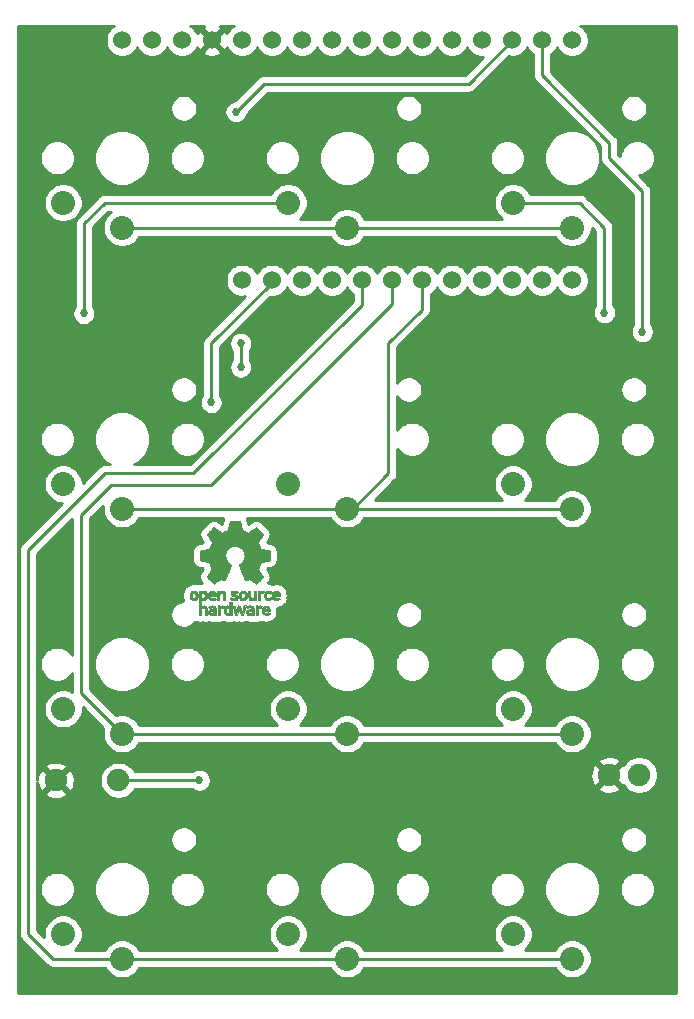
<source format=gtl>
G04 #@! TF.GenerationSoftware,KiCad,Pcbnew,(5.1.5-0-10_14)*
G04 #@! TF.CreationDate,2020-01-22T02:16:51-06:00*
G04 #@! TF.ProjectId,imacro,696d6163-726f-42e6-9b69-6361645f7063,rev?*
G04 #@! TF.SameCoordinates,Original*
G04 #@! TF.FileFunction,Copper,L1,Top*
G04 #@! TF.FilePolarity,Positive*
%FSLAX46Y46*%
G04 Gerber Fmt 4.6, Leading zero omitted, Abs format (unit mm)*
G04 Created by KiCad (PCBNEW (5.1.5-0-10_14)) date 2020-01-22 02:16:51*
%MOMM*%
%LPD*%
G04 APERTURE LIST*
%ADD10C,0.010000*%
%ADD11C,1.905000*%
%ADD12C,2.032000*%
%ADD13C,1.524000*%
%ADD14C,0.685800*%
%ADD15C,0.254000*%
%ADD16C,0.250000*%
G04 APERTURE END LIST*
D10*
G36*
X87963360Y-100952468D02*
G01*
X87998592Y-100969874D01*
X88042040Y-101000206D01*
X88073706Y-101033283D01*
X88095394Y-101074817D01*
X88108903Y-101130522D01*
X88116038Y-101206111D01*
X88118600Y-101307296D01*
X88118750Y-101350797D01*
X88118312Y-101446135D01*
X88116496Y-101514271D01*
X88112545Y-101561418D01*
X88105702Y-101593790D01*
X88095211Y-101617600D01*
X88084296Y-101633843D01*
X88014619Y-101702952D01*
X87932566Y-101744521D01*
X87844050Y-101757023D01*
X87754981Y-101738934D01*
X87726763Y-101726142D01*
X87659210Y-101690931D01*
X87659210Y-102242700D01*
X87708512Y-102217205D01*
X87773473Y-102197480D01*
X87853320Y-102192427D01*
X87933052Y-102201756D01*
X87993265Y-102222714D01*
X88043208Y-102262627D01*
X88085881Y-102319741D01*
X88089090Y-102325605D01*
X88102622Y-102353227D01*
X88112505Y-102381068D01*
X88119309Y-102414794D01*
X88123601Y-102460071D01*
X88125951Y-102522562D01*
X88126928Y-102607935D01*
X88127105Y-102704010D01*
X88127105Y-103010526D01*
X87943289Y-103010526D01*
X87943289Y-102445339D01*
X87891875Y-102402077D01*
X87838466Y-102367472D01*
X87787888Y-102361180D01*
X87737030Y-102377372D01*
X87709925Y-102393227D01*
X87689751Y-102415810D01*
X87675403Y-102449940D01*
X87665776Y-102500434D01*
X87659763Y-102572111D01*
X87656260Y-102669788D01*
X87655026Y-102734802D01*
X87650855Y-103002171D01*
X87563125Y-103007222D01*
X87475394Y-103012273D01*
X87475394Y-101353101D01*
X87659210Y-101353101D01*
X87663896Y-101445600D01*
X87679688Y-101509809D01*
X87709183Y-101549759D01*
X87754980Y-101569480D01*
X87801250Y-101573421D01*
X87853628Y-101568892D01*
X87888390Y-101551069D01*
X87910128Y-101527519D01*
X87927240Y-101502189D01*
X87937427Y-101473969D01*
X87941960Y-101434431D01*
X87942109Y-101375142D01*
X87940584Y-101325498D01*
X87937081Y-101250710D01*
X87931867Y-101201611D01*
X87923087Y-101170467D01*
X87908886Y-101149545D01*
X87895484Y-101137452D01*
X87839487Y-101111081D01*
X87773211Y-101106822D01*
X87735156Y-101115906D01*
X87697477Y-101148196D01*
X87672519Y-101211006D01*
X87660422Y-101303894D01*
X87659210Y-101353101D01*
X87475394Y-101353101D01*
X87475394Y-100938421D01*
X87567302Y-100938421D01*
X87622483Y-100940603D01*
X87650952Y-100948351D01*
X87659206Y-100963468D01*
X87659210Y-100963916D01*
X87663040Y-100978720D01*
X87679933Y-100977039D01*
X87713519Y-100960772D01*
X87791778Y-100935887D01*
X87879827Y-100933271D01*
X87963360Y-100952468D01*
G37*
X87963360Y-100952468D02*
X87998592Y-100969874D01*
X88042040Y-101000206D01*
X88073706Y-101033283D01*
X88095394Y-101074817D01*
X88108903Y-101130522D01*
X88116038Y-101206111D01*
X88118600Y-101307296D01*
X88118750Y-101350797D01*
X88118312Y-101446135D01*
X88116496Y-101514271D01*
X88112545Y-101561418D01*
X88105702Y-101593790D01*
X88095211Y-101617600D01*
X88084296Y-101633843D01*
X88014619Y-101702952D01*
X87932566Y-101744521D01*
X87844050Y-101757023D01*
X87754981Y-101738934D01*
X87726763Y-101726142D01*
X87659210Y-101690931D01*
X87659210Y-102242700D01*
X87708512Y-102217205D01*
X87773473Y-102197480D01*
X87853320Y-102192427D01*
X87933052Y-102201756D01*
X87993265Y-102222714D01*
X88043208Y-102262627D01*
X88085881Y-102319741D01*
X88089090Y-102325605D01*
X88102622Y-102353227D01*
X88112505Y-102381068D01*
X88119309Y-102414794D01*
X88123601Y-102460071D01*
X88125951Y-102522562D01*
X88126928Y-102607935D01*
X88127105Y-102704010D01*
X88127105Y-103010526D01*
X87943289Y-103010526D01*
X87943289Y-102445339D01*
X87891875Y-102402077D01*
X87838466Y-102367472D01*
X87787888Y-102361180D01*
X87737030Y-102377372D01*
X87709925Y-102393227D01*
X87689751Y-102415810D01*
X87675403Y-102449940D01*
X87665776Y-102500434D01*
X87659763Y-102572111D01*
X87656260Y-102669788D01*
X87655026Y-102734802D01*
X87650855Y-103002171D01*
X87563125Y-103007222D01*
X87475394Y-103012273D01*
X87475394Y-101353101D01*
X87659210Y-101353101D01*
X87663896Y-101445600D01*
X87679688Y-101509809D01*
X87709183Y-101549759D01*
X87754980Y-101569480D01*
X87801250Y-101573421D01*
X87853628Y-101568892D01*
X87888390Y-101551069D01*
X87910128Y-101527519D01*
X87927240Y-101502189D01*
X87937427Y-101473969D01*
X87941960Y-101434431D01*
X87942109Y-101375142D01*
X87940584Y-101325498D01*
X87937081Y-101250710D01*
X87931867Y-101201611D01*
X87923087Y-101170467D01*
X87908886Y-101149545D01*
X87895484Y-101137452D01*
X87839487Y-101111081D01*
X87773211Y-101106822D01*
X87735156Y-101115906D01*
X87697477Y-101148196D01*
X87672519Y-101211006D01*
X87660422Y-101303894D01*
X87659210Y-101353101D01*
X87475394Y-101353101D01*
X87475394Y-100938421D01*
X87567302Y-100938421D01*
X87622483Y-100940603D01*
X87650952Y-100948351D01*
X87659206Y-100963468D01*
X87659210Y-100963916D01*
X87663040Y-100978720D01*
X87679933Y-100977039D01*
X87713519Y-100960772D01*
X87791778Y-100935887D01*
X87879827Y-100933271D01*
X87963360Y-100952468D01*
G36*
X88660457Y-102198184D02*
G01*
X88739070Y-102219160D01*
X88798916Y-102257180D01*
X88841147Y-102306978D01*
X88854275Y-102328230D01*
X88863968Y-102350492D01*
X88870744Y-102378970D01*
X88875123Y-102418871D01*
X88877624Y-102475401D01*
X88878768Y-102553767D01*
X88879072Y-102659176D01*
X88879078Y-102687142D01*
X88879078Y-103010526D01*
X88798868Y-103010526D01*
X88747706Y-103006943D01*
X88709877Y-102997866D01*
X88700399Y-102992268D01*
X88674488Y-102982606D01*
X88648024Y-102992268D01*
X88604452Y-103004330D01*
X88541160Y-103009185D01*
X88471010Y-103007078D01*
X88406860Y-102998256D01*
X88369407Y-102986937D01*
X88296933Y-102940412D01*
X88251640Y-102875846D01*
X88231278Y-102790000D01*
X88231088Y-102787796D01*
X88232875Y-102749713D01*
X88394473Y-102749713D01*
X88408601Y-102793030D01*
X88431612Y-102817408D01*
X88477804Y-102835845D01*
X88538775Y-102843205D01*
X88600949Y-102839583D01*
X88650751Y-102825074D01*
X88664703Y-102815765D01*
X88689085Y-102772753D01*
X88695263Y-102723857D01*
X88695263Y-102659605D01*
X88602818Y-102659605D01*
X88514995Y-102666366D01*
X88448418Y-102685520D01*
X88407002Y-102715376D01*
X88394473Y-102749713D01*
X88232875Y-102749713D01*
X88235490Y-102694004D01*
X88266424Y-102619847D01*
X88324581Y-102563767D01*
X88332620Y-102558665D01*
X88367163Y-102542055D01*
X88409918Y-102531996D01*
X88469686Y-102527107D01*
X88540690Y-102525983D01*
X88695263Y-102525921D01*
X88695263Y-102461125D01*
X88688706Y-102410850D01*
X88671975Y-102377169D01*
X88670016Y-102375376D01*
X88632783Y-102360642D01*
X88576580Y-102354931D01*
X88514467Y-102357737D01*
X88459510Y-102368556D01*
X88426899Y-102384782D01*
X88409228Y-102397780D01*
X88390569Y-102400262D01*
X88364819Y-102389613D01*
X88325873Y-102363218D01*
X88267630Y-102318465D01*
X88262284Y-102314273D01*
X88265023Y-102298760D01*
X88287876Y-102272960D01*
X88322609Y-102244289D01*
X88360990Y-102220166D01*
X88373048Y-102214470D01*
X88417034Y-102203103D01*
X88481487Y-102194995D01*
X88553497Y-102191743D01*
X88556864Y-102191736D01*
X88660457Y-102198184D01*
G37*
X88660457Y-102198184D02*
X88739070Y-102219160D01*
X88798916Y-102257180D01*
X88841147Y-102306978D01*
X88854275Y-102328230D01*
X88863968Y-102350492D01*
X88870744Y-102378970D01*
X88875123Y-102418871D01*
X88877624Y-102475401D01*
X88878768Y-102553767D01*
X88879072Y-102659176D01*
X88879078Y-102687142D01*
X88879078Y-103010526D01*
X88798868Y-103010526D01*
X88747706Y-103006943D01*
X88709877Y-102997866D01*
X88700399Y-102992268D01*
X88674488Y-102982606D01*
X88648024Y-102992268D01*
X88604452Y-103004330D01*
X88541160Y-103009185D01*
X88471010Y-103007078D01*
X88406860Y-102998256D01*
X88369407Y-102986937D01*
X88296933Y-102940412D01*
X88251640Y-102875846D01*
X88231278Y-102790000D01*
X88231088Y-102787796D01*
X88232875Y-102749713D01*
X88394473Y-102749713D01*
X88408601Y-102793030D01*
X88431612Y-102817408D01*
X88477804Y-102835845D01*
X88538775Y-102843205D01*
X88600949Y-102839583D01*
X88650751Y-102825074D01*
X88664703Y-102815765D01*
X88689085Y-102772753D01*
X88695263Y-102723857D01*
X88695263Y-102659605D01*
X88602818Y-102659605D01*
X88514995Y-102666366D01*
X88448418Y-102685520D01*
X88407002Y-102715376D01*
X88394473Y-102749713D01*
X88232875Y-102749713D01*
X88235490Y-102694004D01*
X88266424Y-102619847D01*
X88324581Y-102563767D01*
X88332620Y-102558665D01*
X88367163Y-102542055D01*
X88409918Y-102531996D01*
X88469686Y-102527107D01*
X88540690Y-102525983D01*
X88695263Y-102525921D01*
X88695263Y-102461125D01*
X88688706Y-102410850D01*
X88671975Y-102377169D01*
X88670016Y-102375376D01*
X88632783Y-102360642D01*
X88576580Y-102354931D01*
X88514467Y-102357737D01*
X88459510Y-102368556D01*
X88426899Y-102384782D01*
X88409228Y-102397780D01*
X88390569Y-102400262D01*
X88364819Y-102389613D01*
X88325873Y-102363218D01*
X88267630Y-102318465D01*
X88262284Y-102314273D01*
X88265023Y-102298760D01*
X88287876Y-102272960D01*
X88322609Y-102244289D01*
X88360990Y-102220166D01*
X88373048Y-102214470D01*
X88417034Y-102203103D01*
X88481487Y-102194995D01*
X88553497Y-102191743D01*
X88556864Y-102191736D01*
X88660457Y-102198184D01*
G36*
X89179881Y-102193486D02*
G01*
X89204888Y-102200982D01*
X89212950Y-102217451D01*
X89213289Y-102224886D01*
X89214736Y-102245594D01*
X89224698Y-102248845D01*
X89251612Y-102234648D01*
X89267598Y-102224948D01*
X89318033Y-102204175D01*
X89378272Y-102193904D01*
X89441434Y-102193114D01*
X89500637Y-102200786D01*
X89549002Y-102215898D01*
X89579646Y-102237432D01*
X89585689Y-102264366D01*
X89582639Y-102271660D01*
X89560406Y-102301937D01*
X89525930Y-102339175D01*
X89519694Y-102345195D01*
X89486833Y-102372875D01*
X89458480Y-102381818D01*
X89418827Y-102375576D01*
X89402942Y-102371429D01*
X89353509Y-102361467D01*
X89318752Y-102365947D01*
X89289400Y-102381746D01*
X89262513Y-102402949D01*
X89242710Y-102429614D01*
X89228948Y-102466827D01*
X89220184Y-102519673D01*
X89215374Y-102593237D01*
X89213474Y-102692605D01*
X89213289Y-102752601D01*
X89213289Y-103010526D01*
X89046184Y-103010526D01*
X89046184Y-102191710D01*
X89129736Y-102191710D01*
X89179881Y-102193486D01*
G37*
X89179881Y-102193486D02*
X89204888Y-102200982D01*
X89212950Y-102217451D01*
X89213289Y-102224886D01*
X89214736Y-102245594D01*
X89224698Y-102248845D01*
X89251612Y-102234648D01*
X89267598Y-102224948D01*
X89318033Y-102204175D01*
X89378272Y-102193904D01*
X89441434Y-102193114D01*
X89500637Y-102200786D01*
X89549002Y-102215898D01*
X89579646Y-102237432D01*
X89585689Y-102264366D01*
X89582639Y-102271660D01*
X89560406Y-102301937D01*
X89525930Y-102339175D01*
X89519694Y-102345195D01*
X89486833Y-102372875D01*
X89458480Y-102381818D01*
X89418827Y-102375576D01*
X89402942Y-102371429D01*
X89353509Y-102361467D01*
X89318752Y-102365947D01*
X89289400Y-102381746D01*
X89262513Y-102402949D01*
X89242710Y-102429614D01*
X89228948Y-102466827D01*
X89220184Y-102519673D01*
X89215374Y-102593237D01*
X89213474Y-102692605D01*
X89213289Y-102752601D01*
X89213289Y-103010526D01*
X89046184Y-103010526D01*
X89046184Y-102191710D01*
X89129736Y-102191710D01*
X89179881Y-102193486D01*
G36*
X90232631Y-103010526D02*
G01*
X90140723Y-103010526D01*
X90087377Y-103008962D01*
X90059593Y-103002485D01*
X90049590Y-102988418D01*
X90048815Y-102978906D01*
X90047128Y-102959832D01*
X90036490Y-102956174D01*
X90008535Y-102967932D01*
X89986795Y-102978906D01*
X89903332Y-103004911D01*
X89812604Y-103006416D01*
X89738842Y-102987021D01*
X89670154Y-102940165D01*
X89617794Y-102871004D01*
X89589122Y-102789427D01*
X89588392Y-102784866D01*
X89584132Y-102735101D01*
X89582014Y-102663659D01*
X89582184Y-102609626D01*
X89764720Y-102609626D01*
X89768949Y-102681441D01*
X89778568Y-102740634D01*
X89791590Y-102774060D01*
X89840856Y-102819740D01*
X89899350Y-102836115D01*
X89959671Y-102822873D01*
X90011217Y-102783373D01*
X90030738Y-102756807D01*
X90042152Y-102725106D01*
X90047498Y-102678832D01*
X90048815Y-102609328D01*
X90046458Y-102540499D01*
X90040233Y-102480026D01*
X90031408Y-102439556D01*
X90029937Y-102435929D01*
X89994347Y-102392802D01*
X89942400Y-102369124D01*
X89884278Y-102365301D01*
X89830160Y-102381738D01*
X89790226Y-102418840D01*
X89786083Y-102426222D01*
X89773116Y-102471239D01*
X89766052Y-102535967D01*
X89764720Y-102609626D01*
X89582184Y-102609626D01*
X89582271Y-102582230D01*
X89583472Y-102538405D01*
X89591645Y-102429988D01*
X89608630Y-102348588D01*
X89636887Y-102288412D01*
X89678872Y-102243666D01*
X89719632Y-102217400D01*
X89776581Y-102198935D01*
X89847411Y-102192602D01*
X89919941Y-102197760D01*
X89981986Y-102213769D01*
X90014768Y-102232920D01*
X90048815Y-102263732D01*
X90048815Y-101874210D01*
X90232631Y-101874210D01*
X90232631Y-103010526D01*
G37*
X90232631Y-103010526D02*
X90140723Y-103010526D01*
X90087377Y-103008962D01*
X90059593Y-103002485D01*
X90049590Y-102988418D01*
X90048815Y-102978906D01*
X90047128Y-102959832D01*
X90036490Y-102956174D01*
X90008535Y-102967932D01*
X89986795Y-102978906D01*
X89903332Y-103004911D01*
X89812604Y-103006416D01*
X89738842Y-102987021D01*
X89670154Y-102940165D01*
X89617794Y-102871004D01*
X89589122Y-102789427D01*
X89588392Y-102784866D01*
X89584132Y-102735101D01*
X89582014Y-102663659D01*
X89582184Y-102609626D01*
X89764720Y-102609626D01*
X89768949Y-102681441D01*
X89778568Y-102740634D01*
X89791590Y-102774060D01*
X89840856Y-102819740D01*
X89899350Y-102836115D01*
X89959671Y-102822873D01*
X90011217Y-102783373D01*
X90030738Y-102756807D01*
X90042152Y-102725106D01*
X90047498Y-102678832D01*
X90048815Y-102609328D01*
X90046458Y-102540499D01*
X90040233Y-102480026D01*
X90031408Y-102439556D01*
X90029937Y-102435929D01*
X89994347Y-102392802D01*
X89942400Y-102369124D01*
X89884278Y-102365301D01*
X89830160Y-102381738D01*
X89790226Y-102418840D01*
X89786083Y-102426222D01*
X89773116Y-102471239D01*
X89766052Y-102535967D01*
X89764720Y-102609626D01*
X89582184Y-102609626D01*
X89582271Y-102582230D01*
X89583472Y-102538405D01*
X89591645Y-102429988D01*
X89608630Y-102348588D01*
X89636887Y-102288412D01*
X89678872Y-102243666D01*
X89719632Y-102217400D01*
X89776581Y-102198935D01*
X89847411Y-102192602D01*
X89919941Y-102197760D01*
X89981986Y-102213769D01*
X90014768Y-102232920D01*
X90048815Y-102263732D01*
X90048815Y-101874210D01*
X90232631Y-101874210D01*
X90232631Y-103010526D01*
G36*
X90874130Y-102195104D02*
G01*
X90940220Y-102200066D01*
X91026626Y-102459079D01*
X91113031Y-102718092D01*
X91140124Y-102626184D01*
X91156428Y-102569384D01*
X91177875Y-102492625D01*
X91201035Y-102408251D01*
X91213280Y-102362993D01*
X91259344Y-102191710D01*
X91449387Y-102191710D01*
X91392582Y-102371349D01*
X91364607Y-102459704D01*
X91330813Y-102566281D01*
X91295520Y-102677454D01*
X91264013Y-102776579D01*
X91192250Y-103002171D01*
X91037286Y-103012253D01*
X90995270Y-102873528D01*
X90969359Y-102787351D01*
X90941083Y-102692347D01*
X90916369Y-102608441D01*
X90915394Y-102605102D01*
X90896935Y-102548248D01*
X90880649Y-102509456D01*
X90869242Y-102494787D01*
X90866898Y-102496483D01*
X90858671Y-102519225D01*
X90843038Y-102567940D01*
X90821904Y-102636502D01*
X90797170Y-102718785D01*
X90783787Y-102764046D01*
X90711311Y-103010526D01*
X90557495Y-103010526D01*
X90434531Y-102622006D01*
X90399988Y-102513022D01*
X90368521Y-102414048D01*
X90341616Y-102329736D01*
X90320759Y-102264734D01*
X90307438Y-102223692D01*
X90303388Y-102211701D01*
X90306594Y-102199423D01*
X90331765Y-102194046D01*
X90384146Y-102194584D01*
X90392345Y-102194990D01*
X90489482Y-102200066D01*
X90553100Y-102434013D01*
X90576484Y-102519333D01*
X90597381Y-102594335D01*
X90613951Y-102652507D01*
X90624354Y-102687337D01*
X90626276Y-102693016D01*
X90634241Y-102686486D01*
X90650304Y-102652654D01*
X90672621Y-102596127D01*
X90699345Y-102521510D01*
X90721937Y-102454107D01*
X90808041Y-102190143D01*
X90874130Y-102195104D01*
G37*
X90874130Y-102195104D02*
X90940220Y-102200066D01*
X91026626Y-102459079D01*
X91113031Y-102718092D01*
X91140124Y-102626184D01*
X91156428Y-102569384D01*
X91177875Y-102492625D01*
X91201035Y-102408251D01*
X91213280Y-102362993D01*
X91259344Y-102191710D01*
X91449387Y-102191710D01*
X91392582Y-102371349D01*
X91364607Y-102459704D01*
X91330813Y-102566281D01*
X91295520Y-102677454D01*
X91264013Y-102776579D01*
X91192250Y-103002171D01*
X91037286Y-103012253D01*
X90995270Y-102873528D01*
X90969359Y-102787351D01*
X90941083Y-102692347D01*
X90916369Y-102608441D01*
X90915394Y-102605102D01*
X90896935Y-102548248D01*
X90880649Y-102509456D01*
X90869242Y-102494787D01*
X90866898Y-102496483D01*
X90858671Y-102519225D01*
X90843038Y-102567940D01*
X90821904Y-102636502D01*
X90797170Y-102718785D01*
X90783787Y-102764046D01*
X90711311Y-103010526D01*
X90557495Y-103010526D01*
X90434531Y-102622006D01*
X90399988Y-102513022D01*
X90368521Y-102414048D01*
X90341616Y-102329736D01*
X90320759Y-102264734D01*
X90307438Y-102223692D01*
X90303388Y-102211701D01*
X90306594Y-102199423D01*
X90331765Y-102194046D01*
X90384146Y-102194584D01*
X90392345Y-102194990D01*
X90489482Y-102200066D01*
X90553100Y-102434013D01*
X90576484Y-102519333D01*
X90597381Y-102594335D01*
X90613951Y-102652507D01*
X90624354Y-102687337D01*
X90626276Y-102693016D01*
X90634241Y-102686486D01*
X90650304Y-102652654D01*
X90672621Y-102596127D01*
X90699345Y-102521510D01*
X90721937Y-102454107D01*
X90808041Y-102190143D01*
X90874130Y-102195104D01*
G36*
X91879992Y-102196673D02*
G01*
X91950427Y-102213780D01*
X91970787Y-102222844D01*
X92010253Y-102246583D01*
X92040541Y-102273321D01*
X92062952Y-102307699D01*
X92078786Y-102354360D01*
X92089343Y-102417946D01*
X92095924Y-102503099D01*
X92099828Y-102614462D01*
X92101310Y-102688849D01*
X92106765Y-103010526D01*
X92013580Y-103010526D01*
X91957047Y-103008156D01*
X91927922Y-103000055D01*
X91920394Y-102986451D01*
X91916420Y-102971741D01*
X91898652Y-102974554D01*
X91874440Y-102986348D01*
X91813828Y-103004427D01*
X91735929Y-103009299D01*
X91653995Y-103001330D01*
X91581281Y-102980889D01*
X91574759Y-102978051D01*
X91508302Y-102931365D01*
X91464491Y-102866464D01*
X91444332Y-102790600D01*
X91445872Y-102763344D01*
X91610345Y-102763344D01*
X91624837Y-102800024D01*
X91667805Y-102826309D01*
X91737129Y-102840417D01*
X91774177Y-102842290D01*
X91835919Y-102837494D01*
X91876960Y-102818858D01*
X91886973Y-102810000D01*
X91914100Y-102761806D01*
X91920394Y-102718092D01*
X91920394Y-102659605D01*
X91838930Y-102659605D01*
X91744234Y-102664432D01*
X91677813Y-102679613D01*
X91635846Y-102706200D01*
X91626449Y-102718052D01*
X91610345Y-102763344D01*
X91445872Y-102763344D01*
X91448829Y-102711026D01*
X91478985Y-102634995D01*
X91520131Y-102583612D01*
X91545052Y-102561397D01*
X91569448Y-102546798D01*
X91601191Y-102537897D01*
X91648152Y-102532775D01*
X91718204Y-102529515D01*
X91745990Y-102528577D01*
X91920394Y-102522879D01*
X91920138Y-102470091D01*
X91913384Y-102414603D01*
X91888964Y-102381052D01*
X91839630Y-102359618D01*
X91838306Y-102359236D01*
X91768360Y-102350808D01*
X91699914Y-102361816D01*
X91649047Y-102388585D01*
X91628637Y-102401803D01*
X91606654Y-102399974D01*
X91572826Y-102380824D01*
X91552961Y-102367308D01*
X91514106Y-102338432D01*
X91490038Y-102316786D01*
X91486176Y-102310589D01*
X91502079Y-102278519D01*
X91549065Y-102240219D01*
X91569473Y-102227297D01*
X91628143Y-102205041D01*
X91707212Y-102192432D01*
X91795041Y-102189600D01*
X91879992Y-102196673D01*
G37*
X91879992Y-102196673D02*
X91950427Y-102213780D01*
X91970787Y-102222844D01*
X92010253Y-102246583D01*
X92040541Y-102273321D01*
X92062952Y-102307699D01*
X92078786Y-102354360D01*
X92089343Y-102417946D01*
X92095924Y-102503099D01*
X92099828Y-102614462D01*
X92101310Y-102688849D01*
X92106765Y-103010526D01*
X92013580Y-103010526D01*
X91957047Y-103008156D01*
X91927922Y-103000055D01*
X91920394Y-102986451D01*
X91916420Y-102971741D01*
X91898652Y-102974554D01*
X91874440Y-102986348D01*
X91813828Y-103004427D01*
X91735929Y-103009299D01*
X91653995Y-103001330D01*
X91581281Y-102980889D01*
X91574759Y-102978051D01*
X91508302Y-102931365D01*
X91464491Y-102866464D01*
X91444332Y-102790600D01*
X91445872Y-102763344D01*
X91610345Y-102763344D01*
X91624837Y-102800024D01*
X91667805Y-102826309D01*
X91737129Y-102840417D01*
X91774177Y-102842290D01*
X91835919Y-102837494D01*
X91876960Y-102818858D01*
X91886973Y-102810000D01*
X91914100Y-102761806D01*
X91920394Y-102718092D01*
X91920394Y-102659605D01*
X91838930Y-102659605D01*
X91744234Y-102664432D01*
X91677813Y-102679613D01*
X91635846Y-102706200D01*
X91626449Y-102718052D01*
X91610345Y-102763344D01*
X91445872Y-102763344D01*
X91448829Y-102711026D01*
X91478985Y-102634995D01*
X91520131Y-102583612D01*
X91545052Y-102561397D01*
X91569448Y-102546798D01*
X91601191Y-102537897D01*
X91648152Y-102532775D01*
X91718204Y-102529515D01*
X91745990Y-102528577D01*
X91920394Y-102522879D01*
X91920138Y-102470091D01*
X91913384Y-102414603D01*
X91888964Y-102381052D01*
X91839630Y-102359618D01*
X91838306Y-102359236D01*
X91768360Y-102350808D01*
X91699914Y-102361816D01*
X91649047Y-102388585D01*
X91628637Y-102401803D01*
X91606654Y-102399974D01*
X91572826Y-102380824D01*
X91552961Y-102367308D01*
X91514106Y-102338432D01*
X91490038Y-102316786D01*
X91486176Y-102310589D01*
X91502079Y-102278519D01*
X91549065Y-102240219D01*
X91569473Y-102227297D01*
X91628143Y-102205041D01*
X91707212Y-102192432D01*
X91795041Y-102189600D01*
X91879992Y-102196673D01*
G36*
X92673167Y-102191447D02*
G01*
X92737408Y-102204112D01*
X92773980Y-102222864D01*
X92812453Y-102254017D01*
X92757717Y-102323127D01*
X92723969Y-102364979D01*
X92701053Y-102385398D01*
X92678279Y-102388517D01*
X92644956Y-102378472D01*
X92629314Y-102372789D01*
X92565542Y-102364404D01*
X92507140Y-102382378D01*
X92464264Y-102422982D01*
X92457299Y-102435929D01*
X92449713Y-102470224D01*
X92443859Y-102533427D01*
X92440011Y-102621060D01*
X92438443Y-102728640D01*
X92438421Y-102743944D01*
X92438421Y-103010526D01*
X92254605Y-103010526D01*
X92254605Y-102191710D01*
X92346513Y-102191710D01*
X92399507Y-102193094D01*
X92427115Y-102199252D01*
X92437324Y-102213194D01*
X92438421Y-102226344D01*
X92438421Y-102260978D01*
X92482450Y-102226344D01*
X92532937Y-102202716D01*
X92600760Y-102191033D01*
X92673167Y-102191447D01*
G37*
X92673167Y-102191447D02*
X92737408Y-102204112D01*
X92773980Y-102222864D01*
X92812453Y-102254017D01*
X92757717Y-102323127D01*
X92723969Y-102364979D01*
X92701053Y-102385398D01*
X92678279Y-102388517D01*
X92644956Y-102378472D01*
X92629314Y-102372789D01*
X92565542Y-102364404D01*
X92507140Y-102382378D01*
X92464264Y-102422982D01*
X92457299Y-102435929D01*
X92449713Y-102470224D01*
X92443859Y-102533427D01*
X92440011Y-102621060D01*
X92438443Y-102728640D01*
X92438421Y-102743944D01*
X92438421Y-103010526D01*
X92254605Y-103010526D01*
X92254605Y-102191710D01*
X92346513Y-102191710D01*
X92399507Y-102193094D01*
X92427115Y-102199252D01*
X92437324Y-102213194D01*
X92438421Y-102226344D01*
X92438421Y-102260978D01*
X92482450Y-102226344D01*
X92532937Y-102202716D01*
X92600760Y-102191033D01*
X92673167Y-102191447D01*
G36*
X93201193Y-102196078D02*
G01*
X93281068Y-102216845D01*
X93347962Y-102259705D01*
X93380351Y-102291723D01*
X93433445Y-102367413D01*
X93463873Y-102455216D01*
X93474327Y-102563150D01*
X93474380Y-102571875D01*
X93474473Y-102659605D01*
X92969534Y-102659605D01*
X92980298Y-102705559D01*
X92999732Y-102747178D01*
X93033745Y-102790544D01*
X93040860Y-102797467D01*
X93102003Y-102834935D01*
X93171729Y-102841289D01*
X93251987Y-102816638D01*
X93265592Y-102810000D01*
X93307319Y-102789819D01*
X93335268Y-102778321D01*
X93340145Y-102777258D01*
X93357168Y-102787583D01*
X93389633Y-102812845D01*
X93406114Y-102826650D01*
X93440264Y-102858361D01*
X93451478Y-102879299D01*
X93443695Y-102898560D01*
X93439535Y-102903827D01*
X93411357Y-102926878D01*
X93364862Y-102954892D01*
X93332434Y-102971246D01*
X93240385Y-103000059D01*
X93138476Y-103009395D01*
X93041963Y-102998332D01*
X93014934Y-102990412D01*
X92931276Y-102945581D01*
X92869266Y-102876598D01*
X92828545Y-102782794D01*
X92808755Y-102663498D01*
X92806582Y-102601118D01*
X92812926Y-102510298D01*
X92973157Y-102510298D01*
X92988655Y-102517012D01*
X93030312Y-102522280D01*
X93090876Y-102525389D01*
X93131907Y-102525921D01*
X93205711Y-102525408D01*
X93252293Y-102523006D01*
X93277848Y-102517422D01*
X93288569Y-102507361D01*
X93290657Y-102492763D01*
X93276331Y-102447796D01*
X93240262Y-102403353D01*
X93192815Y-102369242D01*
X93145349Y-102355288D01*
X93080879Y-102367666D01*
X93025070Y-102403452D01*
X92986374Y-102455033D01*
X92973157Y-102510298D01*
X92812926Y-102510298D01*
X92815821Y-102468866D01*
X92844336Y-102363498D01*
X92892729Y-102284178D01*
X92961604Y-102230071D01*
X93051565Y-102200343D01*
X93100300Y-102194618D01*
X93201193Y-102196078D01*
G37*
X93201193Y-102196078D02*
X93281068Y-102216845D01*
X93347962Y-102259705D01*
X93380351Y-102291723D01*
X93433445Y-102367413D01*
X93463873Y-102455216D01*
X93474327Y-102563150D01*
X93474380Y-102571875D01*
X93474473Y-102659605D01*
X92969534Y-102659605D01*
X92980298Y-102705559D01*
X92999732Y-102747178D01*
X93033745Y-102790544D01*
X93040860Y-102797467D01*
X93102003Y-102834935D01*
X93171729Y-102841289D01*
X93251987Y-102816638D01*
X93265592Y-102810000D01*
X93307319Y-102789819D01*
X93335268Y-102778321D01*
X93340145Y-102777258D01*
X93357168Y-102787583D01*
X93389633Y-102812845D01*
X93406114Y-102826650D01*
X93440264Y-102858361D01*
X93451478Y-102879299D01*
X93443695Y-102898560D01*
X93439535Y-102903827D01*
X93411357Y-102926878D01*
X93364862Y-102954892D01*
X93332434Y-102971246D01*
X93240385Y-103000059D01*
X93138476Y-103009395D01*
X93041963Y-102998332D01*
X93014934Y-102990412D01*
X92931276Y-102945581D01*
X92869266Y-102876598D01*
X92828545Y-102782794D01*
X92808755Y-102663498D01*
X92806582Y-102601118D01*
X92812926Y-102510298D01*
X92973157Y-102510298D01*
X92988655Y-102517012D01*
X93030312Y-102522280D01*
X93090876Y-102525389D01*
X93131907Y-102525921D01*
X93205711Y-102525408D01*
X93252293Y-102523006D01*
X93277848Y-102517422D01*
X93288569Y-102507361D01*
X93290657Y-102492763D01*
X93276331Y-102447796D01*
X93240262Y-102403353D01*
X93192815Y-102369242D01*
X93145349Y-102355288D01*
X93080879Y-102367666D01*
X93025070Y-102403452D01*
X92986374Y-102455033D01*
X92973157Y-102510298D01*
X92812926Y-102510298D01*
X92815821Y-102468866D01*
X92844336Y-102363498D01*
X92892729Y-102284178D01*
X92961604Y-102230071D01*
X93051565Y-102200343D01*
X93100300Y-102194618D01*
X93201193Y-102196078D01*
G36*
X87126784Y-100947104D02*
G01*
X87214205Y-100985754D01*
X87280570Y-101050290D01*
X87325976Y-101140812D01*
X87350518Y-101257418D01*
X87352277Y-101275624D01*
X87353656Y-101403984D01*
X87335784Y-101516496D01*
X87299750Y-101607688D01*
X87280455Y-101637022D01*
X87213245Y-101699106D01*
X87127650Y-101739316D01*
X87031890Y-101756003D01*
X86934187Y-101747517D01*
X86859917Y-101721380D01*
X86796047Y-101677335D01*
X86743846Y-101619587D01*
X86742943Y-101618236D01*
X86721744Y-101582593D01*
X86707967Y-101546752D01*
X86699624Y-101501519D01*
X86694727Y-101437701D01*
X86692569Y-101385368D01*
X86691671Y-101337910D01*
X86858743Y-101337910D01*
X86860376Y-101385154D01*
X86866304Y-101448046D01*
X86876761Y-101488407D01*
X86895619Y-101517122D01*
X86913281Y-101533896D01*
X86975894Y-101569016D01*
X87041408Y-101573710D01*
X87102421Y-101548440D01*
X87132928Y-101520124D01*
X87154911Y-101491589D01*
X87167769Y-101464284D01*
X87173412Y-101428750D01*
X87173751Y-101375524D01*
X87172012Y-101326506D01*
X87168271Y-101256482D01*
X87162341Y-101211064D01*
X87151653Y-101181440D01*
X87133639Y-101158797D01*
X87119363Y-101145855D01*
X87059651Y-101111860D01*
X86995234Y-101110165D01*
X86941219Y-101130301D01*
X86895140Y-101172352D01*
X86867689Y-101241428D01*
X86858743Y-101337910D01*
X86691671Y-101337910D01*
X86690599Y-101281299D01*
X86693964Y-101203468D01*
X86704045Y-101144930D01*
X86722226Y-101098737D01*
X86749890Y-101057942D01*
X86760146Y-101045828D01*
X86824278Y-100985474D01*
X86893066Y-100950220D01*
X86977189Y-100935450D01*
X87018209Y-100934243D01*
X87126784Y-100947104D01*
G37*
X87126784Y-100947104D02*
X87214205Y-100985754D01*
X87280570Y-101050290D01*
X87325976Y-101140812D01*
X87350518Y-101257418D01*
X87352277Y-101275624D01*
X87353656Y-101403984D01*
X87335784Y-101516496D01*
X87299750Y-101607688D01*
X87280455Y-101637022D01*
X87213245Y-101699106D01*
X87127650Y-101739316D01*
X87031890Y-101756003D01*
X86934187Y-101747517D01*
X86859917Y-101721380D01*
X86796047Y-101677335D01*
X86743846Y-101619587D01*
X86742943Y-101618236D01*
X86721744Y-101582593D01*
X86707967Y-101546752D01*
X86699624Y-101501519D01*
X86694727Y-101437701D01*
X86692569Y-101385368D01*
X86691671Y-101337910D01*
X86858743Y-101337910D01*
X86860376Y-101385154D01*
X86866304Y-101448046D01*
X86876761Y-101488407D01*
X86895619Y-101517122D01*
X86913281Y-101533896D01*
X86975894Y-101569016D01*
X87041408Y-101573710D01*
X87102421Y-101548440D01*
X87132928Y-101520124D01*
X87154911Y-101491589D01*
X87167769Y-101464284D01*
X87173412Y-101428750D01*
X87173751Y-101375524D01*
X87172012Y-101326506D01*
X87168271Y-101256482D01*
X87162341Y-101211064D01*
X87151653Y-101181440D01*
X87133639Y-101158797D01*
X87119363Y-101145855D01*
X87059651Y-101111860D01*
X86995234Y-101110165D01*
X86941219Y-101130301D01*
X86895140Y-101172352D01*
X86867689Y-101241428D01*
X86858743Y-101337910D01*
X86691671Y-101337910D01*
X86690599Y-101281299D01*
X86693964Y-101203468D01*
X86704045Y-101144930D01*
X86722226Y-101098737D01*
X86749890Y-101057942D01*
X86760146Y-101045828D01*
X86824278Y-100985474D01*
X86893066Y-100950220D01*
X86977189Y-100935450D01*
X87018209Y-100934243D01*
X87126784Y-100947104D01*
G36*
X88697018Y-100957027D02*
G01*
X88713670Y-100964866D01*
X88771305Y-101007086D01*
X88825805Y-101068700D01*
X88866499Y-101136543D01*
X88878074Y-101167734D01*
X88888634Y-101223449D01*
X88894931Y-101290781D01*
X88895696Y-101318585D01*
X88895789Y-101406316D01*
X88390850Y-101406316D01*
X88401613Y-101452270D01*
X88428033Y-101506620D01*
X88474222Y-101553591D01*
X88529172Y-101583848D01*
X88564189Y-101590131D01*
X88611677Y-101582506D01*
X88668335Y-101563383D01*
X88687582Y-101554584D01*
X88758759Y-101519036D01*
X88819502Y-101565367D01*
X88854552Y-101596703D01*
X88873202Y-101622567D01*
X88874147Y-101630158D01*
X88857485Y-101648556D01*
X88820970Y-101676515D01*
X88787828Y-101698327D01*
X88698393Y-101737537D01*
X88598129Y-101755285D01*
X88498754Y-101750670D01*
X88419539Y-101726551D01*
X88337880Y-101674884D01*
X88279849Y-101606856D01*
X88243546Y-101518843D01*
X88227072Y-101407216D01*
X88225611Y-101356138D01*
X88231457Y-101239091D01*
X88232175Y-101235686D01*
X88399489Y-101235686D01*
X88404097Y-101246662D01*
X88423036Y-101252715D01*
X88462098Y-101255310D01*
X88527077Y-101255910D01*
X88552097Y-101255921D01*
X88628221Y-101255014D01*
X88676496Y-101251720D01*
X88702460Y-101245181D01*
X88711648Y-101234537D01*
X88711973Y-101231119D01*
X88701487Y-101203956D01*
X88675242Y-101165903D01*
X88663959Y-101152579D01*
X88622072Y-101114896D01*
X88578409Y-101100080D01*
X88554885Y-101098842D01*
X88491243Y-101114329D01*
X88437873Y-101155930D01*
X88404019Y-101216353D01*
X88403419Y-101218322D01*
X88399489Y-101235686D01*
X88232175Y-101235686D01*
X88250899Y-101146928D01*
X88285922Y-101073190D01*
X88328756Y-101020848D01*
X88407948Y-100964092D01*
X88501040Y-100933762D01*
X88600055Y-100931021D01*
X88697018Y-100957027D01*
G37*
X88697018Y-100957027D02*
X88713670Y-100964866D01*
X88771305Y-101007086D01*
X88825805Y-101068700D01*
X88866499Y-101136543D01*
X88878074Y-101167734D01*
X88888634Y-101223449D01*
X88894931Y-101290781D01*
X88895696Y-101318585D01*
X88895789Y-101406316D01*
X88390850Y-101406316D01*
X88401613Y-101452270D01*
X88428033Y-101506620D01*
X88474222Y-101553591D01*
X88529172Y-101583848D01*
X88564189Y-101590131D01*
X88611677Y-101582506D01*
X88668335Y-101563383D01*
X88687582Y-101554584D01*
X88758759Y-101519036D01*
X88819502Y-101565367D01*
X88854552Y-101596703D01*
X88873202Y-101622567D01*
X88874147Y-101630158D01*
X88857485Y-101648556D01*
X88820970Y-101676515D01*
X88787828Y-101698327D01*
X88698393Y-101737537D01*
X88598129Y-101755285D01*
X88498754Y-101750670D01*
X88419539Y-101726551D01*
X88337880Y-101674884D01*
X88279849Y-101606856D01*
X88243546Y-101518843D01*
X88227072Y-101407216D01*
X88225611Y-101356138D01*
X88231457Y-101239091D01*
X88232175Y-101235686D01*
X88399489Y-101235686D01*
X88404097Y-101246662D01*
X88423036Y-101252715D01*
X88462098Y-101255310D01*
X88527077Y-101255910D01*
X88552097Y-101255921D01*
X88628221Y-101255014D01*
X88676496Y-101251720D01*
X88702460Y-101245181D01*
X88711648Y-101234537D01*
X88711973Y-101231119D01*
X88701487Y-101203956D01*
X88675242Y-101165903D01*
X88663959Y-101152579D01*
X88622072Y-101114896D01*
X88578409Y-101100080D01*
X88554885Y-101098842D01*
X88491243Y-101114329D01*
X88437873Y-101155930D01*
X88404019Y-101216353D01*
X88403419Y-101218322D01*
X88399489Y-101235686D01*
X88232175Y-101235686D01*
X88250899Y-101146928D01*
X88285922Y-101073190D01*
X88328756Y-101020848D01*
X88407948Y-100964092D01*
X88501040Y-100933762D01*
X88600055Y-100931021D01*
X88697018Y-100957027D01*
G36*
X90518628Y-100935547D02*
G01*
X90581908Y-100947548D01*
X90647557Y-100972648D01*
X90654572Y-100975848D01*
X90704356Y-101002026D01*
X90738834Y-101026353D01*
X90749978Y-101041937D01*
X90739366Y-101067353D01*
X90713588Y-101104853D01*
X90702146Y-101118852D01*
X90654992Y-101173954D01*
X90594201Y-101138086D01*
X90536347Y-101114192D01*
X90469500Y-101101420D01*
X90405394Y-101100613D01*
X90355764Y-101112615D01*
X90343854Y-101120105D01*
X90321172Y-101154450D01*
X90318416Y-101194013D01*
X90335388Y-101224920D01*
X90345427Y-101230913D01*
X90375510Y-101238357D01*
X90428389Y-101247106D01*
X90493575Y-101255467D01*
X90505600Y-101256778D01*
X90610297Y-101274888D01*
X90686232Y-101305651D01*
X90736592Y-101351907D01*
X90764564Y-101416497D01*
X90773278Y-101495387D01*
X90761240Y-101585065D01*
X90722151Y-101655486D01*
X90655855Y-101706777D01*
X90562194Y-101739067D01*
X90458223Y-101751807D01*
X90373438Y-101751654D01*
X90304665Y-101740083D01*
X90257697Y-101724109D01*
X90198350Y-101696275D01*
X90143506Y-101663973D01*
X90124013Y-101649755D01*
X90073881Y-101608835D01*
X90194803Y-101486477D01*
X90263543Y-101531967D01*
X90332488Y-101566133D01*
X90406111Y-101584004D01*
X90476883Y-101585889D01*
X90537274Y-101572101D01*
X90579757Y-101542949D01*
X90593474Y-101518352D01*
X90591417Y-101478904D01*
X90557330Y-101448737D01*
X90491308Y-101427906D01*
X90418974Y-101418279D01*
X90307652Y-101399910D01*
X90224952Y-101365254D01*
X90169765Y-101313297D01*
X90140988Y-101243023D01*
X90137001Y-101159707D01*
X90156693Y-101072681D01*
X90201589Y-101006902D01*
X90272091Y-100962068D01*
X90368601Y-100937879D01*
X90440100Y-100933137D01*
X90518628Y-100935547D01*
G37*
X90518628Y-100935547D02*
X90581908Y-100947548D01*
X90647557Y-100972648D01*
X90654572Y-100975848D01*
X90704356Y-101002026D01*
X90738834Y-101026353D01*
X90749978Y-101041937D01*
X90739366Y-101067353D01*
X90713588Y-101104853D01*
X90702146Y-101118852D01*
X90654992Y-101173954D01*
X90594201Y-101138086D01*
X90536347Y-101114192D01*
X90469500Y-101101420D01*
X90405394Y-101100613D01*
X90355764Y-101112615D01*
X90343854Y-101120105D01*
X90321172Y-101154450D01*
X90318416Y-101194013D01*
X90335388Y-101224920D01*
X90345427Y-101230913D01*
X90375510Y-101238357D01*
X90428389Y-101247106D01*
X90493575Y-101255467D01*
X90505600Y-101256778D01*
X90610297Y-101274888D01*
X90686232Y-101305651D01*
X90736592Y-101351907D01*
X90764564Y-101416497D01*
X90773278Y-101495387D01*
X90761240Y-101585065D01*
X90722151Y-101655486D01*
X90655855Y-101706777D01*
X90562194Y-101739067D01*
X90458223Y-101751807D01*
X90373438Y-101751654D01*
X90304665Y-101740083D01*
X90257697Y-101724109D01*
X90198350Y-101696275D01*
X90143506Y-101663973D01*
X90124013Y-101649755D01*
X90073881Y-101608835D01*
X90194803Y-101486477D01*
X90263543Y-101531967D01*
X90332488Y-101566133D01*
X90406111Y-101584004D01*
X90476883Y-101585889D01*
X90537274Y-101572101D01*
X90579757Y-101542949D01*
X90593474Y-101518352D01*
X90591417Y-101478904D01*
X90557330Y-101448737D01*
X90491308Y-101427906D01*
X90418974Y-101418279D01*
X90307652Y-101399910D01*
X90224952Y-101365254D01*
X90169765Y-101313297D01*
X90140988Y-101243023D01*
X90137001Y-101159707D01*
X90156693Y-101072681D01*
X90201589Y-101006902D01*
X90272091Y-100962068D01*
X90368601Y-100937879D01*
X90440100Y-100933137D01*
X90518628Y-100935547D01*
G36*
X91311669Y-100948310D02*
G01*
X91396192Y-100994340D01*
X91462321Y-101067006D01*
X91493478Y-101126106D01*
X91506855Y-101178305D01*
X91515522Y-101252719D01*
X91519237Y-101338442D01*
X91517754Y-101424569D01*
X91510831Y-101500193D01*
X91502745Y-101540584D01*
X91475465Y-101595840D01*
X91428220Y-101654530D01*
X91371282Y-101705852D01*
X91314924Y-101739005D01*
X91313550Y-101739531D01*
X91243616Y-101754018D01*
X91160737Y-101754377D01*
X91081977Y-101741188D01*
X91051566Y-101730617D01*
X90973239Y-101686201D01*
X90917143Y-101628007D01*
X90880286Y-101550965D01*
X90859680Y-101450001D01*
X90855018Y-101397116D01*
X90855613Y-101330663D01*
X91034736Y-101330663D01*
X91040770Y-101427630D01*
X91058138Y-101501523D01*
X91085740Y-101548736D01*
X91105404Y-101562237D01*
X91155787Y-101571651D01*
X91215673Y-101568864D01*
X91267449Y-101555316D01*
X91281027Y-101547862D01*
X91316849Y-101504451D01*
X91340493Y-101438014D01*
X91350558Y-101357161D01*
X91345642Y-101270502D01*
X91334655Y-101218349D01*
X91303109Y-101157951D01*
X91253311Y-101120197D01*
X91193337Y-101107143D01*
X91131264Y-101120849D01*
X91083582Y-101154372D01*
X91058525Y-101182031D01*
X91043900Y-101209294D01*
X91036929Y-101246190D01*
X91034833Y-101302750D01*
X91034736Y-101330663D01*
X90855613Y-101330663D01*
X90856282Y-101255994D01*
X90879265Y-101140271D01*
X90923972Y-101049941D01*
X90990405Y-100985000D01*
X91078565Y-100945445D01*
X91097495Y-100940858D01*
X91211266Y-100930090D01*
X91311669Y-100948310D01*
G37*
X91311669Y-100948310D02*
X91396192Y-100994340D01*
X91462321Y-101067006D01*
X91493478Y-101126106D01*
X91506855Y-101178305D01*
X91515522Y-101252719D01*
X91519237Y-101338442D01*
X91517754Y-101424569D01*
X91510831Y-101500193D01*
X91502745Y-101540584D01*
X91475465Y-101595840D01*
X91428220Y-101654530D01*
X91371282Y-101705852D01*
X91314924Y-101739005D01*
X91313550Y-101739531D01*
X91243616Y-101754018D01*
X91160737Y-101754377D01*
X91081977Y-101741188D01*
X91051566Y-101730617D01*
X90973239Y-101686201D01*
X90917143Y-101628007D01*
X90880286Y-101550965D01*
X90859680Y-101450001D01*
X90855018Y-101397116D01*
X90855613Y-101330663D01*
X91034736Y-101330663D01*
X91040770Y-101427630D01*
X91058138Y-101501523D01*
X91085740Y-101548736D01*
X91105404Y-101562237D01*
X91155787Y-101571651D01*
X91215673Y-101568864D01*
X91267449Y-101555316D01*
X91281027Y-101547862D01*
X91316849Y-101504451D01*
X91340493Y-101438014D01*
X91350558Y-101357161D01*
X91345642Y-101270502D01*
X91334655Y-101218349D01*
X91303109Y-101157951D01*
X91253311Y-101120197D01*
X91193337Y-101107143D01*
X91131264Y-101120849D01*
X91083582Y-101154372D01*
X91058525Y-101182031D01*
X91043900Y-101209294D01*
X91036929Y-101246190D01*
X91034833Y-101302750D01*
X91034736Y-101330663D01*
X90855613Y-101330663D01*
X90856282Y-101255994D01*
X90879265Y-101140271D01*
X90923972Y-101049941D01*
X90990405Y-100985000D01*
X91078565Y-100945445D01*
X91097495Y-100940858D01*
X91211266Y-100930090D01*
X91311669Y-100948310D01*
G36*
X91820131Y-101198533D02*
G01*
X91821710Y-101321089D01*
X91827481Y-101414179D01*
X91838991Y-101481651D01*
X91857790Y-101527355D01*
X91885426Y-101555139D01*
X91923448Y-101568854D01*
X91970526Y-101572358D01*
X92019832Y-101568432D01*
X92057283Y-101554089D01*
X92084428Y-101525478D01*
X92102815Y-101478751D01*
X92113993Y-101410058D01*
X92119511Y-101315550D01*
X92120921Y-101198533D01*
X92120921Y-100938421D01*
X92304736Y-100938421D01*
X92304736Y-101740526D01*
X92212828Y-101740526D01*
X92157422Y-101738281D01*
X92128891Y-101730396D01*
X92120921Y-101715428D01*
X92116120Y-101702097D01*
X92097014Y-101704917D01*
X92058504Y-101723783D01*
X91970239Y-101752887D01*
X91876623Y-101750825D01*
X91786921Y-101719221D01*
X91744204Y-101694257D01*
X91711621Y-101667226D01*
X91687817Y-101633405D01*
X91671439Y-101588068D01*
X91661131Y-101526489D01*
X91655541Y-101443943D01*
X91653312Y-101335705D01*
X91653026Y-101252004D01*
X91653026Y-100938421D01*
X91820131Y-100938421D01*
X91820131Y-101198533D01*
G37*
X91820131Y-101198533D02*
X91821710Y-101321089D01*
X91827481Y-101414179D01*
X91838991Y-101481651D01*
X91857790Y-101527355D01*
X91885426Y-101555139D01*
X91923448Y-101568854D01*
X91970526Y-101572358D01*
X92019832Y-101568432D01*
X92057283Y-101554089D01*
X92084428Y-101525478D01*
X92102815Y-101478751D01*
X92113993Y-101410058D01*
X92119511Y-101315550D01*
X92120921Y-101198533D01*
X92120921Y-100938421D01*
X92304736Y-100938421D01*
X92304736Y-101740526D01*
X92212828Y-101740526D01*
X92157422Y-101738281D01*
X92128891Y-101730396D01*
X92120921Y-101715428D01*
X92116120Y-101702097D01*
X92097014Y-101704917D01*
X92058504Y-101723783D01*
X91970239Y-101752887D01*
X91876623Y-101750825D01*
X91786921Y-101719221D01*
X91744204Y-101694257D01*
X91711621Y-101667226D01*
X91687817Y-101633405D01*
X91671439Y-101588068D01*
X91661131Y-101526489D01*
X91655541Y-101443943D01*
X91653312Y-101335705D01*
X91653026Y-101252004D01*
X91653026Y-100938421D01*
X91820131Y-100938421D01*
X91820131Y-101198533D01*
G36*
X93446576Y-100945419D02*
G01*
X93543395Y-100986549D01*
X93573890Y-101006571D01*
X93612865Y-101037340D01*
X93637331Y-101061533D01*
X93641578Y-101069413D01*
X93629584Y-101086899D01*
X93598887Y-101116570D01*
X93574312Y-101137279D01*
X93507046Y-101191336D01*
X93453930Y-101146642D01*
X93412884Y-101117789D01*
X93372863Y-101107829D01*
X93327059Y-101110261D01*
X93254324Y-101128345D01*
X93204256Y-101165881D01*
X93173829Y-101226562D01*
X93160017Y-101314081D01*
X93160013Y-101314136D01*
X93161208Y-101411958D01*
X93179772Y-101483730D01*
X93216804Y-101532595D01*
X93242050Y-101549143D01*
X93309097Y-101569749D01*
X93380709Y-101569762D01*
X93443015Y-101549768D01*
X93457763Y-101540000D01*
X93494750Y-101515047D01*
X93523668Y-101510958D01*
X93554856Y-101529530D01*
X93589336Y-101562887D01*
X93643912Y-101619196D01*
X93583318Y-101669142D01*
X93489698Y-101725513D01*
X93384125Y-101753293D01*
X93273798Y-101751282D01*
X93201343Y-101732862D01*
X93116656Y-101687310D01*
X93048927Y-101615650D01*
X93018157Y-101565066D01*
X92993236Y-101492488D01*
X92980766Y-101400569D01*
X92980670Y-101300948D01*
X92992870Y-101205267D01*
X93017290Y-101125169D01*
X93021136Y-101116956D01*
X93078093Y-101036413D01*
X93155209Y-100977771D01*
X93246390Y-100942247D01*
X93345543Y-100931057D01*
X93446576Y-100945419D01*
G37*
X93446576Y-100945419D02*
X93543395Y-100986549D01*
X93573890Y-101006571D01*
X93612865Y-101037340D01*
X93637331Y-101061533D01*
X93641578Y-101069413D01*
X93629584Y-101086899D01*
X93598887Y-101116570D01*
X93574312Y-101137279D01*
X93507046Y-101191336D01*
X93453930Y-101146642D01*
X93412884Y-101117789D01*
X93372863Y-101107829D01*
X93327059Y-101110261D01*
X93254324Y-101128345D01*
X93204256Y-101165881D01*
X93173829Y-101226562D01*
X93160017Y-101314081D01*
X93160013Y-101314136D01*
X93161208Y-101411958D01*
X93179772Y-101483730D01*
X93216804Y-101532595D01*
X93242050Y-101549143D01*
X93309097Y-101569749D01*
X93380709Y-101569762D01*
X93443015Y-101549768D01*
X93457763Y-101540000D01*
X93494750Y-101515047D01*
X93523668Y-101510958D01*
X93554856Y-101529530D01*
X93589336Y-101562887D01*
X93643912Y-101619196D01*
X93583318Y-101669142D01*
X93489698Y-101725513D01*
X93384125Y-101753293D01*
X93273798Y-101751282D01*
X93201343Y-101732862D01*
X93116656Y-101687310D01*
X93048927Y-101615650D01*
X93018157Y-101565066D01*
X92993236Y-101492488D01*
X92980766Y-101400569D01*
X92980670Y-101300948D01*
X92992870Y-101205267D01*
X93017290Y-101125169D01*
X93021136Y-101116956D01*
X93078093Y-101036413D01*
X93155209Y-100977771D01*
X93246390Y-100942247D01*
X93345543Y-100931057D01*
X93446576Y-100945419D01*
G36*
X94058784Y-100935554D02*
G01*
X94101574Y-100945949D01*
X94183609Y-100984013D01*
X94253757Y-101042149D01*
X94302305Y-101111852D01*
X94308975Y-101127502D01*
X94318124Y-101168496D01*
X94324529Y-101229138D01*
X94326710Y-101290430D01*
X94326710Y-101406316D01*
X94084407Y-101406316D01*
X93984471Y-101406693D01*
X93914069Y-101408987D01*
X93869313Y-101414938D01*
X93846315Y-101426285D01*
X93841189Y-101444771D01*
X93850048Y-101472136D01*
X93865917Y-101504155D01*
X93910184Y-101557592D01*
X93971699Y-101584215D01*
X94046885Y-101583347D01*
X94132053Y-101554371D01*
X94205659Y-101518611D01*
X94266734Y-101566904D01*
X94327810Y-101615197D01*
X94270351Y-101668285D01*
X94193641Y-101718445D01*
X94099302Y-101748688D01*
X93997827Y-101757151D01*
X93899711Y-101741974D01*
X93883881Y-101736824D01*
X93797647Y-101691791D01*
X93733501Y-101624652D01*
X93690091Y-101533405D01*
X93666064Y-101416044D01*
X93665784Y-101413529D01*
X93663633Y-101285627D01*
X93672329Y-101239997D01*
X93842105Y-101239997D01*
X93857697Y-101247013D01*
X93900029Y-101252388D01*
X93962434Y-101255457D01*
X94001981Y-101255921D01*
X94075728Y-101255630D01*
X94121840Y-101253783D01*
X94146100Y-101248912D01*
X94154294Y-101239555D01*
X94152206Y-101224245D01*
X94150455Y-101218322D01*
X94120560Y-101162668D01*
X94073542Y-101117815D01*
X94032049Y-101098105D01*
X93976926Y-101099295D01*
X93921068Y-101123875D01*
X93874212Y-101164570D01*
X93846094Y-101214108D01*
X93842105Y-101239997D01*
X93672329Y-101239997D01*
X93685074Y-101173133D01*
X93727611Y-101078727D01*
X93788747Y-101005088D01*
X93865985Y-100954893D01*
X93956830Y-100930822D01*
X94058784Y-100935554D01*
G37*
X94058784Y-100935554D02*
X94101574Y-100945949D01*
X94183609Y-100984013D01*
X94253757Y-101042149D01*
X94302305Y-101111852D01*
X94308975Y-101127502D01*
X94318124Y-101168496D01*
X94324529Y-101229138D01*
X94326710Y-101290430D01*
X94326710Y-101406316D01*
X94084407Y-101406316D01*
X93984471Y-101406693D01*
X93914069Y-101408987D01*
X93869313Y-101414938D01*
X93846315Y-101426285D01*
X93841189Y-101444771D01*
X93850048Y-101472136D01*
X93865917Y-101504155D01*
X93910184Y-101557592D01*
X93971699Y-101584215D01*
X94046885Y-101583347D01*
X94132053Y-101554371D01*
X94205659Y-101518611D01*
X94266734Y-101566904D01*
X94327810Y-101615197D01*
X94270351Y-101668285D01*
X94193641Y-101718445D01*
X94099302Y-101748688D01*
X93997827Y-101757151D01*
X93899711Y-101741974D01*
X93883881Y-101736824D01*
X93797647Y-101691791D01*
X93733501Y-101624652D01*
X93690091Y-101533405D01*
X93666064Y-101416044D01*
X93665784Y-101413529D01*
X93663633Y-101285627D01*
X93672329Y-101239997D01*
X93842105Y-101239997D01*
X93857697Y-101247013D01*
X93900029Y-101252388D01*
X93962434Y-101255457D01*
X94001981Y-101255921D01*
X94075728Y-101255630D01*
X94121840Y-101253783D01*
X94146100Y-101248912D01*
X94154294Y-101239555D01*
X94152206Y-101224245D01*
X94150455Y-101218322D01*
X94120560Y-101162668D01*
X94073542Y-101117815D01*
X94032049Y-101098105D01*
X93976926Y-101099295D01*
X93921068Y-101123875D01*
X93874212Y-101164570D01*
X93846094Y-101214108D01*
X93842105Y-101239997D01*
X93672329Y-101239997D01*
X93685074Y-101173133D01*
X93727611Y-101078727D01*
X93788747Y-101005088D01*
X93865985Y-100954893D01*
X93956830Y-100930822D01*
X94058784Y-100935554D01*
G36*
X89497957Y-100952226D02*
G01*
X89539546Y-100972090D01*
X89579825Y-101000784D01*
X89610510Y-101033809D01*
X89632861Y-101075931D01*
X89648136Y-101131915D01*
X89657592Y-101206528D01*
X89662487Y-101304535D01*
X89664081Y-101430702D01*
X89664106Y-101443914D01*
X89664473Y-101740526D01*
X89480657Y-101740526D01*
X89480657Y-101467081D01*
X89480527Y-101365777D01*
X89479621Y-101292353D01*
X89477173Y-101241271D01*
X89472414Y-101206990D01*
X89464574Y-101183971D01*
X89452885Y-101166673D01*
X89436602Y-101149581D01*
X89379634Y-101112857D01*
X89317445Y-101106042D01*
X89258199Y-101129261D01*
X89237595Y-101146543D01*
X89222470Y-101162791D01*
X89211610Y-101180191D01*
X89204310Y-101204212D01*
X89199863Y-101240322D01*
X89197564Y-101293988D01*
X89196704Y-101370680D01*
X89196578Y-101464043D01*
X89196578Y-101740526D01*
X89012763Y-101740526D01*
X89012763Y-100938421D01*
X89104671Y-100938421D01*
X89159851Y-100940603D01*
X89188320Y-100948351D01*
X89196575Y-100963468D01*
X89196578Y-100963916D01*
X89200408Y-100978720D01*
X89217301Y-100977040D01*
X89250888Y-100960773D01*
X89327063Y-100936840D01*
X89414200Y-100934178D01*
X89497957Y-100952226D01*
G37*
X89497957Y-100952226D02*
X89539546Y-100972090D01*
X89579825Y-101000784D01*
X89610510Y-101033809D01*
X89632861Y-101075931D01*
X89648136Y-101131915D01*
X89657592Y-101206528D01*
X89662487Y-101304535D01*
X89664081Y-101430702D01*
X89664106Y-101443914D01*
X89664473Y-101740526D01*
X89480657Y-101740526D01*
X89480657Y-101467081D01*
X89480527Y-101365777D01*
X89479621Y-101292353D01*
X89477173Y-101241271D01*
X89472414Y-101206990D01*
X89464574Y-101183971D01*
X89452885Y-101166673D01*
X89436602Y-101149581D01*
X89379634Y-101112857D01*
X89317445Y-101106042D01*
X89258199Y-101129261D01*
X89237595Y-101146543D01*
X89222470Y-101162791D01*
X89211610Y-101180191D01*
X89204310Y-101204212D01*
X89199863Y-101240322D01*
X89197564Y-101293988D01*
X89196704Y-101370680D01*
X89196578Y-101464043D01*
X89196578Y-101740526D01*
X89012763Y-101740526D01*
X89012763Y-100938421D01*
X89104671Y-100938421D01*
X89159851Y-100940603D01*
X89188320Y-100948351D01*
X89196575Y-100963468D01*
X89196578Y-100963916D01*
X89200408Y-100978720D01*
X89217301Y-100977040D01*
X89250888Y-100960773D01*
X89327063Y-100936840D01*
X89414200Y-100934178D01*
X89497957Y-100952226D01*
G36*
X92891388Y-100937645D02*
G01*
X92948865Y-100955206D01*
X92985872Y-100977395D01*
X92997927Y-100994942D01*
X92994609Y-101015742D01*
X92973079Y-101048419D01*
X92954874Y-101071562D01*
X92917344Y-101113402D01*
X92889148Y-101131005D01*
X92865111Y-101129856D01*
X92793808Y-101111710D01*
X92741442Y-101112534D01*
X92698918Y-101133098D01*
X92684642Y-101145134D01*
X92638947Y-101187483D01*
X92638947Y-101740526D01*
X92455131Y-101740526D01*
X92455131Y-100938421D01*
X92547039Y-100938421D01*
X92602219Y-100940603D01*
X92630688Y-100948351D01*
X92638943Y-100963468D01*
X92638947Y-100963916D01*
X92642845Y-100979749D01*
X92660474Y-100977684D01*
X92684901Y-100966261D01*
X92735350Y-100945005D01*
X92776316Y-100932216D01*
X92829028Y-100928938D01*
X92891388Y-100937645D01*
G37*
X92891388Y-100937645D02*
X92948865Y-100955206D01*
X92985872Y-100977395D01*
X92997927Y-100994942D01*
X92994609Y-101015742D01*
X92973079Y-101048419D01*
X92954874Y-101071562D01*
X92917344Y-101113402D01*
X92889148Y-101131005D01*
X92865111Y-101129856D01*
X92793808Y-101111710D01*
X92741442Y-101112534D01*
X92698918Y-101133098D01*
X92684642Y-101145134D01*
X92638947Y-101187483D01*
X92638947Y-101740526D01*
X92455131Y-101740526D01*
X92455131Y-100938421D01*
X92547039Y-100938421D01*
X92602219Y-100940603D01*
X92630688Y-100948351D01*
X92638943Y-100963468D01*
X92638947Y-100963916D01*
X92642845Y-100979749D01*
X92660474Y-100977684D01*
X92684901Y-100966261D01*
X92735350Y-100945005D01*
X92776316Y-100932216D01*
X92829028Y-100928938D01*
X92891388Y-100937645D01*
G36*
X91000964Y-95398576D02*
G01*
X91076513Y-95799322D01*
X91634041Y-96029154D01*
X91968465Y-95801748D01*
X92062122Y-95738431D01*
X92146782Y-95681896D01*
X92218495Y-95634727D01*
X92273311Y-95599502D01*
X92307280Y-95578805D01*
X92316530Y-95574342D01*
X92333195Y-95585820D01*
X92368806Y-95617551D01*
X92419371Y-95665483D01*
X92480900Y-95725562D01*
X92549399Y-95793733D01*
X92620879Y-95865945D01*
X92691347Y-95938142D01*
X92756811Y-96006273D01*
X92813280Y-96066283D01*
X92856763Y-96114119D01*
X92883268Y-96145727D01*
X92889605Y-96156305D01*
X92880486Y-96175806D01*
X92854920Y-96218531D01*
X92815597Y-96280298D01*
X92765203Y-96356931D01*
X92706427Y-96444248D01*
X92672368Y-96494052D01*
X92610289Y-96584993D01*
X92555126Y-96667059D01*
X92509554Y-96736163D01*
X92476250Y-96788222D01*
X92457890Y-96819150D01*
X92455131Y-96825650D01*
X92461385Y-96844121D01*
X92478434Y-96887172D01*
X92503703Y-96948749D01*
X92534622Y-97022799D01*
X92568618Y-97103270D01*
X92603118Y-97184107D01*
X92635551Y-97259258D01*
X92663343Y-97322671D01*
X92683923Y-97368293D01*
X92694719Y-97390069D01*
X92695356Y-97390926D01*
X92712307Y-97395084D01*
X92757451Y-97404361D01*
X92826110Y-97417844D01*
X92913602Y-97434621D01*
X93015250Y-97453781D01*
X93074556Y-97464830D01*
X93183172Y-97485510D01*
X93281277Y-97505189D01*
X93363909Y-97522789D01*
X93426104Y-97537233D01*
X93462899Y-97547446D01*
X93470296Y-97550686D01*
X93477540Y-97572617D01*
X93483385Y-97622147D01*
X93487835Y-97693485D01*
X93490893Y-97780839D01*
X93492565Y-97878417D01*
X93492853Y-97980426D01*
X93491761Y-98081075D01*
X93489294Y-98174572D01*
X93485456Y-98255125D01*
X93480250Y-98316942D01*
X93473681Y-98354230D01*
X93469741Y-98361993D01*
X93446188Y-98371298D01*
X93396282Y-98384600D01*
X93326623Y-98400337D01*
X93243813Y-98416946D01*
X93214905Y-98422319D01*
X93075531Y-98447848D01*
X92965436Y-98468408D01*
X92880982Y-98484815D01*
X92818530Y-98497887D01*
X92774444Y-98508441D01*
X92745085Y-98517294D01*
X92726815Y-98525263D01*
X92715998Y-98533165D01*
X92714485Y-98534727D01*
X92699377Y-98559886D01*
X92676329Y-98608850D01*
X92647644Y-98675621D01*
X92615622Y-98754205D01*
X92582565Y-98838607D01*
X92550773Y-98922830D01*
X92522549Y-99000879D01*
X92500193Y-99066759D01*
X92486007Y-99114473D01*
X92482293Y-99138027D01*
X92482602Y-99138852D01*
X92495189Y-99158104D01*
X92523744Y-99200463D01*
X92565267Y-99261521D01*
X92616756Y-99336868D01*
X92675211Y-99422096D01*
X92691858Y-99446315D01*
X92751215Y-99534123D01*
X92803447Y-99614238D01*
X92845708Y-99682062D01*
X92875153Y-99732993D01*
X92888937Y-99762431D01*
X92889605Y-99766048D01*
X92878024Y-99785057D01*
X92846024Y-99822714D01*
X92797718Y-99874973D01*
X92737220Y-99937786D01*
X92668644Y-100007106D01*
X92596104Y-100078885D01*
X92523712Y-100149077D01*
X92455584Y-100213635D01*
X92395832Y-100268510D01*
X92348571Y-100309656D01*
X92317913Y-100333026D01*
X92309432Y-100336842D01*
X92289691Y-100327855D01*
X92249274Y-100303616D01*
X92194763Y-100268209D01*
X92152823Y-100239711D01*
X92076829Y-100187418D01*
X91986834Y-100125845D01*
X91896564Y-100064370D01*
X91848032Y-100031469D01*
X91683762Y-99920359D01*
X91545869Y-99994916D01*
X91483049Y-100027578D01*
X91429629Y-100052966D01*
X91393484Y-100067446D01*
X91384284Y-100069460D01*
X91373221Y-100054584D01*
X91351394Y-100012547D01*
X91320434Y-99947227D01*
X91281970Y-99862500D01*
X91237632Y-99762245D01*
X91189047Y-99650339D01*
X91137846Y-99530659D01*
X91085659Y-99407084D01*
X91034113Y-99283491D01*
X90984840Y-99163757D01*
X90939467Y-99051759D01*
X90899625Y-98951377D01*
X90866942Y-98866486D01*
X90843049Y-98800965D01*
X90829574Y-98758690D01*
X90827406Y-98744172D01*
X90844583Y-98725653D01*
X90882190Y-98695590D01*
X90932366Y-98660232D01*
X90936578Y-98657434D01*
X91066264Y-98553625D01*
X91170834Y-98432515D01*
X91249381Y-98297976D01*
X91300999Y-98153882D01*
X91324782Y-98004105D01*
X91319823Y-97852517D01*
X91285217Y-97702992D01*
X91220057Y-97559400D01*
X91200886Y-97527984D01*
X91101174Y-97401125D01*
X90983377Y-97299255D01*
X90851571Y-97222904D01*
X90709833Y-97172602D01*
X90562242Y-97148879D01*
X90412873Y-97152265D01*
X90265803Y-97183288D01*
X90125111Y-97242480D01*
X89994873Y-97330369D01*
X89954586Y-97366042D01*
X89852055Y-97477706D01*
X89777341Y-97595257D01*
X89726090Y-97727020D01*
X89697546Y-97857507D01*
X89690500Y-98004216D01*
X89713996Y-98151653D01*
X89765649Y-98294834D01*
X89843071Y-98428777D01*
X89943875Y-98548498D01*
X90065676Y-98649014D01*
X90081684Y-98659609D01*
X90132398Y-98694306D01*
X90170950Y-98724370D01*
X90189381Y-98743565D01*
X90189649Y-98744172D01*
X90185692Y-98764936D01*
X90170007Y-98812062D01*
X90144222Y-98881673D01*
X90109969Y-98969893D01*
X90068877Y-99072844D01*
X90022576Y-99186650D01*
X89972696Y-99307435D01*
X89920867Y-99431321D01*
X89868719Y-99554432D01*
X89817882Y-99672891D01*
X89769987Y-99782823D01*
X89726662Y-99880349D01*
X89689538Y-99961593D01*
X89660244Y-100022679D01*
X89640412Y-100059730D01*
X89632426Y-100069460D01*
X89608021Y-100061883D01*
X89562358Y-100041560D01*
X89503310Y-100012125D01*
X89470840Y-99994916D01*
X89332947Y-99920359D01*
X89168677Y-100031469D01*
X89084821Y-100088390D01*
X88993013Y-100151030D01*
X88906980Y-100210011D01*
X88863887Y-100239711D01*
X88803277Y-100280410D01*
X88751955Y-100312663D01*
X88716615Y-100332384D01*
X88705137Y-100336554D01*
X88688430Y-100325307D01*
X88651454Y-100293911D01*
X88597795Y-100245624D01*
X88531038Y-100183708D01*
X88454766Y-100111421D01*
X88406527Y-100065008D01*
X88322133Y-99982087D01*
X88249197Y-99907920D01*
X88190669Y-99845680D01*
X88149497Y-99798541D01*
X88128628Y-99769673D01*
X88126626Y-99763815D01*
X88135917Y-99741532D01*
X88161591Y-99696477D01*
X88200800Y-99633211D01*
X88250697Y-99556295D01*
X88308433Y-99470292D01*
X88324851Y-99446315D01*
X88384677Y-99359170D01*
X88438350Y-99280710D01*
X88482870Y-99215345D01*
X88515235Y-99167484D01*
X88532445Y-99141535D01*
X88534107Y-99138852D01*
X88531621Y-99118172D01*
X88518423Y-99072704D01*
X88496814Y-99008444D01*
X88469096Y-98931387D01*
X88437570Y-98847529D01*
X88404537Y-98762866D01*
X88372299Y-98683392D01*
X88343157Y-98615104D01*
X88319412Y-98563997D01*
X88303365Y-98536067D01*
X88302225Y-98534727D01*
X88292412Y-98526745D01*
X88275839Y-98518851D01*
X88248868Y-98510229D01*
X88207861Y-98500062D01*
X88149180Y-98487531D01*
X88069187Y-98471821D01*
X87964245Y-98452113D01*
X87830715Y-98427592D01*
X87801804Y-98422319D01*
X87716118Y-98405764D01*
X87641418Y-98389569D01*
X87584306Y-98375296D01*
X87551383Y-98364508D01*
X87546969Y-98361993D01*
X87539694Y-98339696D01*
X87533781Y-98289869D01*
X87529234Y-98218304D01*
X87526055Y-98130793D01*
X87524251Y-98033128D01*
X87523823Y-97931101D01*
X87524777Y-97830503D01*
X87527116Y-97737127D01*
X87530844Y-97656765D01*
X87535966Y-97595209D01*
X87542484Y-97558250D01*
X87546414Y-97550686D01*
X87568292Y-97543056D01*
X87618109Y-97530642D01*
X87690903Y-97514522D01*
X87781711Y-97495773D01*
X87885569Y-97475471D01*
X87942154Y-97464830D01*
X88049514Y-97444760D01*
X88145254Y-97426580D01*
X88224694Y-97411199D01*
X88283154Y-97399531D01*
X88315955Y-97392488D01*
X88321354Y-97390926D01*
X88330478Y-97373322D01*
X88349765Y-97330918D01*
X88376645Y-97269772D01*
X88408546Y-97195943D01*
X88442898Y-97115489D01*
X88477129Y-97034468D01*
X88508669Y-96958937D01*
X88534946Y-96894955D01*
X88553389Y-96848580D01*
X88561429Y-96825869D01*
X88561578Y-96824876D01*
X88552465Y-96806961D01*
X88526914Y-96765733D01*
X88487612Y-96705291D01*
X88437243Y-96629731D01*
X88378494Y-96543152D01*
X88344342Y-96493421D01*
X88282110Y-96402236D01*
X88226836Y-96319449D01*
X88181218Y-96249249D01*
X88147952Y-96195824D01*
X88129736Y-96163361D01*
X88127105Y-96156083D01*
X88138414Y-96139145D01*
X88169681Y-96102978D01*
X88216910Y-96051635D01*
X88276108Y-95989167D01*
X88343281Y-95919626D01*
X88414434Y-95847065D01*
X88485574Y-95775535D01*
X88552707Y-95709087D01*
X88611839Y-95651774D01*
X88658975Y-95607647D01*
X88690123Y-95580759D01*
X88700543Y-95574342D01*
X88717509Y-95583365D01*
X88758089Y-95608715D01*
X88818337Y-95647810D01*
X88894307Y-95698071D01*
X88982054Y-95756917D01*
X89048244Y-95801748D01*
X89382668Y-96029154D01*
X89661433Y-95914238D01*
X89940197Y-95799322D01*
X90015746Y-95398576D01*
X90091294Y-94997829D01*
X90925415Y-94997829D01*
X91000964Y-95398576D01*
G37*
X91000964Y-95398576D02*
X91076513Y-95799322D01*
X91634041Y-96029154D01*
X91968465Y-95801748D01*
X92062122Y-95738431D01*
X92146782Y-95681896D01*
X92218495Y-95634727D01*
X92273311Y-95599502D01*
X92307280Y-95578805D01*
X92316530Y-95574342D01*
X92333195Y-95585820D01*
X92368806Y-95617551D01*
X92419371Y-95665483D01*
X92480900Y-95725562D01*
X92549399Y-95793733D01*
X92620879Y-95865945D01*
X92691347Y-95938142D01*
X92756811Y-96006273D01*
X92813280Y-96066283D01*
X92856763Y-96114119D01*
X92883268Y-96145727D01*
X92889605Y-96156305D01*
X92880486Y-96175806D01*
X92854920Y-96218531D01*
X92815597Y-96280298D01*
X92765203Y-96356931D01*
X92706427Y-96444248D01*
X92672368Y-96494052D01*
X92610289Y-96584993D01*
X92555126Y-96667059D01*
X92509554Y-96736163D01*
X92476250Y-96788222D01*
X92457890Y-96819150D01*
X92455131Y-96825650D01*
X92461385Y-96844121D01*
X92478434Y-96887172D01*
X92503703Y-96948749D01*
X92534622Y-97022799D01*
X92568618Y-97103270D01*
X92603118Y-97184107D01*
X92635551Y-97259258D01*
X92663343Y-97322671D01*
X92683923Y-97368293D01*
X92694719Y-97390069D01*
X92695356Y-97390926D01*
X92712307Y-97395084D01*
X92757451Y-97404361D01*
X92826110Y-97417844D01*
X92913602Y-97434621D01*
X93015250Y-97453781D01*
X93074556Y-97464830D01*
X93183172Y-97485510D01*
X93281277Y-97505189D01*
X93363909Y-97522789D01*
X93426104Y-97537233D01*
X93462899Y-97547446D01*
X93470296Y-97550686D01*
X93477540Y-97572617D01*
X93483385Y-97622147D01*
X93487835Y-97693485D01*
X93490893Y-97780839D01*
X93492565Y-97878417D01*
X93492853Y-97980426D01*
X93491761Y-98081075D01*
X93489294Y-98174572D01*
X93485456Y-98255125D01*
X93480250Y-98316942D01*
X93473681Y-98354230D01*
X93469741Y-98361993D01*
X93446188Y-98371298D01*
X93396282Y-98384600D01*
X93326623Y-98400337D01*
X93243813Y-98416946D01*
X93214905Y-98422319D01*
X93075531Y-98447848D01*
X92965436Y-98468408D01*
X92880982Y-98484815D01*
X92818530Y-98497887D01*
X92774444Y-98508441D01*
X92745085Y-98517294D01*
X92726815Y-98525263D01*
X92715998Y-98533165D01*
X92714485Y-98534727D01*
X92699377Y-98559886D01*
X92676329Y-98608850D01*
X92647644Y-98675621D01*
X92615622Y-98754205D01*
X92582565Y-98838607D01*
X92550773Y-98922830D01*
X92522549Y-99000879D01*
X92500193Y-99066759D01*
X92486007Y-99114473D01*
X92482293Y-99138027D01*
X92482602Y-99138852D01*
X92495189Y-99158104D01*
X92523744Y-99200463D01*
X92565267Y-99261521D01*
X92616756Y-99336868D01*
X92675211Y-99422096D01*
X92691858Y-99446315D01*
X92751215Y-99534123D01*
X92803447Y-99614238D01*
X92845708Y-99682062D01*
X92875153Y-99732993D01*
X92888937Y-99762431D01*
X92889605Y-99766048D01*
X92878024Y-99785057D01*
X92846024Y-99822714D01*
X92797718Y-99874973D01*
X92737220Y-99937786D01*
X92668644Y-100007106D01*
X92596104Y-100078885D01*
X92523712Y-100149077D01*
X92455584Y-100213635D01*
X92395832Y-100268510D01*
X92348571Y-100309656D01*
X92317913Y-100333026D01*
X92309432Y-100336842D01*
X92289691Y-100327855D01*
X92249274Y-100303616D01*
X92194763Y-100268209D01*
X92152823Y-100239711D01*
X92076829Y-100187418D01*
X91986834Y-100125845D01*
X91896564Y-100064370D01*
X91848032Y-100031469D01*
X91683762Y-99920359D01*
X91545869Y-99994916D01*
X91483049Y-100027578D01*
X91429629Y-100052966D01*
X91393484Y-100067446D01*
X91384284Y-100069460D01*
X91373221Y-100054584D01*
X91351394Y-100012547D01*
X91320434Y-99947227D01*
X91281970Y-99862500D01*
X91237632Y-99762245D01*
X91189047Y-99650339D01*
X91137846Y-99530659D01*
X91085659Y-99407084D01*
X91034113Y-99283491D01*
X90984840Y-99163757D01*
X90939467Y-99051759D01*
X90899625Y-98951377D01*
X90866942Y-98866486D01*
X90843049Y-98800965D01*
X90829574Y-98758690D01*
X90827406Y-98744172D01*
X90844583Y-98725653D01*
X90882190Y-98695590D01*
X90932366Y-98660232D01*
X90936578Y-98657434D01*
X91066264Y-98553625D01*
X91170834Y-98432515D01*
X91249381Y-98297976D01*
X91300999Y-98153882D01*
X91324782Y-98004105D01*
X91319823Y-97852517D01*
X91285217Y-97702992D01*
X91220057Y-97559400D01*
X91200886Y-97527984D01*
X91101174Y-97401125D01*
X90983377Y-97299255D01*
X90851571Y-97222904D01*
X90709833Y-97172602D01*
X90562242Y-97148879D01*
X90412873Y-97152265D01*
X90265803Y-97183288D01*
X90125111Y-97242480D01*
X89994873Y-97330369D01*
X89954586Y-97366042D01*
X89852055Y-97477706D01*
X89777341Y-97595257D01*
X89726090Y-97727020D01*
X89697546Y-97857507D01*
X89690500Y-98004216D01*
X89713996Y-98151653D01*
X89765649Y-98294834D01*
X89843071Y-98428777D01*
X89943875Y-98548498D01*
X90065676Y-98649014D01*
X90081684Y-98659609D01*
X90132398Y-98694306D01*
X90170950Y-98724370D01*
X90189381Y-98743565D01*
X90189649Y-98744172D01*
X90185692Y-98764936D01*
X90170007Y-98812062D01*
X90144222Y-98881673D01*
X90109969Y-98969893D01*
X90068877Y-99072844D01*
X90022576Y-99186650D01*
X89972696Y-99307435D01*
X89920867Y-99431321D01*
X89868719Y-99554432D01*
X89817882Y-99672891D01*
X89769987Y-99782823D01*
X89726662Y-99880349D01*
X89689538Y-99961593D01*
X89660244Y-100022679D01*
X89640412Y-100059730D01*
X89632426Y-100069460D01*
X89608021Y-100061883D01*
X89562358Y-100041560D01*
X89503310Y-100012125D01*
X89470840Y-99994916D01*
X89332947Y-99920359D01*
X89168677Y-100031469D01*
X89084821Y-100088390D01*
X88993013Y-100151030D01*
X88906980Y-100210011D01*
X88863887Y-100239711D01*
X88803277Y-100280410D01*
X88751955Y-100312663D01*
X88716615Y-100332384D01*
X88705137Y-100336554D01*
X88688430Y-100325307D01*
X88651454Y-100293911D01*
X88597795Y-100245624D01*
X88531038Y-100183708D01*
X88454766Y-100111421D01*
X88406527Y-100065008D01*
X88322133Y-99982087D01*
X88249197Y-99907920D01*
X88190669Y-99845680D01*
X88149497Y-99798541D01*
X88128628Y-99769673D01*
X88126626Y-99763815D01*
X88135917Y-99741532D01*
X88161591Y-99696477D01*
X88200800Y-99633211D01*
X88250697Y-99556295D01*
X88308433Y-99470292D01*
X88324851Y-99446315D01*
X88384677Y-99359170D01*
X88438350Y-99280710D01*
X88482870Y-99215345D01*
X88515235Y-99167484D01*
X88532445Y-99141535D01*
X88534107Y-99138852D01*
X88531621Y-99118172D01*
X88518423Y-99072704D01*
X88496814Y-99008444D01*
X88469096Y-98931387D01*
X88437570Y-98847529D01*
X88404537Y-98762866D01*
X88372299Y-98683392D01*
X88343157Y-98615104D01*
X88319412Y-98563997D01*
X88303365Y-98536067D01*
X88302225Y-98534727D01*
X88292412Y-98526745D01*
X88275839Y-98518851D01*
X88248868Y-98510229D01*
X88207861Y-98500062D01*
X88149180Y-98487531D01*
X88069187Y-98471821D01*
X87964245Y-98452113D01*
X87830715Y-98427592D01*
X87801804Y-98422319D01*
X87716118Y-98405764D01*
X87641418Y-98389569D01*
X87584306Y-98375296D01*
X87551383Y-98364508D01*
X87546969Y-98361993D01*
X87539694Y-98339696D01*
X87533781Y-98289869D01*
X87529234Y-98218304D01*
X87526055Y-98130793D01*
X87524251Y-98033128D01*
X87523823Y-97931101D01*
X87524777Y-97830503D01*
X87527116Y-97737127D01*
X87530844Y-97656765D01*
X87535966Y-97595209D01*
X87542484Y-97558250D01*
X87546414Y-97550686D01*
X87568292Y-97543056D01*
X87618109Y-97530642D01*
X87690903Y-97514522D01*
X87781711Y-97495773D01*
X87885569Y-97475471D01*
X87942154Y-97464830D01*
X88049514Y-97444760D01*
X88145254Y-97426580D01*
X88224694Y-97411199D01*
X88283154Y-97399531D01*
X88315955Y-97392488D01*
X88321354Y-97390926D01*
X88330478Y-97373322D01*
X88349765Y-97330918D01*
X88376645Y-97269772D01*
X88408546Y-97195943D01*
X88442898Y-97115489D01*
X88477129Y-97034468D01*
X88508669Y-96958937D01*
X88534946Y-96894955D01*
X88553389Y-96848580D01*
X88561429Y-96825869D01*
X88561578Y-96824876D01*
X88552465Y-96806961D01*
X88526914Y-96765733D01*
X88487612Y-96705291D01*
X88437243Y-96629731D01*
X88378494Y-96543152D01*
X88344342Y-96493421D01*
X88282110Y-96402236D01*
X88226836Y-96319449D01*
X88181218Y-96249249D01*
X88147952Y-96195824D01*
X88129736Y-96163361D01*
X88127105Y-96156083D01*
X88138414Y-96139145D01*
X88169681Y-96102978D01*
X88216910Y-96051635D01*
X88276108Y-95989167D01*
X88343281Y-95919626D01*
X88414434Y-95847065D01*
X88485574Y-95775535D01*
X88552707Y-95709087D01*
X88611839Y-95651774D01*
X88658975Y-95607647D01*
X88690123Y-95580759D01*
X88700543Y-95574342D01*
X88717509Y-95583365D01*
X88758089Y-95608715D01*
X88818337Y-95647810D01*
X88894307Y-95698071D01*
X88982054Y-95756917D01*
X89048244Y-95801748D01*
X89382668Y-96029154D01*
X89661433Y-95914238D01*
X89940197Y-95799322D01*
X90015746Y-95398576D01*
X90091294Y-94997829D01*
X90925415Y-94997829D01*
X91000964Y-95398576D01*
D11*
X80650000Y-117000000D03*
X75350000Y-117000000D03*
D12*
X80962500Y-70193750D03*
X75962500Y-68093750D03*
X100012500Y-94006250D03*
X95012500Y-91906250D03*
X80962500Y-94006250D03*
X75962500Y-91906250D03*
X80962500Y-132106250D03*
X75962500Y-130006250D03*
X100012500Y-132106250D03*
X95012500Y-130006250D03*
X119062500Y-132106250D03*
X114062500Y-130006250D03*
X80962500Y-113056250D03*
X75962500Y-110956250D03*
X100012500Y-113056250D03*
X95012500Y-110956250D03*
X119062500Y-113056250D03*
X114062500Y-110956250D03*
X119062500Y-94006250D03*
X114062500Y-91906250D03*
X100012500Y-70193750D03*
X95012500Y-68093750D03*
X119062500Y-70193750D03*
X114062500Y-68093750D03*
D13*
X91110000Y-74660000D03*
X93650000Y-74660000D03*
X96190000Y-74660000D03*
X98730000Y-74660000D03*
X101270000Y-74660000D03*
X103810000Y-74660000D03*
X106350000Y-74660000D03*
X108890000Y-74660000D03*
X111430000Y-74660000D03*
X113970000Y-74660000D03*
X116510000Y-74660000D03*
X119050000Y-74660000D03*
X119050000Y-54340000D03*
X116510000Y-54340000D03*
X113970000Y-54340000D03*
X111430000Y-54340000D03*
X108890000Y-54340000D03*
X106350000Y-54340000D03*
X103810000Y-54340000D03*
X101270000Y-54340000D03*
X98730000Y-54340000D03*
X96190000Y-54340000D03*
X93650000Y-54340000D03*
X91110000Y-54340000D03*
X88570000Y-54340000D03*
X86030000Y-54340000D03*
X83490000Y-54340000D03*
X80950000Y-54340000D03*
D11*
X124740000Y-116540000D03*
X122200000Y-116540000D03*
D14*
X91000000Y-80000000D03*
X91000000Y-82000000D03*
X90600000Y-60400000D03*
X125000000Y-79000000D03*
X125000000Y-79000000D03*
X77724000Y-77470000D03*
X121800000Y-77400000D03*
X74400000Y-73400000D03*
X80000000Y-73400000D03*
X85200000Y-73400000D03*
X90600000Y-66200000D03*
X77200000Y-55600000D03*
X122800000Y-55000000D03*
X109600000Y-60200000D03*
X109600000Y-67600000D03*
X109600000Y-71600000D03*
X123000000Y-68400000D03*
X118000000Y-77400000D03*
X108800000Y-77600000D03*
X95600000Y-77600000D03*
X91000000Y-84200000D03*
X85600000Y-97600000D03*
X100000000Y-97400000D03*
X75600000Y-97600000D03*
X80600000Y-97600000D03*
X119200000Y-97400000D03*
X124200000Y-97400000D03*
X109600000Y-107200000D03*
X90600000Y-107200000D03*
X109600000Y-116800000D03*
X90600000Y-117000000D03*
X90600000Y-133200000D03*
X109600000Y-133200000D03*
X78000000Y-115200000D03*
X109600000Y-88200000D03*
X109800000Y-97800000D03*
X88500000Y-85000000D03*
X87500000Y-117000000D03*
D15*
X91000000Y-82000000D02*
X91000000Y-80000000D01*
X110310000Y-58000000D02*
X100000000Y-58000000D01*
X113970000Y-54340000D02*
X110310000Y-58000000D01*
X93000000Y-58000000D02*
X90600000Y-60400000D01*
X100000000Y-58000000D02*
X93000000Y-58000000D01*
X125000000Y-67129908D02*
X122200000Y-64329908D01*
X125000000Y-79000000D02*
X125000000Y-67129908D01*
X122200000Y-64329908D02*
X122200000Y-63000000D01*
X116510000Y-57310000D02*
X116510000Y-54340000D01*
X122200000Y-63000000D02*
X116510000Y-57310000D01*
X79480250Y-68093750D02*
X95012500Y-68093750D01*
X77724000Y-69850000D02*
X79480250Y-68093750D01*
X77724000Y-69850000D02*
X77724000Y-77470000D01*
X119693750Y-68093750D02*
X114062500Y-68093750D01*
X121800000Y-70200000D02*
X119693750Y-68093750D01*
X121800000Y-77400000D02*
X121800000Y-70200000D01*
X101270000Y-74660000D02*
X101270000Y-76730000D01*
X75106250Y-132106250D02*
X80962500Y-132106250D01*
X73000000Y-130000000D02*
X75106250Y-132106250D01*
X73000000Y-97500000D02*
X73000000Y-130000000D01*
X79500000Y-91000000D02*
X73000000Y-97500000D01*
X87000000Y-91000000D02*
X79500000Y-91000000D01*
X101270000Y-76730000D02*
X87000000Y-91000000D01*
D16*
X100012500Y-132106250D02*
X119062500Y-132106250D01*
X80962500Y-132106250D02*
X100012500Y-132106250D01*
D15*
X103810000Y-74660000D02*
X103810000Y-76690000D01*
X77500000Y-109593750D02*
X80962500Y-113056250D01*
X77500000Y-94500000D02*
X77500000Y-109593750D01*
X80000000Y-92000000D02*
X77500000Y-94500000D01*
X88500000Y-92000000D02*
X80000000Y-92000000D01*
X103810000Y-76690000D02*
X88500000Y-92000000D01*
D16*
X119062500Y-112712500D02*
X119062500Y-113056250D01*
X100012500Y-113056250D02*
X80962500Y-113056250D01*
X119062500Y-113056250D02*
X100012500Y-113056250D01*
D15*
X100012500Y-94006250D02*
X100493750Y-94006250D01*
X100493750Y-94006250D02*
X103500000Y-91000000D01*
X106350000Y-77150000D02*
X106350000Y-74660000D01*
X103500000Y-80000000D02*
X106350000Y-77150000D01*
X103500000Y-91000000D02*
X103500000Y-80000000D01*
D16*
X100012500Y-94006250D02*
X119062500Y-94006250D01*
D15*
X80962500Y-94006250D02*
X100012500Y-94006250D01*
X103822500Y-54822500D02*
X103822500Y-54133750D01*
D16*
X80962500Y-70193750D02*
X100012500Y-70193750D01*
X119062500Y-70193750D02*
X100012500Y-70193750D01*
D15*
X80650000Y-117000000D02*
X87500000Y-117000000D01*
X88500000Y-80000000D02*
X93650000Y-74850000D01*
X88500000Y-85000000D02*
X88500000Y-80000000D01*
X93650000Y-74850000D02*
X93650000Y-74660000D01*
X80650000Y-117000000D02*
X80650000Y-116650000D01*
G36*
X80288273Y-53101995D02*
G01*
X80059465Y-53254880D01*
X79864880Y-53449465D01*
X79711995Y-53678273D01*
X79606686Y-53932510D01*
X79553000Y-54202408D01*
X79553000Y-54477592D01*
X79606686Y-54747490D01*
X79711995Y-55001727D01*
X79864880Y-55230535D01*
X80059465Y-55425120D01*
X80288273Y-55578005D01*
X80542510Y-55683314D01*
X80812408Y-55737000D01*
X81087592Y-55737000D01*
X81357490Y-55683314D01*
X81611727Y-55578005D01*
X81840535Y-55425120D01*
X82035120Y-55230535D01*
X82188005Y-55001727D01*
X82220000Y-54924485D01*
X82251995Y-55001727D01*
X82404880Y-55230535D01*
X82599465Y-55425120D01*
X82828273Y-55578005D01*
X83082510Y-55683314D01*
X83352408Y-55737000D01*
X83627592Y-55737000D01*
X83897490Y-55683314D01*
X84151727Y-55578005D01*
X84380535Y-55425120D01*
X84575120Y-55230535D01*
X84728005Y-55001727D01*
X84760000Y-54924485D01*
X84791995Y-55001727D01*
X84944880Y-55230535D01*
X85139465Y-55425120D01*
X85368273Y-55578005D01*
X85622510Y-55683314D01*
X85892408Y-55737000D01*
X86167592Y-55737000D01*
X86437490Y-55683314D01*
X86691727Y-55578005D01*
X86920535Y-55425120D01*
X87040090Y-55305565D01*
X87784040Y-55305565D01*
X87851020Y-55545656D01*
X88100048Y-55662756D01*
X88367135Y-55729023D01*
X88642017Y-55741910D01*
X88914133Y-55700922D01*
X89173023Y-55607636D01*
X89288980Y-55545656D01*
X89355960Y-55305565D01*
X88570000Y-54519605D01*
X87784040Y-55305565D01*
X87040090Y-55305565D01*
X87115120Y-55230535D01*
X87268005Y-55001727D01*
X87297692Y-54930057D01*
X87302364Y-54943023D01*
X87364344Y-55058980D01*
X87604435Y-55125960D01*
X88390395Y-54340000D01*
X87604435Y-53554040D01*
X87364344Y-53621020D01*
X87300515Y-53756760D01*
X87268005Y-53678273D01*
X87115120Y-53449465D01*
X86920535Y-53254880D01*
X86691727Y-53101995D01*
X86680875Y-53097500D01*
X87919951Y-53097500D01*
X87851020Y-53134344D01*
X87784040Y-53374435D01*
X88570000Y-54160395D01*
X89355960Y-53374435D01*
X89288980Y-53134344D01*
X89210627Y-53097500D01*
X90459125Y-53097500D01*
X90448273Y-53101995D01*
X90219465Y-53254880D01*
X90024880Y-53449465D01*
X89871995Y-53678273D01*
X89842308Y-53749943D01*
X89837636Y-53736977D01*
X89775656Y-53621020D01*
X89535565Y-53554040D01*
X88749605Y-54340000D01*
X89535565Y-55125960D01*
X89775656Y-55058980D01*
X89839485Y-54923240D01*
X89871995Y-55001727D01*
X90024880Y-55230535D01*
X90219465Y-55425120D01*
X90448273Y-55578005D01*
X90702510Y-55683314D01*
X90972408Y-55737000D01*
X91247592Y-55737000D01*
X91517490Y-55683314D01*
X91771727Y-55578005D01*
X92000535Y-55425120D01*
X92195120Y-55230535D01*
X92348005Y-55001727D01*
X92380000Y-54924485D01*
X92411995Y-55001727D01*
X92564880Y-55230535D01*
X92759465Y-55425120D01*
X92988273Y-55578005D01*
X93242510Y-55683314D01*
X93512408Y-55737000D01*
X93787592Y-55737000D01*
X94057490Y-55683314D01*
X94311727Y-55578005D01*
X94540535Y-55425120D01*
X94735120Y-55230535D01*
X94888005Y-55001727D01*
X94920000Y-54924485D01*
X94951995Y-55001727D01*
X95104880Y-55230535D01*
X95299465Y-55425120D01*
X95528273Y-55578005D01*
X95782510Y-55683314D01*
X96052408Y-55737000D01*
X96327592Y-55737000D01*
X96597490Y-55683314D01*
X96851727Y-55578005D01*
X97080535Y-55425120D01*
X97275120Y-55230535D01*
X97428005Y-55001727D01*
X97460000Y-54924485D01*
X97491995Y-55001727D01*
X97644880Y-55230535D01*
X97839465Y-55425120D01*
X98068273Y-55578005D01*
X98322510Y-55683314D01*
X98592408Y-55737000D01*
X98867592Y-55737000D01*
X99137490Y-55683314D01*
X99391727Y-55578005D01*
X99620535Y-55425120D01*
X99815120Y-55230535D01*
X99968005Y-55001727D01*
X100000000Y-54924485D01*
X100031995Y-55001727D01*
X100184880Y-55230535D01*
X100379465Y-55425120D01*
X100608273Y-55578005D01*
X100862510Y-55683314D01*
X101132408Y-55737000D01*
X101407592Y-55737000D01*
X101677490Y-55683314D01*
X101931727Y-55578005D01*
X102160535Y-55425120D01*
X102355120Y-55230535D01*
X102508005Y-55001727D01*
X102540000Y-54924485D01*
X102571995Y-55001727D01*
X102724880Y-55230535D01*
X102919465Y-55425120D01*
X103148273Y-55578005D01*
X103402510Y-55683314D01*
X103672408Y-55737000D01*
X103947592Y-55737000D01*
X104217490Y-55683314D01*
X104471727Y-55578005D01*
X104700535Y-55425120D01*
X104895120Y-55230535D01*
X105048005Y-55001727D01*
X105080000Y-54924485D01*
X105111995Y-55001727D01*
X105264880Y-55230535D01*
X105459465Y-55425120D01*
X105688273Y-55578005D01*
X105942510Y-55683314D01*
X106212408Y-55737000D01*
X106487592Y-55737000D01*
X106757490Y-55683314D01*
X107011727Y-55578005D01*
X107240535Y-55425120D01*
X107435120Y-55230535D01*
X107588005Y-55001727D01*
X107620000Y-54924485D01*
X107651995Y-55001727D01*
X107804880Y-55230535D01*
X107999465Y-55425120D01*
X108228273Y-55578005D01*
X108482510Y-55683314D01*
X108752408Y-55737000D01*
X109027592Y-55737000D01*
X109297490Y-55683314D01*
X109551727Y-55578005D01*
X109780535Y-55425120D01*
X109975120Y-55230535D01*
X110128005Y-55001727D01*
X110160000Y-54924485D01*
X110191995Y-55001727D01*
X110344880Y-55230535D01*
X110539465Y-55425120D01*
X110768273Y-55578005D01*
X111022510Y-55683314D01*
X111292408Y-55737000D01*
X111495370Y-55737000D01*
X109994370Y-57238000D01*
X93037423Y-57238000D01*
X93000000Y-57234314D01*
X92962577Y-57238000D01*
X92962574Y-57238000D01*
X92850622Y-57249026D01*
X92706985Y-57292598D01*
X92645364Y-57325535D01*
X92574607Y-57363355D01*
X92532219Y-57398143D01*
X92458578Y-57458578D01*
X92434716Y-57487654D01*
X90499422Y-59422948D01*
X90314757Y-59459680D01*
X90136790Y-59533396D01*
X89976625Y-59640415D01*
X89840415Y-59776625D01*
X89733396Y-59936790D01*
X89659680Y-60114757D01*
X89622100Y-60303685D01*
X89622100Y-60496315D01*
X89659680Y-60685243D01*
X89733396Y-60863210D01*
X89840415Y-61023375D01*
X89976625Y-61159585D01*
X90136790Y-61266604D01*
X90314757Y-61340320D01*
X90503685Y-61377900D01*
X90696315Y-61377900D01*
X90885243Y-61340320D01*
X91063210Y-61266604D01*
X91223375Y-61159585D01*
X91359585Y-61023375D01*
X91466604Y-60863210D01*
X91540320Y-60685243D01*
X91577052Y-60500578D01*
X92095205Y-59982425D01*
X104102200Y-59982425D01*
X104102200Y-60205075D01*
X104145637Y-60423446D01*
X104230841Y-60629148D01*
X104354539Y-60814274D01*
X104511976Y-60971711D01*
X104697102Y-61095409D01*
X104902804Y-61180613D01*
X105121175Y-61224050D01*
X105343825Y-61224050D01*
X105562196Y-61180613D01*
X105767898Y-61095409D01*
X105953024Y-60971711D01*
X106110461Y-60814274D01*
X106234159Y-60629148D01*
X106319363Y-60423446D01*
X106362800Y-60205075D01*
X106362800Y-59982425D01*
X106319363Y-59764054D01*
X106234159Y-59558352D01*
X106110461Y-59373226D01*
X105953024Y-59215789D01*
X105767898Y-59092091D01*
X105562196Y-59006887D01*
X105343825Y-58963450D01*
X105121175Y-58963450D01*
X104902804Y-59006887D01*
X104697102Y-59092091D01*
X104511976Y-59215789D01*
X104354539Y-59373226D01*
X104230841Y-59558352D01*
X104145637Y-59764054D01*
X104102200Y-59982425D01*
X92095205Y-59982425D01*
X93315630Y-58762000D01*
X110272577Y-58762000D01*
X110310000Y-58765686D01*
X110347423Y-58762000D01*
X110347426Y-58762000D01*
X110459378Y-58750974D01*
X110603015Y-58707402D01*
X110735392Y-58636645D01*
X110851422Y-58541422D01*
X110875284Y-58512346D01*
X113680789Y-55706841D01*
X113832408Y-55737000D01*
X114107592Y-55737000D01*
X114377490Y-55683314D01*
X114631727Y-55578005D01*
X114860535Y-55425120D01*
X115055120Y-55230535D01*
X115208005Y-55001727D01*
X115240000Y-54924485D01*
X115271995Y-55001727D01*
X115424880Y-55230535D01*
X115619465Y-55425120D01*
X115748001Y-55511005D01*
X115748000Y-57272577D01*
X115744314Y-57310000D01*
X115748000Y-57347423D01*
X115748000Y-57347425D01*
X115759026Y-57459377D01*
X115802598Y-57603014D01*
X115802599Y-57603015D01*
X115873355Y-57735392D01*
X115912983Y-57783678D01*
X115968578Y-57851422D01*
X115997654Y-57875284D01*
X121438001Y-63315632D01*
X121438000Y-64292484D01*
X121434314Y-64329908D01*
X121438000Y-64367331D01*
X121438000Y-64367333D01*
X121449026Y-64479285D01*
X121492598Y-64622922D01*
X121492599Y-64622923D01*
X121563355Y-64755300D01*
X121602983Y-64803586D01*
X121658578Y-64871330D01*
X121687654Y-64895192D01*
X124238001Y-67445540D01*
X124238000Y-78380239D01*
X124133396Y-78536790D01*
X124059680Y-78714757D01*
X124022100Y-78903685D01*
X124022100Y-79096315D01*
X124059680Y-79285243D01*
X124133396Y-79463210D01*
X124240415Y-79623375D01*
X124376625Y-79759585D01*
X124536790Y-79866604D01*
X124714757Y-79940320D01*
X124903685Y-79977900D01*
X125096315Y-79977900D01*
X125285243Y-79940320D01*
X125463210Y-79866604D01*
X125623375Y-79759585D01*
X125759585Y-79623375D01*
X125866604Y-79463210D01*
X125940320Y-79285243D01*
X125977900Y-79096315D01*
X125977900Y-78903685D01*
X125940320Y-78714757D01*
X125866604Y-78536790D01*
X125762000Y-78380239D01*
X125762000Y-67167331D01*
X125765686Y-67129908D01*
X125756959Y-67041299D01*
X125750974Y-66980530D01*
X125707402Y-66836893D01*
X125674465Y-66775272D01*
X125636645Y-66704515D01*
X125565279Y-66617556D01*
X125541422Y-66588486D01*
X125512352Y-66564629D01*
X124724299Y-65776577D01*
X124995921Y-65722548D01*
X125266338Y-65610538D01*
X125509706Y-65447924D01*
X125716674Y-65240956D01*
X125879288Y-64997588D01*
X125991298Y-64727171D01*
X126048400Y-64440098D01*
X126048400Y-64147402D01*
X125991298Y-63860329D01*
X125879288Y-63589912D01*
X125716674Y-63346544D01*
X125509706Y-63139576D01*
X125266338Y-62976962D01*
X124995921Y-62864952D01*
X124708848Y-62807850D01*
X124416152Y-62807850D01*
X124129079Y-62864952D01*
X123858662Y-62976962D01*
X123615294Y-63139576D01*
X123408326Y-63346544D01*
X123245712Y-63589912D01*
X123133702Y-63860329D01*
X123079673Y-64131951D01*
X122962000Y-64014278D01*
X122962000Y-63037422D01*
X122965686Y-62999999D01*
X122952385Y-62864952D01*
X122950974Y-62850622D01*
X122907402Y-62706985D01*
X122836645Y-62574608D01*
X122741422Y-62458578D01*
X122712352Y-62434721D01*
X120260056Y-59982425D01*
X123152200Y-59982425D01*
X123152200Y-60205075D01*
X123195637Y-60423446D01*
X123280841Y-60629148D01*
X123404539Y-60814274D01*
X123561976Y-60971711D01*
X123747102Y-61095409D01*
X123952804Y-61180613D01*
X124171175Y-61224050D01*
X124393825Y-61224050D01*
X124612196Y-61180613D01*
X124817898Y-61095409D01*
X125003024Y-60971711D01*
X125160461Y-60814274D01*
X125284159Y-60629148D01*
X125369363Y-60423446D01*
X125412800Y-60205075D01*
X125412800Y-59982425D01*
X125369363Y-59764054D01*
X125284159Y-59558352D01*
X125160461Y-59373226D01*
X125003024Y-59215789D01*
X124817898Y-59092091D01*
X124612196Y-59006887D01*
X124393825Y-58963450D01*
X124171175Y-58963450D01*
X123952804Y-59006887D01*
X123747102Y-59092091D01*
X123561976Y-59215789D01*
X123404539Y-59373226D01*
X123280841Y-59558352D01*
X123195637Y-59764054D01*
X123152200Y-59982425D01*
X120260056Y-59982425D01*
X117272000Y-56994370D01*
X117272000Y-55511005D01*
X117400535Y-55425120D01*
X117595120Y-55230535D01*
X117748005Y-55001727D01*
X117780000Y-54924485D01*
X117811995Y-55001727D01*
X117964880Y-55230535D01*
X118159465Y-55425120D01*
X118388273Y-55578005D01*
X118642510Y-55683314D01*
X118912408Y-55737000D01*
X119187592Y-55737000D01*
X119457490Y-55683314D01*
X119711727Y-55578005D01*
X119940535Y-55425120D01*
X120135120Y-55230535D01*
X120288005Y-55001727D01*
X120393314Y-54747490D01*
X120447000Y-54477592D01*
X120447000Y-54202408D01*
X120393314Y-53932510D01*
X120288005Y-53678273D01*
X120135120Y-53449465D01*
X119940535Y-53254880D01*
X119711727Y-53101995D01*
X119700875Y-53097500D01*
X127877500Y-53097500D01*
X127877501Y-135021250D01*
X72147500Y-135021250D01*
X72147500Y-97500000D01*
X72234314Y-97500000D01*
X72238000Y-97537423D01*
X72238001Y-129962567D01*
X72234314Y-130000000D01*
X72249027Y-130149378D01*
X72292599Y-130293015D01*
X72363355Y-130425392D01*
X72434721Y-130512351D01*
X72458579Y-130541422D01*
X72487649Y-130565279D01*
X74540971Y-132618602D01*
X74564828Y-132647672D01*
X74680858Y-132742895D01*
X74813235Y-132813652D01*
X74956872Y-132857224D01*
X75068824Y-132868250D01*
X75068826Y-132868250D01*
X75106249Y-132871936D01*
X75143672Y-132868250D01*
X79491101Y-132868250D01*
X79499403Y-132888292D01*
X79680085Y-133158701D01*
X79910049Y-133388665D01*
X80180458Y-133569347D01*
X80480921Y-133693803D01*
X80799891Y-133757250D01*
X81125109Y-133757250D01*
X81444079Y-133693803D01*
X81744542Y-133569347D01*
X82014951Y-133388665D01*
X82244915Y-133158701D01*
X82425597Y-132888292D01*
X82434727Y-132866250D01*
X98540273Y-132866250D01*
X98549403Y-132888292D01*
X98730085Y-133158701D01*
X98960049Y-133388665D01*
X99230458Y-133569347D01*
X99530921Y-133693803D01*
X99849891Y-133757250D01*
X100175109Y-133757250D01*
X100494079Y-133693803D01*
X100794542Y-133569347D01*
X101064951Y-133388665D01*
X101294915Y-133158701D01*
X101475597Y-132888292D01*
X101484727Y-132866250D01*
X117590273Y-132866250D01*
X117599403Y-132888292D01*
X117780085Y-133158701D01*
X118010049Y-133388665D01*
X118280458Y-133569347D01*
X118580921Y-133693803D01*
X118899891Y-133757250D01*
X119225109Y-133757250D01*
X119544079Y-133693803D01*
X119844542Y-133569347D01*
X120114951Y-133388665D01*
X120344915Y-133158701D01*
X120525597Y-132888292D01*
X120650053Y-132587829D01*
X120713500Y-132268859D01*
X120713500Y-131943641D01*
X120650053Y-131624671D01*
X120525597Y-131324208D01*
X120344915Y-131053799D01*
X120114951Y-130823835D01*
X119844542Y-130643153D01*
X119544079Y-130518697D01*
X119225109Y-130455250D01*
X118899891Y-130455250D01*
X118580921Y-130518697D01*
X118280458Y-130643153D01*
X118010049Y-130823835D01*
X117780085Y-131053799D01*
X117599403Y-131324208D01*
X117590273Y-131346250D01*
X115028769Y-131346250D01*
X115114951Y-131288665D01*
X115344915Y-131058701D01*
X115525597Y-130788292D01*
X115650053Y-130487829D01*
X115713500Y-130168859D01*
X115713500Y-129843641D01*
X115650053Y-129524671D01*
X115525597Y-129224208D01*
X115344915Y-128953799D01*
X115114951Y-128723835D01*
X114844542Y-128543153D01*
X114544079Y-128418697D01*
X114225109Y-128355250D01*
X113899891Y-128355250D01*
X113580921Y-128418697D01*
X113280458Y-128543153D01*
X113010049Y-128723835D01*
X112780085Y-128953799D01*
X112599403Y-129224208D01*
X112474947Y-129524671D01*
X112411500Y-129843641D01*
X112411500Y-130168859D01*
X112474947Y-130487829D01*
X112599403Y-130788292D01*
X112780085Y-131058701D01*
X113010049Y-131288665D01*
X113096231Y-131346250D01*
X101484727Y-131346250D01*
X101475597Y-131324208D01*
X101294915Y-131053799D01*
X101064951Y-130823835D01*
X100794542Y-130643153D01*
X100494079Y-130518697D01*
X100175109Y-130455250D01*
X99849891Y-130455250D01*
X99530921Y-130518697D01*
X99230458Y-130643153D01*
X98960049Y-130823835D01*
X98730085Y-131053799D01*
X98549403Y-131324208D01*
X98540273Y-131346250D01*
X95978769Y-131346250D01*
X96064951Y-131288665D01*
X96294915Y-131058701D01*
X96475597Y-130788292D01*
X96600053Y-130487829D01*
X96663500Y-130168859D01*
X96663500Y-129843641D01*
X96600053Y-129524671D01*
X96475597Y-129224208D01*
X96294915Y-128953799D01*
X96064951Y-128723835D01*
X95794542Y-128543153D01*
X95494079Y-128418697D01*
X95175109Y-128355250D01*
X94849891Y-128355250D01*
X94530921Y-128418697D01*
X94230458Y-128543153D01*
X93960049Y-128723835D01*
X93730085Y-128953799D01*
X93549403Y-129224208D01*
X93424947Y-129524671D01*
X93361500Y-129843641D01*
X93361500Y-130168859D01*
X93424947Y-130487829D01*
X93549403Y-130788292D01*
X93730085Y-131058701D01*
X93960049Y-131288665D01*
X94046231Y-131346250D01*
X82434727Y-131346250D01*
X82425597Y-131324208D01*
X82244915Y-131053799D01*
X82014951Y-130823835D01*
X81744542Y-130643153D01*
X81444079Y-130518697D01*
X81125109Y-130455250D01*
X80799891Y-130455250D01*
X80480921Y-130518697D01*
X80180458Y-130643153D01*
X79910049Y-130823835D01*
X79680085Y-131053799D01*
X79499403Y-131324208D01*
X79491101Y-131344250D01*
X76931762Y-131344250D01*
X77014951Y-131288665D01*
X77244915Y-131058701D01*
X77425597Y-130788292D01*
X77550053Y-130487829D01*
X77613500Y-130168859D01*
X77613500Y-129843641D01*
X77550053Y-129524671D01*
X77425597Y-129224208D01*
X77244915Y-128953799D01*
X77014951Y-128723835D01*
X76744542Y-128543153D01*
X76444079Y-128418697D01*
X76125109Y-128355250D01*
X75799891Y-128355250D01*
X75480921Y-128418697D01*
X75180458Y-128543153D01*
X74910049Y-128723835D01*
X74680085Y-128953799D01*
X74499403Y-129224208D01*
X74374947Y-129524671D01*
X74311500Y-129843641D01*
X74311500Y-130168859D01*
X74327642Y-130250012D01*
X73762000Y-129684370D01*
X73762000Y-126059902D01*
X73976600Y-126059902D01*
X73976600Y-126352598D01*
X74033702Y-126639671D01*
X74145712Y-126910088D01*
X74308326Y-127153456D01*
X74515294Y-127360424D01*
X74758662Y-127523038D01*
X75029079Y-127635048D01*
X75316152Y-127692150D01*
X75608848Y-127692150D01*
X75895921Y-127635048D01*
X76166338Y-127523038D01*
X76409706Y-127360424D01*
X76616674Y-127153456D01*
X76779288Y-126910088D01*
X76891298Y-126639671D01*
X76948400Y-126352598D01*
X76948400Y-126059902D01*
X76931482Y-125974844D01*
X78613000Y-125974844D01*
X78613000Y-126437656D01*
X78703290Y-126891574D01*
X78880400Y-127319155D01*
X79137524Y-127703969D01*
X79464781Y-128031226D01*
X79849595Y-128288350D01*
X80277176Y-128465460D01*
X80731094Y-128555750D01*
X81193906Y-128555750D01*
X81647824Y-128465460D01*
X82075405Y-128288350D01*
X82460219Y-128031226D01*
X82787476Y-127703969D01*
X83044600Y-127319155D01*
X83221710Y-126891574D01*
X83312000Y-126437656D01*
X83312000Y-126059902D01*
X84976600Y-126059902D01*
X84976600Y-126352598D01*
X85033702Y-126639671D01*
X85145712Y-126910088D01*
X85308326Y-127153456D01*
X85515294Y-127360424D01*
X85758662Y-127523038D01*
X86029079Y-127635048D01*
X86316152Y-127692150D01*
X86608848Y-127692150D01*
X86895921Y-127635048D01*
X87166338Y-127523038D01*
X87409706Y-127360424D01*
X87616674Y-127153456D01*
X87779288Y-126910088D01*
X87891298Y-126639671D01*
X87948400Y-126352598D01*
X87948400Y-126059902D01*
X93026600Y-126059902D01*
X93026600Y-126352598D01*
X93083702Y-126639671D01*
X93195712Y-126910088D01*
X93358326Y-127153456D01*
X93565294Y-127360424D01*
X93808662Y-127523038D01*
X94079079Y-127635048D01*
X94366152Y-127692150D01*
X94658848Y-127692150D01*
X94945921Y-127635048D01*
X95216338Y-127523038D01*
X95459706Y-127360424D01*
X95666674Y-127153456D01*
X95829288Y-126910088D01*
X95941298Y-126639671D01*
X95998400Y-126352598D01*
X95998400Y-126059902D01*
X95981482Y-125974844D01*
X97663000Y-125974844D01*
X97663000Y-126437656D01*
X97753290Y-126891574D01*
X97930400Y-127319155D01*
X98187524Y-127703969D01*
X98514781Y-128031226D01*
X98899595Y-128288350D01*
X99327176Y-128465460D01*
X99781094Y-128555750D01*
X100243906Y-128555750D01*
X100697824Y-128465460D01*
X101125405Y-128288350D01*
X101510219Y-128031226D01*
X101837476Y-127703969D01*
X102094600Y-127319155D01*
X102271710Y-126891574D01*
X102362000Y-126437656D01*
X102362000Y-126059902D01*
X104026600Y-126059902D01*
X104026600Y-126352598D01*
X104083702Y-126639671D01*
X104195712Y-126910088D01*
X104358326Y-127153456D01*
X104565294Y-127360424D01*
X104808662Y-127523038D01*
X105079079Y-127635048D01*
X105366152Y-127692150D01*
X105658848Y-127692150D01*
X105945921Y-127635048D01*
X106216338Y-127523038D01*
X106459706Y-127360424D01*
X106666674Y-127153456D01*
X106829288Y-126910088D01*
X106941298Y-126639671D01*
X106998400Y-126352598D01*
X106998400Y-126059902D01*
X112076600Y-126059902D01*
X112076600Y-126352598D01*
X112133702Y-126639671D01*
X112245712Y-126910088D01*
X112408326Y-127153456D01*
X112615294Y-127360424D01*
X112858662Y-127523038D01*
X113129079Y-127635048D01*
X113416152Y-127692150D01*
X113708848Y-127692150D01*
X113995921Y-127635048D01*
X114266338Y-127523038D01*
X114509706Y-127360424D01*
X114716674Y-127153456D01*
X114879288Y-126910088D01*
X114991298Y-126639671D01*
X115048400Y-126352598D01*
X115048400Y-126059902D01*
X115031482Y-125974844D01*
X116713000Y-125974844D01*
X116713000Y-126437656D01*
X116803290Y-126891574D01*
X116980400Y-127319155D01*
X117237524Y-127703969D01*
X117564781Y-128031226D01*
X117949595Y-128288350D01*
X118377176Y-128465460D01*
X118831094Y-128555750D01*
X119293906Y-128555750D01*
X119747824Y-128465460D01*
X120175405Y-128288350D01*
X120560219Y-128031226D01*
X120887476Y-127703969D01*
X121144600Y-127319155D01*
X121321710Y-126891574D01*
X121412000Y-126437656D01*
X121412000Y-126059902D01*
X123076600Y-126059902D01*
X123076600Y-126352598D01*
X123133702Y-126639671D01*
X123245712Y-126910088D01*
X123408326Y-127153456D01*
X123615294Y-127360424D01*
X123858662Y-127523038D01*
X124129079Y-127635048D01*
X124416152Y-127692150D01*
X124708848Y-127692150D01*
X124995921Y-127635048D01*
X125266338Y-127523038D01*
X125509706Y-127360424D01*
X125716674Y-127153456D01*
X125879288Y-126910088D01*
X125991298Y-126639671D01*
X126048400Y-126352598D01*
X126048400Y-126059902D01*
X125991298Y-125772829D01*
X125879288Y-125502412D01*
X125716674Y-125259044D01*
X125509706Y-125052076D01*
X125266338Y-124889462D01*
X124995921Y-124777452D01*
X124708848Y-124720350D01*
X124416152Y-124720350D01*
X124129079Y-124777452D01*
X123858662Y-124889462D01*
X123615294Y-125052076D01*
X123408326Y-125259044D01*
X123245712Y-125502412D01*
X123133702Y-125772829D01*
X123076600Y-126059902D01*
X121412000Y-126059902D01*
X121412000Y-125974844D01*
X121321710Y-125520926D01*
X121144600Y-125093345D01*
X120887476Y-124708531D01*
X120560219Y-124381274D01*
X120175405Y-124124150D01*
X119747824Y-123947040D01*
X119293906Y-123856750D01*
X118831094Y-123856750D01*
X118377176Y-123947040D01*
X117949595Y-124124150D01*
X117564781Y-124381274D01*
X117237524Y-124708531D01*
X116980400Y-125093345D01*
X116803290Y-125520926D01*
X116713000Y-125974844D01*
X115031482Y-125974844D01*
X114991298Y-125772829D01*
X114879288Y-125502412D01*
X114716674Y-125259044D01*
X114509706Y-125052076D01*
X114266338Y-124889462D01*
X113995921Y-124777452D01*
X113708848Y-124720350D01*
X113416152Y-124720350D01*
X113129079Y-124777452D01*
X112858662Y-124889462D01*
X112615294Y-125052076D01*
X112408326Y-125259044D01*
X112245712Y-125502412D01*
X112133702Y-125772829D01*
X112076600Y-126059902D01*
X106998400Y-126059902D01*
X106941298Y-125772829D01*
X106829288Y-125502412D01*
X106666674Y-125259044D01*
X106459706Y-125052076D01*
X106216338Y-124889462D01*
X105945921Y-124777452D01*
X105658848Y-124720350D01*
X105366152Y-124720350D01*
X105079079Y-124777452D01*
X104808662Y-124889462D01*
X104565294Y-125052076D01*
X104358326Y-125259044D01*
X104195712Y-125502412D01*
X104083702Y-125772829D01*
X104026600Y-126059902D01*
X102362000Y-126059902D01*
X102362000Y-125974844D01*
X102271710Y-125520926D01*
X102094600Y-125093345D01*
X101837476Y-124708531D01*
X101510219Y-124381274D01*
X101125405Y-124124150D01*
X100697824Y-123947040D01*
X100243906Y-123856750D01*
X99781094Y-123856750D01*
X99327176Y-123947040D01*
X98899595Y-124124150D01*
X98514781Y-124381274D01*
X98187524Y-124708531D01*
X97930400Y-125093345D01*
X97753290Y-125520926D01*
X97663000Y-125974844D01*
X95981482Y-125974844D01*
X95941298Y-125772829D01*
X95829288Y-125502412D01*
X95666674Y-125259044D01*
X95459706Y-125052076D01*
X95216338Y-124889462D01*
X94945921Y-124777452D01*
X94658848Y-124720350D01*
X94366152Y-124720350D01*
X94079079Y-124777452D01*
X93808662Y-124889462D01*
X93565294Y-125052076D01*
X93358326Y-125259044D01*
X93195712Y-125502412D01*
X93083702Y-125772829D01*
X93026600Y-126059902D01*
X87948400Y-126059902D01*
X87891298Y-125772829D01*
X87779288Y-125502412D01*
X87616674Y-125259044D01*
X87409706Y-125052076D01*
X87166338Y-124889462D01*
X86895921Y-124777452D01*
X86608848Y-124720350D01*
X86316152Y-124720350D01*
X86029079Y-124777452D01*
X85758662Y-124889462D01*
X85515294Y-125052076D01*
X85308326Y-125259044D01*
X85145712Y-125502412D01*
X85033702Y-125772829D01*
X84976600Y-126059902D01*
X83312000Y-126059902D01*
X83312000Y-125974844D01*
X83221710Y-125520926D01*
X83044600Y-125093345D01*
X82787476Y-124708531D01*
X82460219Y-124381274D01*
X82075405Y-124124150D01*
X81647824Y-123947040D01*
X81193906Y-123856750D01*
X80731094Y-123856750D01*
X80277176Y-123947040D01*
X79849595Y-124124150D01*
X79464781Y-124381274D01*
X79137524Y-124708531D01*
X78880400Y-125093345D01*
X78703290Y-125520926D01*
X78613000Y-125974844D01*
X76931482Y-125974844D01*
X76891298Y-125772829D01*
X76779288Y-125502412D01*
X76616674Y-125259044D01*
X76409706Y-125052076D01*
X76166338Y-124889462D01*
X75895921Y-124777452D01*
X75608848Y-124720350D01*
X75316152Y-124720350D01*
X75029079Y-124777452D01*
X74758662Y-124889462D01*
X74515294Y-125052076D01*
X74308326Y-125259044D01*
X74145712Y-125502412D01*
X74033702Y-125772829D01*
X73976600Y-126059902D01*
X73762000Y-126059902D01*
X73762000Y-121894925D01*
X85052200Y-121894925D01*
X85052200Y-122117575D01*
X85095637Y-122335946D01*
X85180841Y-122541648D01*
X85304539Y-122726774D01*
X85461976Y-122884211D01*
X85647102Y-123007909D01*
X85852804Y-123093113D01*
X86071175Y-123136550D01*
X86293825Y-123136550D01*
X86512196Y-123093113D01*
X86717898Y-123007909D01*
X86903024Y-122884211D01*
X87060461Y-122726774D01*
X87184159Y-122541648D01*
X87269363Y-122335946D01*
X87312800Y-122117575D01*
X87312800Y-121894925D01*
X104102200Y-121894925D01*
X104102200Y-122117575D01*
X104145637Y-122335946D01*
X104230841Y-122541648D01*
X104354539Y-122726774D01*
X104511976Y-122884211D01*
X104697102Y-123007909D01*
X104902804Y-123093113D01*
X105121175Y-123136550D01*
X105343825Y-123136550D01*
X105562196Y-123093113D01*
X105767898Y-123007909D01*
X105953024Y-122884211D01*
X106110461Y-122726774D01*
X106234159Y-122541648D01*
X106319363Y-122335946D01*
X106362800Y-122117575D01*
X106362800Y-121894925D01*
X123152200Y-121894925D01*
X123152200Y-122117575D01*
X123195637Y-122335946D01*
X123280841Y-122541648D01*
X123404539Y-122726774D01*
X123561976Y-122884211D01*
X123747102Y-123007909D01*
X123952804Y-123093113D01*
X124171175Y-123136550D01*
X124393825Y-123136550D01*
X124612196Y-123093113D01*
X124817898Y-123007909D01*
X125003024Y-122884211D01*
X125160461Y-122726774D01*
X125284159Y-122541648D01*
X125369363Y-122335946D01*
X125412800Y-122117575D01*
X125412800Y-121894925D01*
X125369363Y-121676554D01*
X125284159Y-121470852D01*
X125160461Y-121285726D01*
X125003024Y-121128289D01*
X124817898Y-121004591D01*
X124612196Y-120919387D01*
X124393825Y-120875950D01*
X124171175Y-120875950D01*
X123952804Y-120919387D01*
X123747102Y-121004591D01*
X123561976Y-121128289D01*
X123404539Y-121285726D01*
X123280841Y-121470852D01*
X123195637Y-121676554D01*
X123152200Y-121894925D01*
X106362800Y-121894925D01*
X106319363Y-121676554D01*
X106234159Y-121470852D01*
X106110461Y-121285726D01*
X105953024Y-121128289D01*
X105767898Y-121004591D01*
X105562196Y-120919387D01*
X105343825Y-120875950D01*
X105121175Y-120875950D01*
X104902804Y-120919387D01*
X104697102Y-121004591D01*
X104511976Y-121128289D01*
X104354539Y-121285726D01*
X104230841Y-121470852D01*
X104145637Y-121676554D01*
X104102200Y-121894925D01*
X87312800Y-121894925D01*
X87269363Y-121676554D01*
X87184159Y-121470852D01*
X87060461Y-121285726D01*
X86903024Y-121128289D01*
X86717898Y-121004591D01*
X86512196Y-120919387D01*
X86293825Y-120875950D01*
X86071175Y-120875950D01*
X85852804Y-120919387D01*
X85647102Y-121004591D01*
X85461976Y-121128289D01*
X85304539Y-121285726D01*
X85180841Y-121470852D01*
X85095637Y-121676554D01*
X85052200Y-121894925D01*
X73762000Y-121894925D01*
X73762000Y-118101535D01*
X74428070Y-118101535D01*
X74518098Y-118361081D01*
X74799616Y-118497224D01*
X75102286Y-118575829D01*
X75414474Y-118593877D01*
X75724185Y-118550672D01*
X76019516Y-118447877D01*
X76181902Y-118361081D01*
X76271930Y-118101535D01*
X75350000Y-117179605D01*
X74428070Y-118101535D01*
X73762000Y-118101535D01*
X73762000Y-117106603D01*
X73799328Y-117374185D01*
X73902123Y-117669516D01*
X73988919Y-117831902D01*
X74248465Y-117921930D01*
X75170395Y-117000000D01*
X75529605Y-117000000D01*
X76451535Y-117921930D01*
X76711081Y-117831902D01*
X76847224Y-117550384D01*
X76925829Y-117247714D01*
X76943877Y-116935526D01*
X76931060Y-116843645D01*
X79062500Y-116843645D01*
X79062500Y-117156355D01*
X79123507Y-117463057D01*
X79243176Y-117751963D01*
X79416908Y-118011972D01*
X79638028Y-118233092D01*
X79898037Y-118406824D01*
X80186943Y-118526493D01*
X80493645Y-118587500D01*
X80806355Y-118587500D01*
X81113057Y-118526493D01*
X81401963Y-118406824D01*
X81661972Y-118233092D01*
X81883092Y-118011972D01*
X82050118Y-117762000D01*
X86880239Y-117762000D01*
X87036790Y-117866604D01*
X87214757Y-117940320D01*
X87403685Y-117977900D01*
X87596315Y-117977900D01*
X87785243Y-117940320D01*
X87963210Y-117866604D01*
X88123375Y-117759585D01*
X88241425Y-117641535D01*
X121278070Y-117641535D01*
X121368098Y-117901081D01*
X121649616Y-118037224D01*
X121952286Y-118115829D01*
X122264474Y-118133877D01*
X122574185Y-118090672D01*
X122869516Y-117987877D01*
X123031902Y-117901081D01*
X123121930Y-117641535D01*
X122200000Y-116719605D01*
X121278070Y-117641535D01*
X88241425Y-117641535D01*
X88259585Y-117623375D01*
X88366604Y-117463210D01*
X88440320Y-117285243D01*
X88477900Y-117096315D01*
X88477900Y-116903685D01*
X88440320Y-116714757D01*
X88394640Y-116604474D01*
X120606123Y-116604474D01*
X120649328Y-116914185D01*
X120752123Y-117209516D01*
X120838919Y-117371902D01*
X121098465Y-117461930D01*
X122020395Y-116540000D01*
X122379605Y-116540000D01*
X123301535Y-117461930D01*
X123419422Y-117421039D01*
X123506908Y-117551972D01*
X123728028Y-117773092D01*
X123988037Y-117946824D01*
X124276943Y-118066493D01*
X124583645Y-118127500D01*
X124896355Y-118127500D01*
X125203057Y-118066493D01*
X125491963Y-117946824D01*
X125751972Y-117773092D01*
X125973092Y-117551972D01*
X126146824Y-117291963D01*
X126266493Y-117003057D01*
X126327500Y-116696355D01*
X126327500Y-116383645D01*
X126266493Y-116076943D01*
X126146824Y-115788037D01*
X125973092Y-115528028D01*
X125751972Y-115306908D01*
X125491963Y-115133176D01*
X125203057Y-115013507D01*
X124896355Y-114952500D01*
X124583645Y-114952500D01*
X124276943Y-115013507D01*
X123988037Y-115133176D01*
X123728028Y-115306908D01*
X123506908Y-115528028D01*
X123419422Y-115658961D01*
X123301535Y-115618070D01*
X122379605Y-116540000D01*
X122020395Y-116540000D01*
X121098465Y-115618070D01*
X120838919Y-115708098D01*
X120702776Y-115989616D01*
X120624171Y-116292286D01*
X120606123Y-116604474D01*
X88394640Y-116604474D01*
X88366604Y-116536790D01*
X88259585Y-116376625D01*
X88123375Y-116240415D01*
X87963210Y-116133396D01*
X87785243Y-116059680D01*
X87596315Y-116022100D01*
X87403685Y-116022100D01*
X87214757Y-116059680D01*
X87036790Y-116133396D01*
X86880239Y-116238000D01*
X82050118Y-116238000D01*
X81883092Y-115988028D01*
X81661972Y-115766908D01*
X81401963Y-115593176D01*
X81113057Y-115473507D01*
X80936890Y-115438465D01*
X121278070Y-115438465D01*
X122200000Y-116360395D01*
X123121930Y-115438465D01*
X123031902Y-115178919D01*
X122750384Y-115042776D01*
X122447714Y-114964171D01*
X122135526Y-114946123D01*
X121825815Y-114989328D01*
X121530484Y-115092123D01*
X121368098Y-115178919D01*
X121278070Y-115438465D01*
X80936890Y-115438465D01*
X80806355Y-115412500D01*
X80493645Y-115412500D01*
X80186943Y-115473507D01*
X79898037Y-115593176D01*
X79638028Y-115766908D01*
X79416908Y-115988028D01*
X79243176Y-116248037D01*
X79123507Y-116536943D01*
X79062500Y-116843645D01*
X76931060Y-116843645D01*
X76900672Y-116625815D01*
X76797877Y-116330484D01*
X76711081Y-116168098D01*
X76451535Y-116078070D01*
X75529605Y-117000000D01*
X75170395Y-117000000D01*
X74248465Y-116078070D01*
X73988919Y-116168098D01*
X73852776Y-116449616D01*
X73774171Y-116752286D01*
X73762000Y-116962816D01*
X73762000Y-115898465D01*
X74428070Y-115898465D01*
X75350000Y-116820395D01*
X76271930Y-115898465D01*
X76181902Y-115638919D01*
X75900384Y-115502776D01*
X75597714Y-115424171D01*
X75285526Y-115406123D01*
X74975815Y-115449328D01*
X74680484Y-115552123D01*
X74518098Y-115638919D01*
X74428070Y-115898465D01*
X73762000Y-115898465D01*
X73762000Y-97815630D01*
X76738000Y-94839630D01*
X76738001Y-106390622D01*
X76616674Y-106209044D01*
X76409706Y-106002076D01*
X76166338Y-105839462D01*
X75895921Y-105727452D01*
X75608848Y-105670350D01*
X75316152Y-105670350D01*
X75029079Y-105727452D01*
X74758662Y-105839462D01*
X74515294Y-106002076D01*
X74308326Y-106209044D01*
X74145712Y-106452412D01*
X74033702Y-106722829D01*
X73976600Y-107009902D01*
X73976600Y-107302598D01*
X74033702Y-107589671D01*
X74145712Y-107860088D01*
X74308326Y-108103456D01*
X74515294Y-108310424D01*
X74758662Y-108473038D01*
X75029079Y-108585048D01*
X75316152Y-108642150D01*
X75608848Y-108642150D01*
X75895921Y-108585048D01*
X76166338Y-108473038D01*
X76409706Y-108310424D01*
X76616674Y-108103456D01*
X76738001Y-107921878D01*
X76738001Y-109490444D01*
X76444079Y-109368697D01*
X76125109Y-109305250D01*
X75799891Y-109305250D01*
X75480921Y-109368697D01*
X75180458Y-109493153D01*
X74910049Y-109673835D01*
X74680085Y-109903799D01*
X74499403Y-110174208D01*
X74374947Y-110474671D01*
X74311500Y-110793641D01*
X74311500Y-111118859D01*
X74374947Y-111437829D01*
X74499403Y-111738292D01*
X74680085Y-112008701D01*
X74910049Y-112238665D01*
X75180458Y-112419347D01*
X75480921Y-112543803D01*
X75799891Y-112607250D01*
X76125109Y-112607250D01*
X76444079Y-112543803D01*
X76744542Y-112419347D01*
X77014951Y-112238665D01*
X77244915Y-112008701D01*
X77425597Y-111738292D01*
X77550053Y-111437829D01*
X77613500Y-111118859D01*
X77613500Y-110793641D01*
X77611325Y-110782705D01*
X79383249Y-112554629D01*
X79374947Y-112574671D01*
X79311500Y-112893641D01*
X79311500Y-113218859D01*
X79374947Y-113537829D01*
X79499403Y-113838292D01*
X79680085Y-114108701D01*
X79910049Y-114338665D01*
X80180458Y-114519347D01*
X80480921Y-114643803D01*
X80799891Y-114707250D01*
X81125109Y-114707250D01*
X81444079Y-114643803D01*
X81744542Y-114519347D01*
X82014951Y-114338665D01*
X82244915Y-114108701D01*
X82425597Y-113838292D01*
X82434727Y-113816250D01*
X98540273Y-113816250D01*
X98549403Y-113838292D01*
X98730085Y-114108701D01*
X98960049Y-114338665D01*
X99230458Y-114519347D01*
X99530921Y-114643803D01*
X99849891Y-114707250D01*
X100175109Y-114707250D01*
X100494079Y-114643803D01*
X100794542Y-114519347D01*
X101064951Y-114338665D01*
X101294915Y-114108701D01*
X101475597Y-113838292D01*
X101484727Y-113816250D01*
X117590273Y-113816250D01*
X117599403Y-113838292D01*
X117780085Y-114108701D01*
X118010049Y-114338665D01*
X118280458Y-114519347D01*
X118580921Y-114643803D01*
X118899891Y-114707250D01*
X119225109Y-114707250D01*
X119544079Y-114643803D01*
X119844542Y-114519347D01*
X120114951Y-114338665D01*
X120344915Y-114108701D01*
X120525597Y-113838292D01*
X120650053Y-113537829D01*
X120713500Y-113218859D01*
X120713500Y-112893641D01*
X120650053Y-112574671D01*
X120525597Y-112274208D01*
X120344915Y-112003799D01*
X120114951Y-111773835D01*
X119844542Y-111593153D01*
X119544079Y-111468697D01*
X119225109Y-111405250D01*
X118899891Y-111405250D01*
X118580921Y-111468697D01*
X118280458Y-111593153D01*
X118010049Y-111773835D01*
X117780085Y-112003799D01*
X117599403Y-112274208D01*
X117590273Y-112296250D01*
X115028769Y-112296250D01*
X115114951Y-112238665D01*
X115344915Y-112008701D01*
X115525597Y-111738292D01*
X115650053Y-111437829D01*
X115713500Y-111118859D01*
X115713500Y-110793641D01*
X115650053Y-110474671D01*
X115525597Y-110174208D01*
X115344915Y-109903799D01*
X115114951Y-109673835D01*
X114844542Y-109493153D01*
X114544079Y-109368697D01*
X114225109Y-109305250D01*
X113899891Y-109305250D01*
X113580921Y-109368697D01*
X113280458Y-109493153D01*
X113010049Y-109673835D01*
X112780085Y-109903799D01*
X112599403Y-110174208D01*
X112474947Y-110474671D01*
X112411500Y-110793641D01*
X112411500Y-111118859D01*
X112474947Y-111437829D01*
X112599403Y-111738292D01*
X112780085Y-112008701D01*
X113010049Y-112238665D01*
X113096231Y-112296250D01*
X101484727Y-112296250D01*
X101475597Y-112274208D01*
X101294915Y-112003799D01*
X101064951Y-111773835D01*
X100794542Y-111593153D01*
X100494079Y-111468697D01*
X100175109Y-111405250D01*
X99849891Y-111405250D01*
X99530921Y-111468697D01*
X99230458Y-111593153D01*
X98960049Y-111773835D01*
X98730085Y-112003799D01*
X98549403Y-112274208D01*
X98540273Y-112296250D01*
X95978769Y-112296250D01*
X96064951Y-112238665D01*
X96294915Y-112008701D01*
X96475597Y-111738292D01*
X96600053Y-111437829D01*
X96663500Y-111118859D01*
X96663500Y-110793641D01*
X96600053Y-110474671D01*
X96475597Y-110174208D01*
X96294915Y-109903799D01*
X96064951Y-109673835D01*
X95794542Y-109493153D01*
X95494079Y-109368697D01*
X95175109Y-109305250D01*
X94849891Y-109305250D01*
X94530921Y-109368697D01*
X94230458Y-109493153D01*
X93960049Y-109673835D01*
X93730085Y-109903799D01*
X93549403Y-110174208D01*
X93424947Y-110474671D01*
X93361500Y-110793641D01*
X93361500Y-111118859D01*
X93424947Y-111437829D01*
X93549403Y-111738292D01*
X93730085Y-112008701D01*
X93960049Y-112238665D01*
X94046231Y-112296250D01*
X82434727Y-112296250D01*
X82425597Y-112274208D01*
X82244915Y-112003799D01*
X82014951Y-111773835D01*
X81744542Y-111593153D01*
X81444079Y-111468697D01*
X81125109Y-111405250D01*
X80799891Y-111405250D01*
X80480921Y-111468697D01*
X80460879Y-111476999D01*
X78262000Y-109278120D01*
X78262000Y-106924844D01*
X78613000Y-106924844D01*
X78613000Y-107387656D01*
X78703290Y-107841574D01*
X78880400Y-108269155D01*
X79137524Y-108653969D01*
X79464781Y-108981226D01*
X79849595Y-109238350D01*
X80277176Y-109415460D01*
X80731094Y-109505750D01*
X81193906Y-109505750D01*
X81647824Y-109415460D01*
X82075405Y-109238350D01*
X82460219Y-108981226D01*
X82787476Y-108653969D01*
X83044600Y-108269155D01*
X83221710Y-107841574D01*
X83312000Y-107387656D01*
X83312000Y-107009902D01*
X84976600Y-107009902D01*
X84976600Y-107302598D01*
X85033702Y-107589671D01*
X85145712Y-107860088D01*
X85308326Y-108103456D01*
X85515294Y-108310424D01*
X85758662Y-108473038D01*
X86029079Y-108585048D01*
X86316152Y-108642150D01*
X86608848Y-108642150D01*
X86895921Y-108585048D01*
X87166338Y-108473038D01*
X87409706Y-108310424D01*
X87616674Y-108103456D01*
X87779288Y-107860088D01*
X87891298Y-107589671D01*
X87948400Y-107302598D01*
X87948400Y-107009902D01*
X93026600Y-107009902D01*
X93026600Y-107302598D01*
X93083702Y-107589671D01*
X93195712Y-107860088D01*
X93358326Y-108103456D01*
X93565294Y-108310424D01*
X93808662Y-108473038D01*
X94079079Y-108585048D01*
X94366152Y-108642150D01*
X94658848Y-108642150D01*
X94945921Y-108585048D01*
X95216338Y-108473038D01*
X95459706Y-108310424D01*
X95666674Y-108103456D01*
X95829288Y-107860088D01*
X95941298Y-107589671D01*
X95998400Y-107302598D01*
X95998400Y-107009902D01*
X95981482Y-106924844D01*
X97663000Y-106924844D01*
X97663000Y-107387656D01*
X97753290Y-107841574D01*
X97930400Y-108269155D01*
X98187524Y-108653969D01*
X98514781Y-108981226D01*
X98899595Y-109238350D01*
X99327176Y-109415460D01*
X99781094Y-109505750D01*
X100243906Y-109505750D01*
X100697824Y-109415460D01*
X101125405Y-109238350D01*
X101510219Y-108981226D01*
X101837476Y-108653969D01*
X102094600Y-108269155D01*
X102271710Y-107841574D01*
X102362000Y-107387656D01*
X102362000Y-107009902D01*
X104026600Y-107009902D01*
X104026600Y-107302598D01*
X104083702Y-107589671D01*
X104195712Y-107860088D01*
X104358326Y-108103456D01*
X104565294Y-108310424D01*
X104808662Y-108473038D01*
X105079079Y-108585048D01*
X105366152Y-108642150D01*
X105658848Y-108642150D01*
X105945921Y-108585048D01*
X106216338Y-108473038D01*
X106459706Y-108310424D01*
X106666674Y-108103456D01*
X106829288Y-107860088D01*
X106941298Y-107589671D01*
X106998400Y-107302598D01*
X106998400Y-107009902D01*
X112076600Y-107009902D01*
X112076600Y-107302598D01*
X112133702Y-107589671D01*
X112245712Y-107860088D01*
X112408326Y-108103456D01*
X112615294Y-108310424D01*
X112858662Y-108473038D01*
X113129079Y-108585048D01*
X113416152Y-108642150D01*
X113708848Y-108642150D01*
X113995921Y-108585048D01*
X114266338Y-108473038D01*
X114509706Y-108310424D01*
X114716674Y-108103456D01*
X114879288Y-107860088D01*
X114991298Y-107589671D01*
X115048400Y-107302598D01*
X115048400Y-107009902D01*
X115031482Y-106924844D01*
X116713000Y-106924844D01*
X116713000Y-107387656D01*
X116803290Y-107841574D01*
X116980400Y-108269155D01*
X117237524Y-108653969D01*
X117564781Y-108981226D01*
X117949595Y-109238350D01*
X118377176Y-109415460D01*
X118831094Y-109505750D01*
X119293906Y-109505750D01*
X119747824Y-109415460D01*
X120175405Y-109238350D01*
X120560219Y-108981226D01*
X120887476Y-108653969D01*
X121144600Y-108269155D01*
X121321710Y-107841574D01*
X121412000Y-107387656D01*
X121412000Y-107009902D01*
X123076600Y-107009902D01*
X123076600Y-107302598D01*
X123133702Y-107589671D01*
X123245712Y-107860088D01*
X123408326Y-108103456D01*
X123615294Y-108310424D01*
X123858662Y-108473038D01*
X124129079Y-108585048D01*
X124416152Y-108642150D01*
X124708848Y-108642150D01*
X124995921Y-108585048D01*
X125266338Y-108473038D01*
X125509706Y-108310424D01*
X125716674Y-108103456D01*
X125879288Y-107860088D01*
X125991298Y-107589671D01*
X126048400Y-107302598D01*
X126048400Y-107009902D01*
X125991298Y-106722829D01*
X125879288Y-106452412D01*
X125716674Y-106209044D01*
X125509706Y-106002076D01*
X125266338Y-105839462D01*
X124995921Y-105727452D01*
X124708848Y-105670350D01*
X124416152Y-105670350D01*
X124129079Y-105727452D01*
X123858662Y-105839462D01*
X123615294Y-106002076D01*
X123408326Y-106209044D01*
X123245712Y-106452412D01*
X123133702Y-106722829D01*
X123076600Y-107009902D01*
X121412000Y-107009902D01*
X121412000Y-106924844D01*
X121321710Y-106470926D01*
X121144600Y-106043345D01*
X120887476Y-105658531D01*
X120560219Y-105331274D01*
X120175405Y-105074150D01*
X119747824Y-104897040D01*
X119293906Y-104806750D01*
X118831094Y-104806750D01*
X118377176Y-104897040D01*
X117949595Y-105074150D01*
X117564781Y-105331274D01*
X117237524Y-105658531D01*
X116980400Y-106043345D01*
X116803290Y-106470926D01*
X116713000Y-106924844D01*
X115031482Y-106924844D01*
X114991298Y-106722829D01*
X114879288Y-106452412D01*
X114716674Y-106209044D01*
X114509706Y-106002076D01*
X114266338Y-105839462D01*
X113995921Y-105727452D01*
X113708848Y-105670350D01*
X113416152Y-105670350D01*
X113129079Y-105727452D01*
X112858662Y-105839462D01*
X112615294Y-106002076D01*
X112408326Y-106209044D01*
X112245712Y-106452412D01*
X112133702Y-106722829D01*
X112076600Y-107009902D01*
X106998400Y-107009902D01*
X106941298Y-106722829D01*
X106829288Y-106452412D01*
X106666674Y-106209044D01*
X106459706Y-106002076D01*
X106216338Y-105839462D01*
X105945921Y-105727452D01*
X105658848Y-105670350D01*
X105366152Y-105670350D01*
X105079079Y-105727452D01*
X104808662Y-105839462D01*
X104565294Y-106002076D01*
X104358326Y-106209044D01*
X104195712Y-106452412D01*
X104083702Y-106722829D01*
X104026600Y-107009902D01*
X102362000Y-107009902D01*
X102362000Y-106924844D01*
X102271710Y-106470926D01*
X102094600Y-106043345D01*
X101837476Y-105658531D01*
X101510219Y-105331274D01*
X101125405Y-105074150D01*
X100697824Y-104897040D01*
X100243906Y-104806750D01*
X99781094Y-104806750D01*
X99327176Y-104897040D01*
X98899595Y-105074150D01*
X98514781Y-105331274D01*
X98187524Y-105658531D01*
X97930400Y-106043345D01*
X97753290Y-106470926D01*
X97663000Y-106924844D01*
X95981482Y-106924844D01*
X95941298Y-106722829D01*
X95829288Y-106452412D01*
X95666674Y-106209044D01*
X95459706Y-106002076D01*
X95216338Y-105839462D01*
X94945921Y-105727452D01*
X94658848Y-105670350D01*
X94366152Y-105670350D01*
X94079079Y-105727452D01*
X93808662Y-105839462D01*
X93565294Y-106002076D01*
X93358326Y-106209044D01*
X93195712Y-106452412D01*
X93083702Y-106722829D01*
X93026600Y-107009902D01*
X87948400Y-107009902D01*
X87891298Y-106722829D01*
X87779288Y-106452412D01*
X87616674Y-106209044D01*
X87409706Y-106002076D01*
X87166338Y-105839462D01*
X86895921Y-105727452D01*
X86608848Y-105670350D01*
X86316152Y-105670350D01*
X86029079Y-105727452D01*
X85758662Y-105839462D01*
X85515294Y-106002076D01*
X85308326Y-106209044D01*
X85145712Y-106452412D01*
X85033702Y-106722829D01*
X84976600Y-107009902D01*
X83312000Y-107009902D01*
X83312000Y-106924844D01*
X83221710Y-106470926D01*
X83044600Y-106043345D01*
X82787476Y-105658531D01*
X82460219Y-105331274D01*
X82075405Y-105074150D01*
X81647824Y-104897040D01*
X81193906Y-104806750D01*
X80731094Y-104806750D01*
X80277176Y-104897040D01*
X79849595Y-105074150D01*
X79464781Y-105331274D01*
X79137524Y-105658531D01*
X78880400Y-106043345D01*
X78703290Y-106470926D01*
X78613000Y-106924844D01*
X78262000Y-106924844D01*
X78262000Y-94815630D01*
X79330746Y-93746884D01*
X79311500Y-93843641D01*
X79311500Y-94168859D01*
X79374947Y-94487829D01*
X79499403Y-94788292D01*
X79680085Y-95058701D01*
X79910049Y-95288665D01*
X80180458Y-95469347D01*
X80480921Y-95593803D01*
X80799891Y-95657250D01*
X81125109Y-95657250D01*
X81444079Y-95593803D01*
X81744542Y-95469347D01*
X82014951Y-95288665D01*
X82244915Y-95058701D01*
X82425597Y-94788292D01*
X82433899Y-94768250D01*
X89495498Y-94768250D01*
X89482602Y-94810229D01*
X89464366Y-94869139D01*
X89464294Y-94869826D01*
X89464088Y-94870496D01*
X89462372Y-94879266D01*
X89390489Y-95260571D01*
X89340956Y-95227022D01*
X89340839Y-95226958D01*
X89338520Y-95225380D01*
X89250773Y-95166534D01*
X89250640Y-95166462D01*
X89247437Y-95164311D01*
X89171467Y-95114051D01*
X89171339Y-95113983D01*
X89166715Y-95110937D01*
X89106467Y-95071842D01*
X89105538Y-95071361D01*
X89104714Y-95070708D01*
X89097168Y-95065921D01*
X89056588Y-95040571D01*
X89040609Y-95032641D01*
X89025884Y-95022557D01*
X89018023Y-95018306D01*
X89001057Y-95009283D01*
X88986393Y-95003238D01*
X88972777Y-94995129D01*
X88945397Y-94985393D01*
X88944701Y-94985048D01*
X88943536Y-94984732D01*
X88928772Y-94979482D01*
X88885580Y-94961675D01*
X88870029Y-94958594D01*
X88855089Y-94953282D01*
X88808866Y-94946478D01*
X88763055Y-94937403D01*
X88747203Y-94937401D01*
X88731514Y-94935092D01*
X88684861Y-94937395D01*
X88638149Y-94937390D01*
X88622595Y-94940468D01*
X88606760Y-94941250D01*
X88561436Y-94952573D01*
X88515619Y-94961641D01*
X88500961Y-94967681D01*
X88485578Y-94971524D01*
X88443318Y-94991433D01*
X88400133Y-95009228D01*
X88388084Y-95017231D01*
X88381782Y-95019933D01*
X88379485Y-95021506D01*
X88372584Y-95024757D01*
X88364942Y-95029390D01*
X88354523Y-95035807D01*
X88317298Y-95064089D01*
X88309317Y-95069555D01*
X88296091Y-95078340D01*
X88295211Y-95079213D01*
X88278723Y-95090504D01*
X88271918Y-95096296D01*
X88240770Y-95123184D01*
X88234936Y-95129310D01*
X88228151Y-95134370D01*
X88221585Y-95140432D01*
X88174449Y-95184559D01*
X88173734Y-95185373D01*
X88172874Y-95186038D01*
X88166414Y-95192212D01*
X88107282Y-95249525D01*
X88107200Y-95249622D01*
X88102485Y-95254224D01*
X88035352Y-95320672D01*
X88035252Y-95320792D01*
X88031790Y-95324226D01*
X87960650Y-95395755D01*
X87960545Y-95395883D01*
X87957474Y-95398972D01*
X87886321Y-95471533D01*
X87886223Y-95471655D01*
X87882963Y-95474983D01*
X87815790Y-95544524D01*
X87815704Y-95544633D01*
X87811564Y-95548941D01*
X87752366Y-95611409D01*
X87752195Y-95611630D01*
X87751980Y-95611816D01*
X87745884Y-95618351D01*
X87698655Y-95669694D01*
X87695394Y-95674020D01*
X87691417Y-95677697D01*
X87685525Y-95684417D01*
X87654258Y-95720584D01*
X87633898Y-95749399D01*
X87611162Y-95776370D01*
X87606148Y-95783767D01*
X87594840Y-95800705D01*
X87586113Y-95817028D01*
X87582180Y-95822595D01*
X87577354Y-95833413D01*
X87573775Y-95840107D01*
X87550537Y-95878289D01*
X87544381Y-95895087D01*
X87535950Y-95910858D01*
X87522940Y-95953598D01*
X87507560Y-95995569D01*
X87504784Y-96013244D01*
X87499577Y-96030351D01*
X87495116Y-96074811D01*
X87488182Y-96118963D01*
X87488892Y-96136834D01*
X87487106Y-96154633D01*
X87491367Y-96199125D01*
X87493141Y-96243771D01*
X87497309Y-96261165D01*
X87499014Y-96278970D01*
X87511831Y-96321773D01*
X87513670Y-96329447D01*
X87518684Y-96353661D01*
X87520505Y-96357973D01*
X87522246Y-96365238D01*
X87525225Y-96373663D01*
X87527856Y-96380941D01*
X87532412Y-96390503D01*
X87534845Y-96398627D01*
X87548911Y-96425227D01*
X87567283Y-96468724D01*
X87571601Y-96476548D01*
X87589818Y-96509011D01*
X87595623Y-96517333D01*
X87599994Y-96526493D01*
X87604664Y-96534112D01*
X87637930Y-96587536D01*
X87638981Y-96588905D01*
X87639755Y-96590450D01*
X87644572Y-96597977D01*
X87690190Y-96668177D01*
X87690229Y-96668226D01*
X87694569Y-96674825D01*
X87749843Y-96757612D01*
X87749923Y-96757710D01*
X87753488Y-96763011D01*
X87805554Y-96839300D01*
X87767288Y-96846496D01*
X87767135Y-96846541D01*
X87762787Y-96847359D01*
X87658929Y-96867661D01*
X87658816Y-96867695D01*
X87652300Y-96868993D01*
X87561493Y-96887742D01*
X87561385Y-96887776D01*
X87561268Y-96887788D01*
X87552530Y-96889660D01*
X87479735Y-96905780D01*
X87475975Y-96907008D01*
X87472044Y-96907532D01*
X87463358Y-96909633D01*
X87413541Y-96922047D01*
X87390180Y-96930362D01*
X87365997Y-96935868D01*
X87357539Y-96938752D01*
X87335662Y-96946382D01*
X87303928Y-96961063D01*
X87295867Y-96963932D01*
X87289703Y-96967605D01*
X87244522Y-96986362D01*
X87233895Y-96993462D01*
X87222299Y-96998826D01*
X87182064Y-97028087D01*
X87140660Y-97055747D01*
X87131610Y-97064780D01*
X87121282Y-97072291D01*
X87088553Y-97107667D01*
X87085234Y-97110452D01*
X87082724Y-97113573D01*
X87052254Y-97143986D01*
X87045137Y-97154595D01*
X87036457Y-97163977D01*
X87017842Y-97194266D01*
X87006965Y-97207794D01*
X86998194Y-97224571D01*
X86982669Y-97247713D01*
X86978494Y-97255614D01*
X86974564Y-97263178D01*
X86972822Y-97267521D01*
X86971057Y-97270393D01*
X86963388Y-97291043D01*
X86963213Y-97291478D01*
X86949094Y-97318485D01*
X86940025Y-97349296D01*
X86928068Y-97379107D01*
X86922434Y-97409054D01*
X86913823Y-97438307D01*
X86912210Y-97447097D01*
X86905692Y-97484055D01*
X86903784Y-97508846D01*
X86898973Y-97533238D01*
X86898170Y-97542139D01*
X86893048Y-97603695D01*
X86893155Y-97610986D01*
X86892008Y-97618184D01*
X86891532Y-97627108D01*
X86887804Y-97707469D01*
X86887925Y-97709822D01*
X86887602Y-97712169D01*
X86887317Y-97721101D01*
X86884978Y-97814476D01*
X86885015Y-97814987D01*
X86884953Y-97815498D01*
X86884806Y-97824433D01*
X86883854Y-97924843D01*
X86883853Y-97924850D01*
X86883853Y-97924957D01*
X86883852Y-97925032D01*
X86883852Y-97925038D01*
X86883829Y-97933786D01*
X86884257Y-98035813D01*
X86884267Y-98035908D01*
X86884257Y-98036012D01*
X86884360Y-98044948D01*
X86886164Y-98142613D01*
X86886308Y-98143848D01*
X86886214Y-98145095D01*
X86886477Y-98154027D01*
X86889656Y-98241538D01*
X86890221Y-98245731D01*
X86890017Y-98249964D01*
X86890522Y-98258886D01*
X86895069Y-98330450D01*
X86897165Y-98343341D01*
X86897249Y-98356408D01*
X86898240Y-98365289D01*
X86904153Y-98415116D01*
X86916697Y-98472321D01*
X86928548Y-98529699D01*
X86930892Y-98537056D01*
X86930907Y-98537124D01*
X86930932Y-98537181D01*
X86931261Y-98538214D01*
X86938536Y-98560511D01*
X86956143Y-98600676D01*
X86971381Y-98641812D01*
X86981170Y-98657769D01*
X86988683Y-98674909D01*
X87013754Y-98710887D01*
X87036693Y-98748282D01*
X87049394Y-98762033D01*
X87060094Y-98777388D01*
X87091689Y-98807824D01*
X87121443Y-98840038D01*
X87136565Y-98851055D01*
X87150050Y-98864045D01*
X87186953Y-98887763D01*
X87222399Y-98913586D01*
X87230132Y-98918064D01*
X87234546Y-98920578D01*
X87245909Y-98925655D01*
X87255125Y-98931578D01*
X87289592Y-98945176D01*
X87343625Y-98969849D01*
X87348445Y-98971465D01*
X87348588Y-98971529D01*
X87348737Y-98971563D01*
X87352098Y-98972690D01*
X87385020Y-98983478D01*
X87403113Y-98987503D01*
X87420480Y-98993973D01*
X87429134Y-98996200D01*
X87486246Y-99010473D01*
X87491784Y-99011294D01*
X87497096Y-99013085D01*
X87505816Y-99015038D01*
X87580516Y-99031233D01*
X87583284Y-99031555D01*
X87585950Y-99032387D01*
X87594712Y-99034143D01*
X87680398Y-99050698D01*
X87680517Y-99050709D01*
X87686970Y-99051933D01*
X87715882Y-99057206D01*
X87804505Y-99073480D01*
X87797221Y-99084091D01*
X87797202Y-99084126D01*
X87796784Y-99084727D01*
X87780367Y-99108704D01*
X87780298Y-99108830D01*
X87777066Y-99113572D01*
X87719330Y-99199575D01*
X87719058Y-99200081D01*
X87718695Y-99200523D01*
X87713779Y-99207986D01*
X87663882Y-99284901D01*
X87662892Y-99286812D01*
X87661561Y-99288505D01*
X87656801Y-99296068D01*
X87617592Y-99359334D01*
X87614345Y-99365936D01*
X87610013Y-99371882D01*
X87605535Y-99379615D01*
X87579861Y-99424671D01*
X87565635Y-99456508D01*
X87548704Y-99487010D01*
X87545208Y-99495234D01*
X87535917Y-99517516D01*
X87530554Y-99535020D01*
X87528905Y-99538711D01*
X87527381Y-99545376D01*
X87524301Y-99555431D01*
X87509997Y-99592439D01*
X87506041Y-99615031D01*
X87499328Y-99636943D01*
X87495298Y-99676387D01*
X87488454Y-99715473D01*
X87488962Y-99738401D01*
X87486632Y-99761202D01*
X87488891Y-99785256D01*
X87488836Y-99786020D01*
X87489360Y-99790253D01*
X87490341Y-99800691D01*
X87491219Y-99840349D01*
X87496168Y-99862731D01*
X87498312Y-99885561D01*
X87503211Y-99902030D01*
X87504196Y-99909978D01*
X87511524Y-99932182D01*
X87518185Y-99962309D01*
X87521016Y-99970785D01*
X87523018Y-99976643D01*
X87529916Y-99991801D01*
X87533926Y-100005282D01*
X87538541Y-100014048D01*
X87543341Y-100028592D01*
X87560395Y-100058780D01*
X87574753Y-100090332D01*
X87589579Y-100110989D01*
X87592115Y-100115806D01*
X87593759Y-100117838D01*
X87604778Y-100137344D01*
X87609963Y-100144622D01*
X87630832Y-100173490D01*
X87647390Y-100192229D01*
X87661638Y-100212780D01*
X87667470Y-100219552D01*
X87708642Y-100266691D01*
X87713970Y-100271706D01*
X87718355Y-100277559D01*
X87724431Y-100284111D01*
X87738413Y-100298979D01*
X87728882Y-100298986D01*
X87691897Y-100306336D01*
X87667402Y-100302182D01*
X87662025Y-100302330D01*
X87656697Y-100301518D01*
X87647770Y-100301103D01*
X87592589Y-100298921D01*
X87584398Y-100299398D01*
X87576238Y-100298483D01*
X87567302Y-100298421D01*
X87475394Y-100298421D01*
X87415456Y-100304298D01*
X87355470Y-100309757D01*
X87353315Y-100310391D01*
X87351084Y-100310610D01*
X87293503Y-100327995D01*
X87288050Y-100329600D01*
X87266950Y-100322642D01*
X87238683Y-100319146D01*
X87210934Y-100312660D01*
X87202067Y-100311547D01*
X87093492Y-100298686D01*
X87050841Y-100297826D01*
X87008320Y-100294319D01*
X86999386Y-100294520D01*
X86958365Y-100295727D01*
X86916978Y-100301018D01*
X86875325Y-100303608D01*
X86866513Y-100305092D01*
X86782390Y-100319862D01*
X86754502Y-100327627D01*
X86725963Y-100332421D01*
X86694487Y-100344337D01*
X86662061Y-100353365D01*
X86636221Y-100366394D01*
X86609148Y-100376643D01*
X86601167Y-100380663D01*
X86532379Y-100415917D01*
X86512956Y-100428403D01*
X86492151Y-100438399D01*
X86460545Y-100462096D01*
X86427311Y-100483461D01*
X86410689Y-100499477D01*
X86392216Y-100513327D01*
X86385666Y-100519406D01*
X86321534Y-100579760D01*
X86308029Y-100595221D01*
X86306452Y-100596464D01*
X86298760Y-100605456D01*
X86277513Y-100625512D01*
X86271692Y-100632292D01*
X86261436Y-100644405D01*
X86247682Y-100664305D01*
X86239361Y-100673830D01*
X86237477Y-100677102D01*
X86225261Y-100691383D01*
X86220195Y-100698744D01*
X86192531Y-100739539D01*
X86190766Y-100742785D01*
X86188441Y-100745647D01*
X86160955Y-100797593D01*
X86132851Y-100849265D01*
X86131752Y-100852784D01*
X86130024Y-100856050D01*
X86126693Y-100864343D01*
X86108512Y-100910536D01*
X86091899Y-100968921D01*
X86074907Y-101027516D01*
X86074364Y-101030543D01*
X86074327Y-101030673D01*
X86074316Y-101030813D01*
X86073329Y-101036312D01*
X86063248Y-101094851D01*
X86060609Y-101131042D01*
X86055009Y-101166898D01*
X86054561Y-101175823D01*
X86051196Y-101253655D01*
X86052039Y-101269092D01*
X86050607Y-101284480D01*
X86050714Y-101293416D01*
X86051786Y-101350018D01*
X86052684Y-101397475D01*
X86052995Y-101400129D01*
X86052806Y-101402806D01*
X86053112Y-101411737D01*
X86055270Y-101464069D01*
X86056222Y-101470879D01*
X86055981Y-101477752D01*
X86056603Y-101486667D01*
X86061500Y-101550485D01*
X86066602Y-101579455D01*
X86068680Y-101608807D01*
X86070240Y-101617606D01*
X86078583Y-101662839D01*
X86093664Y-101715258D01*
X86107433Y-101768019D01*
X86110581Y-101776382D01*
X86124358Y-101812224D01*
X86131240Y-101825950D01*
X86071175Y-101825950D01*
X85852804Y-101869387D01*
X85647102Y-101954591D01*
X85461976Y-102078289D01*
X85304539Y-102235726D01*
X85180841Y-102420852D01*
X85095637Y-102626554D01*
X85052200Y-102844925D01*
X85052200Y-103067575D01*
X85095637Y-103285946D01*
X85180841Y-103491648D01*
X85304539Y-103676774D01*
X85461976Y-103834211D01*
X85647102Y-103957909D01*
X85852804Y-104043113D01*
X86071175Y-104086550D01*
X86293825Y-104086550D01*
X86512196Y-104043113D01*
X86717898Y-103957909D01*
X86903024Y-103834211D01*
X87060461Y-103676774D01*
X87140461Y-103557047D01*
X87144766Y-103560256D01*
X87186617Y-103580222D01*
X87227384Y-103602265D01*
X87242864Y-103607057D01*
X87257499Y-103614039D01*
X87302423Y-103625494D01*
X87346704Y-103639201D01*
X87362829Y-103640896D01*
X87378533Y-103644900D01*
X87424824Y-103647412D01*
X87470926Y-103652257D01*
X87487063Y-103650788D01*
X87503255Y-103651667D01*
X87512180Y-103651215D01*
X87599904Y-103646164D01*
X87599912Y-103646164D01*
X87687641Y-103641113D01*
X87724132Y-103635402D01*
X87760958Y-103632629D01*
X87780662Y-103627162D01*
X87810226Y-103636540D01*
X87812454Y-103636790D01*
X87814599Y-103637454D01*
X87874466Y-103643746D01*
X87934353Y-103650464D01*
X87938668Y-103650494D01*
X87938821Y-103650510D01*
X87938974Y-103650496D01*
X87943289Y-103650526D01*
X88127105Y-103650526D01*
X88187043Y-103644649D01*
X88247029Y-103639190D01*
X88249184Y-103638556D01*
X88251415Y-103638337D01*
X88291725Y-103626167D01*
X88310823Y-103631010D01*
X88319667Y-103632289D01*
X88383817Y-103641111D01*
X88413481Y-103642266D01*
X88442866Y-103646459D01*
X88451796Y-103646790D01*
X88521946Y-103648897D01*
X88551548Y-103646889D01*
X88581195Y-103647932D01*
X88590109Y-103647310D01*
X88653401Y-103642455D01*
X88667949Y-103639893D01*
X88694085Y-103644693D01*
X88702995Y-103645379D01*
X88754156Y-103648962D01*
X88772093Y-103648463D01*
X88789932Y-103650464D01*
X88798868Y-103650526D01*
X88879078Y-103650526D01*
X88939016Y-103644649D01*
X88964170Y-103642360D01*
X88977361Y-103643746D01*
X89037248Y-103650464D01*
X89041563Y-103650494D01*
X89041716Y-103650510D01*
X89041869Y-103650496D01*
X89046184Y-103650526D01*
X89213289Y-103650526D01*
X89273227Y-103644649D01*
X89333213Y-103639190D01*
X89335368Y-103638556D01*
X89337599Y-103638337D01*
X89395180Y-103620952D01*
X89453037Y-103603924D01*
X89455029Y-103602883D01*
X89457174Y-103602235D01*
X89499875Y-103579531D01*
X89528049Y-103588414D01*
X89567466Y-103603649D01*
X89576092Y-103605982D01*
X89649854Y-103625377D01*
X89670202Y-103628648D01*
X89689942Y-103634551D01*
X89731731Y-103638538D01*
X89773177Y-103645200D01*
X89793765Y-103644456D01*
X89814283Y-103646414D01*
X89823219Y-103646328D01*
X89913946Y-103644823D01*
X89938155Y-103642043D01*
X89962513Y-103642168D01*
X89984746Y-103637885D01*
X90000945Y-103640024D01*
X90059691Y-103648363D01*
X90065767Y-103648583D01*
X90065908Y-103648602D01*
X90066042Y-103648593D01*
X90068622Y-103648687D01*
X90121968Y-103650251D01*
X90126884Y-103649914D01*
X90131787Y-103650464D01*
X90140723Y-103650526D01*
X90232631Y-103650526D01*
X90292569Y-103644649D01*
X90352555Y-103639190D01*
X90354710Y-103638556D01*
X90356941Y-103638337D01*
X90392805Y-103627509D01*
X90400769Y-103629034D01*
X90424432Y-103636540D01*
X90461975Y-103640751D01*
X90499070Y-103647853D01*
X90523886Y-103647696D01*
X90548559Y-103650464D01*
X90557495Y-103650526D01*
X90711311Y-103650526D01*
X90742541Y-103647464D01*
X90773923Y-103647456D01*
X90804550Y-103641384D01*
X90835621Y-103638337D01*
X90865662Y-103629267D01*
X90870574Y-103628293D01*
X90897071Y-103633708D01*
X90945146Y-103645585D01*
X90958168Y-103646194D01*
X90970944Y-103648805D01*
X91020454Y-103649107D01*
X91069916Y-103651421D01*
X91078837Y-103650903D01*
X91233801Y-103640821D01*
X91237292Y-103640248D01*
X91240833Y-103640325D01*
X91298907Y-103630133D01*
X91357057Y-103620587D01*
X91360373Y-103619346D01*
X91363859Y-103618734D01*
X91414991Y-103598949D01*
X91480795Y-103617448D01*
X91532136Y-103626595D01*
X91583152Y-103637397D01*
X91592040Y-103638324D01*
X91673975Y-103646293D01*
X91720485Y-103646257D01*
X91766956Y-103648547D01*
X91775878Y-103648051D01*
X91853777Y-103643179D01*
X91859481Y-103642257D01*
X91865250Y-103642357D01*
X91875477Y-103640515D01*
X91908574Y-103646318D01*
X91914982Y-103646177D01*
X91921315Y-103647158D01*
X91930240Y-103647594D01*
X91986774Y-103649964D01*
X91995726Y-103649464D01*
X92004644Y-103650464D01*
X92013580Y-103650526D01*
X92106765Y-103650526D01*
X92109956Y-103650213D01*
X92113149Y-103650494D01*
X92172084Y-103644121D01*
X92181017Y-103643245D01*
X92185782Y-103643746D01*
X92245669Y-103650464D01*
X92249984Y-103650494D01*
X92250137Y-103650510D01*
X92250290Y-103650496D01*
X92254605Y-103650526D01*
X92438421Y-103650526D01*
X92498359Y-103644649D01*
X92558345Y-103639190D01*
X92560500Y-103638556D01*
X92562731Y-103638337D01*
X92620312Y-103620952D01*
X92678169Y-103603924D01*
X92680161Y-103602883D01*
X92682306Y-103602235D01*
X92735503Y-103573950D01*
X92746070Y-103568426D01*
X92769502Y-103578173D01*
X92826411Y-103602016D01*
X92827884Y-103602459D01*
X92827964Y-103602492D01*
X92828057Y-103602511D01*
X92834969Y-103604588D01*
X92861997Y-103612508D01*
X92911291Y-103621850D01*
X92960208Y-103633089D01*
X92969079Y-103634168D01*
X93065592Y-103645231D01*
X93126585Y-103646231D01*
X93187958Y-103647480D01*
X93190366Y-103647276D01*
X93190481Y-103647278D01*
X93190602Y-103647256D01*
X93196863Y-103646726D01*
X93298772Y-103637390D01*
X93299583Y-103637235D01*
X93300404Y-103637238D01*
X93360959Y-103625488D01*
X93421452Y-103613911D01*
X93422212Y-103613603D01*
X93423023Y-103613446D01*
X93431569Y-103610836D01*
X93523618Y-103582023D01*
X93567702Y-103563328D01*
X93612616Y-103546658D01*
X93620623Y-103542689D01*
X93653050Y-103526335D01*
X93669624Y-103515832D01*
X93687467Y-103507637D01*
X93695153Y-103503078D01*
X93741648Y-103475064D01*
X93774858Y-103450337D01*
X93809634Y-103427853D01*
X93816590Y-103422243D01*
X93844768Y-103399192D01*
X93846410Y-103397556D01*
X93848325Y-103396260D01*
X93877994Y-103366282D01*
X93894640Y-103352707D01*
X93909626Y-103334593D01*
X93933267Y-103311047D01*
X93934556Y-103309130D01*
X93936187Y-103307482D01*
X93941775Y-103300508D01*
X93945935Y-103295240D01*
X93958930Y-103274999D01*
X93974262Y-103256468D01*
X93991927Y-103223802D01*
X94002960Y-103207392D01*
X94004127Y-103204604D01*
X94013418Y-103190133D01*
X94022232Y-103167761D01*
X94033676Y-103146598D01*
X94037081Y-103138336D01*
X94044864Y-103119075D01*
X94052088Y-103094534D01*
X94062101Y-103070977D01*
X94069689Y-103034743D01*
X94080136Y-102999252D01*
X94082456Y-102973775D01*
X94087702Y-102948722D01*
X94088107Y-102911703D01*
X94091462Y-102874861D01*
X94088790Y-102849421D01*
X94088839Y-102844925D01*
X104102200Y-102844925D01*
X104102200Y-103067575D01*
X104145637Y-103285946D01*
X104230841Y-103491648D01*
X104354539Y-103676774D01*
X104511976Y-103834211D01*
X104697102Y-103957909D01*
X104902804Y-104043113D01*
X105121175Y-104086550D01*
X105343825Y-104086550D01*
X105562196Y-104043113D01*
X105767898Y-103957909D01*
X105953024Y-103834211D01*
X106110461Y-103676774D01*
X106234159Y-103491648D01*
X106319363Y-103285946D01*
X106362800Y-103067575D01*
X106362800Y-102844925D01*
X123152200Y-102844925D01*
X123152200Y-103067575D01*
X123195637Y-103285946D01*
X123280841Y-103491648D01*
X123404539Y-103676774D01*
X123561976Y-103834211D01*
X123747102Y-103957909D01*
X123952804Y-104043113D01*
X124171175Y-104086550D01*
X124393825Y-104086550D01*
X124612196Y-104043113D01*
X124817898Y-103957909D01*
X125003024Y-103834211D01*
X125160461Y-103676774D01*
X125284159Y-103491648D01*
X125369363Y-103285946D01*
X125412800Y-103067575D01*
X125412800Y-102844925D01*
X125369363Y-102626554D01*
X125284159Y-102420852D01*
X125160461Y-102235726D01*
X125003024Y-102078289D01*
X124817898Y-101954591D01*
X124612196Y-101869387D01*
X124393825Y-101825950D01*
X124171175Y-101825950D01*
X123952804Y-101869387D01*
X123747102Y-101954591D01*
X123561976Y-102078289D01*
X123404539Y-102235726D01*
X123280841Y-102420852D01*
X123195637Y-102626554D01*
X123152200Y-102844925D01*
X106362800Y-102844925D01*
X106319363Y-102626554D01*
X106234159Y-102420852D01*
X106110461Y-102235726D01*
X105953024Y-102078289D01*
X105767898Y-101954591D01*
X105562196Y-101869387D01*
X105343825Y-101825950D01*
X105121175Y-101825950D01*
X104902804Y-101869387D01*
X104697102Y-101954591D01*
X104511976Y-102078289D01*
X104354539Y-102235726D01*
X104230841Y-102420852D01*
X104145637Y-102626554D01*
X104102200Y-102844925D01*
X94088839Y-102844925D01*
X94089016Y-102828745D01*
X94100628Y-102792004D01*
X94100838Y-102790114D01*
X94101401Y-102788295D01*
X94107727Y-102728106D01*
X94114420Y-102667863D01*
X94114442Y-102664219D01*
X94114457Y-102664073D01*
X94114443Y-102663923D01*
X94114473Y-102658927D01*
X94114380Y-102571197D01*
X94114365Y-102571048D01*
X94114368Y-102567987D01*
X94114315Y-102559262D01*
X94111774Y-102534877D01*
X94112146Y-102510351D01*
X94111346Y-102501451D01*
X94100892Y-102393517D01*
X94100362Y-102390822D01*
X94152493Y-102386474D01*
X94158051Y-102385457D01*
X94163697Y-102385440D01*
X94219459Y-102374222D01*
X94275360Y-102363995D01*
X94280607Y-102361921D01*
X94286150Y-102360806D01*
X94294678Y-102358137D01*
X94389017Y-102327894D01*
X94406516Y-102320331D01*
X94424876Y-102315211D01*
X94463729Y-102295602D01*
X94503672Y-102278338D01*
X94519362Y-102267525D01*
X94536385Y-102258933D01*
X94543898Y-102254094D01*
X94620608Y-102203934D01*
X94658692Y-102173335D01*
X94698061Y-102144378D01*
X94704666Y-102138360D01*
X94762126Y-102085271D01*
X94793788Y-102049690D01*
X94827051Y-102015644D01*
X94835219Y-102003130D01*
X94845159Y-101991960D01*
X94869297Y-101950922D01*
X94895324Y-101911049D01*
X94900911Y-101897175D01*
X94908486Y-101884297D01*
X94924195Y-101839351D01*
X94941980Y-101795184D01*
X94944763Y-101780504D01*
X94949697Y-101766386D01*
X94956379Y-101719219D01*
X94965242Y-101672463D01*
X94965121Y-101657519D01*
X94967218Y-101642714D01*
X94964614Y-101595177D01*
X94964227Y-101547560D01*
X94961203Y-101532917D01*
X94960386Y-101517995D01*
X94956871Y-101504243D01*
X94959930Y-101475139D01*
X94966648Y-101415252D01*
X94966678Y-101410937D01*
X94966694Y-101410784D01*
X94966680Y-101410631D01*
X94966710Y-101406316D01*
X94966710Y-101290430D01*
X94966033Y-101283525D01*
X94966561Y-101276604D01*
X94966305Y-101267671D01*
X94964124Y-101206379D01*
X94961750Y-101188678D01*
X94961866Y-101170808D01*
X94960989Y-101161915D01*
X94954584Y-101101273D01*
X94948105Y-101069790D01*
X94944643Y-101037826D01*
X94942757Y-101029092D01*
X94933608Y-100988097D01*
X94916722Y-100936682D01*
X94901179Y-100884819D01*
X94897733Y-100876575D01*
X94891063Y-100860925D01*
X94861670Y-100807201D01*
X94832533Y-100753440D01*
X94831168Y-100751451D01*
X94831111Y-100751347D01*
X94831030Y-100751250D01*
X94827476Y-100746072D01*
X94778928Y-100676368D01*
X94766241Y-100661492D01*
X94755671Y-100645058D01*
X94725805Y-100614076D01*
X94697879Y-100581329D01*
X94682554Y-100569208D01*
X94668985Y-100555131D01*
X94662144Y-100549381D01*
X94591996Y-100491245D01*
X94579191Y-100482591D01*
X94567799Y-100472156D01*
X94527544Y-100447689D01*
X94488506Y-100421307D01*
X94474269Y-100415307D01*
X94461063Y-100407281D01*
X94452983Y-100403463D01*
X94370947Y-100365399D01*
X94316021Y-100346174D01*
X94261325Y-100326207D01*
X94253080Y-100324143D01*
X94253054Y-100324134D01*
X94253030Y-100324131D01*
X94252656Y-100324037D01*
X94209865Y-100313642D01*
X94153570Y-100305676D01*
X94097380Y-100296718D01*
X94088457Y-100296242D01*
X93986502Y-100291510D01*
X93955807Y-100293088D01*
X93925114Y-100291609D01*
X93893589Y-100296287D01*
X93861761Y-100297923D01*
X93831967Y-100305430D01*
X93801561Y-100309942D01*
X93792907Y-100312171D01*
X93702062Y-100336242D01*
X93672466Y-100347273D01*
X93666418Y-100344363D01*
X93621701Y-100332806D01*
X93577633Y-100318982D01*
X93561352Y-100317208D01*
X93545486Y-100313108D01*
X93536648Y-100311789D01*
X93435615Y-100297427D01*
X93421456Y-100296811D01*
X93407562Y-100294070D01*
X93359172Y-100294103D01*
X93310826Y-100292000D01*
X93296828Y-100294144D01*
X93282657Y-100294154D01*
X93281687Y-100294257D01*
X93315998Y-100257138D01*
X93321384Y-100250029D01*
X93327885Y-100243915D01*
X93333719Y-100237145D01*
X93365719Y-100199489D01*
X93391835Y-100161852D01*
X93419877Y-100125638D01*
X93424579Y-100118039D01*
X93436160Y-100099030D01*
X93454149Y-100061738D01*
X93474563Y-100025709D01*
X93481226Y-100005606D01*
X93490428Y-99986529D01*
X93500831Y-99946451D01*
X93513858Y-99907145D01*
X93516489Y-99886128D01*
X93521810Y-99865629D01*
X93524232Y-99824283D01*
X93529374Y-99783206D01*
X93527874Y-99762090D01*
X93529113Y-99740937D01*
X93523457Y-99699913D01*
X93520524Y-99658615D01*
X93518962Y-99649816D01*
X93518294Y-99646199D01*
X93514222Y-99632057D01*
X93512304Y-99617474D01*
X93496970Y-99572146D01*
X93483731Y-99526170D01*
X93476995Y-99513099D01*
X93472278Y-99499155D01*
X93468545Y-99491036D01*
X93454761Y-99461598D01*
X93442931Y-99441668D01*
X93433640Y-99420434D01*
X93429221Y-99412667D01*
X93399776Y-99361736D01*
X93396206Y-99356756D01*
X93393564Y-99351223D01*
X93388891Y-99343606D01*
X93346630Y-99275782D01*
X93345345Y-99274110D01*
X93344398Y-99272226D01*
X93339570Y-99264706D01*
X93287338Y-99184591D01*
X93286794Y-99183913D01*
X93286389Y-99183139D01*
X93281435Y-99175701D01*
X93222079Y-99087893D01*
X93221975Y-99087767D01*
X93219281Y-99083789D01*
X93212185Y-99073465D01*
X93330215Y-99051845D01*
X93330296Y-99051822D01*
X93331856Y-99051543D01*
X93360764Y-99046170D01*
X93360826Y-99046152D01*
X93360896Y-99046146D01*
X93369670Y-99044449D01*
X93452480Y-99027840D01*
X93455641Y-99026877D01*
X93458924Y-99026513D01*
X93467654Y-99024605D01*
X93537313Y-99008868D01*
X93544733Y-99006410D01*
X93552463Y-99005251D01*
X93561114Y-99003010D01*
X93611019Y-98989708D01*
X93641547Y-98978279D01*
X93673011Y-98969756D01*
X93681344Y-98966530D01*
X93704897Y-98957225D01*
X93724111Y-98947368D01*
X93727996Y-98945914D01*
X93733113Y-98942751D01*
X93740338Y-98939045D01*
X93776992Y-98923417D01*
X93795791Y-98910598D01*
X93816033Y-98900214D01*
X93847266Y-98875497D01*
X93880188Y-98853047D01*
X93896143Y-98836816D01*
X93913979Y-98822701D01*
X93939822Y-98792382D01*
X93967750Y-98763971D01*
X93980242Y-98744961D01*
X93995004Y-98727642D01*
X94004803Y-98710139D01*
X94009264Y-98704589D01*
X94018948Y-98686059D01*
X94036344Y-98659585D01*
X94040444Y-98651645D01*
X94044384Y-98643882D01*
X94050097Y-98629237D01*
X94056022Y-98618653D01*
X94059082Y-98609258D01*
X94067115Y-98593887D01*
X94077021Y-98560213D01*
X94089775Y-98527515D01*
X94094601Y-98500448D01*
X94102364Y-98474058D01*
X94103975Y-98465268D01*
X94110544Y-98427981D01*
X94112418Y-98403571D01*
X94117181Y-98379550D01*
X94117992Y-98370650D01*
X94123198Y-98308833D01*
X94123099Y-98301632D01*
X94124244Y-98294507D01*
X94124731Y-98285584D01*
X94128569Y-98205031D01*
X94128452Y-98202700D01*
X94128774Y-98200384D01*
X94129071Y-98191453D01*
X94131538Y-98097956D01*
X94131502Y-98097455D01*
X94131564Y-98096953D01*
X94131723Y-98088018D01*
X94132813Y-97987565D01*
X94132814Y-97987555D01*
X94132850Y-97978619D01*
X94132562Y-97876610D01*
X94132551Y-97876502D01*
X94132562Y-97876388D01*
X94132471Y-97867452D01*
X94130799Y-97769874D01*
X94130656Y-97768633D01*
X94130752Y-97767381D01*
X94130501Y-97758449D01*
X94127443Y-97671094D01*
X94126876Y-97666848D01*
X94127088Y-97662563D01*
X94126593Y-97653640D01*
X94122143Y-97582302D01*
X94120036Y-97569250D01*
X94119960Y-97556024D01*
X94118975Y-97547142D01*
X94113130Y-97497612D01*
X94100325Y-97439031D01*
X94087990Y-97380390D01*
X94086489Y-97375739D01*
X94086456Y-97375587D01*
X94086395Y-97375447D01*
X94085246Y-97371886D01*
X94078002Y-97349955D01*
X94072409Y-97337322D01*
X94068799Y-97323983D01*
X94047166Y-97280299D01*
X94027440Y-97235741D01*
X94019501Y-97224435D01*
X94013367Y-97212050D01*
X93983654Y-97173391D01*
X93955656Y-97133522D01*
X93945670Y-97123972D01*
X93937250Y-97113017D01*
X93900619Y-97080888D01*
X93865385Y-97047193D01*
X93853728Y-97039760D01*
X93843345Y-97030654D01*
X93801164Y-97006247D01*
X93760065Y-96980043D01*
X93747199Y-96975021D01*
X93735234Y-96968098D01*
X93727073Y-96964456D01*
X93719677Y-96961216D01*
X93680701Y-96948511D01*
X93642663Y-96933210D01*
X93634069Y-96930761D01*
X93597274Y-96920548D01*
X93588231Y-96918968D01*
X93579573Y-96915906D01*
X93570883Y-96913824D01*
X93508688Y-96899380D01*
X93507299Y-96899198D01*
X93505961Y-96898752D01*
X93497234Y-96896830D01*
X93414602Y-96879230D01*
X93414519Y-96879221D01*
X93407148Y-96877689D01*
X93309043Y-96858010D01*
X93308912Y-96857997D01*
X93302875Y-96856804D01*
X93211532Y-96839413D01*
X93234710Y-96805520D01*
X93234787Y-96805380D01*
X93237349Y-96801630D01*
X93296125Y-96714313D01*
X93296181Y-96714209D01*
X93299942Y-96708576D01*
X93350336Y-96631943D01*
X93350457Y-96631713D01*
X93350623Y-96631507D01*
X93355474Y-96624002D01*
X93394797Y-96562235D01*
X93396789Y-96558305D01*
X93399465Y-96554792D01*
X93404106Y-96547156D01*
X93429672Y-96504431D01*
X93441695Y-96478991D01*
X93456391Y-96454974D01*
X93460232Y-96446905D01*
X93469351Y-96427404D01*
X93479058Y-96399932D01*
X93483043Y-96391501D01*
X93485512Y-96381669D01*
X93488643Y-96372808D01*
X93508727Y-96318443D01*
X93509448Y-96313931D01*
X93510966Y-96309634D01*
X93519281Y-96252367D01*
X93528428Y-96195101D01*
X93528259Y-96190537D01*
X93528914Y-96186024D01*
X93525947Y-96128205D01*
X93523798Y-96070280D01*
X93522746Y-96065838D01*
X93522512Y-96061282D01*
X93508364Y-96005116D01*
X93495010Y-95948737D01*
X93493116Y-95944585D01*
X93492001Y-95940160D01*
X93467219Y-95887824D01*
X93453689Y-95858168D01*
X93448450Y-95845446D01*
X93446643Y-95842724D01*
X93443164Y-95835099D01*
X93438625Y-95827402D01*
X93432288Y-95816824D01*
X93404855Y-95779784D01*
X93379362Y-95741387D01*
X93373668Y-95734500D01*
X93347163Y-95702892D01*
X93341204Y-95697053D01*
X93336311Y-95690286D01*
X93330346Y-95683632D01*
X93286863Y-95635796D01*
X93286083Y-95635090D01*
X93285449Y-95634245D01*
X93279371Y-95627695D01*
X93222902Y-95567685D01*
X93222810Y-95567605D01*
X93218302Y-95562848D01*
X93152838Y-95494716D01*
X93152717Y-95494612D01*
X93149346Y-95491111D01*
X93078878Y-95418914D01*
X93078759Y-95418814D01*
X93075727Y-95415708D01*
X93004247Y-95343496D01*
X93004123Y-95343393D01*
X93000860Y-95340100D01*
X92932361Y-95271929D01*
X92932253Y-95271841D01*
X92928021Y-95267650D01*
X92866492Y-95207571D01*
X92866280Y-95207401D01*
X92866107Y-95207196D01*
X92859665Y-95201003D01*
X92809100Y-95153071D01*
X92804824Y-95149746D01*
X92801205Y-95145712D01*
X92794574Y-95139721D01*
X92758963Y-95107990D01*
X92730321Y-95087102D01*
X92703544Y-95063860D01*
X92696220Y-95058740D01*
X92679555Y-95047263D01*
X92663544Y-95038403D01*
X92658043Y-95034392D01*
X92657515Y-95034147D01*
X92646569Y-95026005D01*
X92607814Y-95007567D01*
X92570264Y-94986789D01*
X92551538Y-94980792D01*
X92533777Y-94972342D01*
X92492170Y-94961780D01*
X92451309Y-94948695D01*
X92431777Y-94946450D01*
X92412711Y-94941610D01*
X92369851Y-94939331D01*
X92327220Y-94934431D01*
X92307618Y-94936023D01*
X92287981Y-94934979D01*
X92245505Y-94941068D01*
X92202724Y-94944542D01*
X92183800Y-94949912D01*
X92164338Y-94952702D01*
X92123849Y-94966925D01*
X92097455Y-94974416D01*
X92095186Y-94974971D01*
X92094698Y-94975198D01*
X92082562Y-94978642D01*
X92065051Y-94987581D01*
X92046493Y-94994100D01*
X92038417Y-94997928D01*
X92029168Y-95002391D01*
X92006264Y-95016348D01*
X91981940Y-95027666D01*
X91974277Y-95032262D01*
X91940308Y-95052959D01*
X91937749Y-95054884D01*
X91934873Y-95056307D01*
X91927322Y-95061086D01*
X91872506Y-95096311D01*
X91872413Y-95096384D01*
X91866796Y-95100024D01*
X91795083Y-95147193D01*
X91794963Y-95147290D01*
X91791360Y-95149660D01*
X91706701Y-95206195D01*
X91706590Y-95206286D01*
X91703677Y-95208226D01*
X91626224Y-95260588D01*
X91554337Y-94879264D01*
X91554142Y-94878596D01*
X91554079Y-94877905D01*
X91536609Y-94818548D01*
X91521924Y-94768250D01*
X98541101Y-94768250D01*
X98549403Y-94788292D01*
X98730085Y-95058701D01*
X98960049Y-95288665D01*
X99230458Y-95469347D01*
X99530921Y-95593803D01*
X99849891Y-95657250D01*
X100175109Y-95657250D01*
X100494079Y-95593803D01*
X100794542Y-95469347D01*
X101064951Y-95288665D01*
X101294915Y-95058701D01*
X101475597Y-94788292D01*
X101484727Y-94766250D01*
X117590273Y-94766250D01*
X117599403Y-94788292D01*
X117780085Y-95058701D01*
X118010049Y-95288665D01*
X118280458Y-95469347D01*
X118580921Y-95593803D01*
X118899891Y-95657250D01*
X119225109Y-95657250D01*
X119544079Y-95593803D01*
X119844542Y-95469347D01*
X120114951Y-95288665D01*
X120344915Y-95058701D01*
X120525597Y-94788292D01*
X120650053Y-94487829D01*
X120713500Y-94168859D01*
X120713500Y-93843641D01*
X120650053Y-93524671D01*
X120525597Y-93224208D01*
X120344915Y-92953799D01*
X120114951Y-92723835D01*
X119844542Y-92543153D01*
X119544079Y-92418697D01*
X119225109Y-92355250D01*
X118899891Y-92355250D01*
X118580921Y-92418697D01*
X118280458Y-92543153D01*
X118010049Y-92723835D01*
X117780085Y-92953799D01*
X117599403Y-93224208D01*
X117590273Y-93246250D01*
X115028769Y-93246250D01*
X115114951Y-93188665D01*
X115344915Y-92958701D01*
X115525597Y-92688292D01*
X115650053Y-92387829D01*
X115713500Y-92068859D01*
X115713500Y-91743641D01*
X115650053Y-91424671D01*
X115525597Y-91124208D01*
X115344915Y-90853799D01*
X115114951Y-90623835D01*
X114844542Y-90443153D01*
X114544079Y-90318697D01*
X114225109Y-90255250D01*
X113899891Y-90255250D01*
X113580921Y-90318697D01*
X113280458Y-90443153D01*
X113010049Y-90623835D01*
X112780085Y-90853799D01*
X112599403Y-91124208D01*
X112474947Y-91424671D01*
X112411500Y-91743641D01*
X112411500Y-92068859D01*
X112474947Y-92387829D01*
X112599403Y-92688292D01*
X112780085Y-92958701D01*
X113010049Y-93188665D01*
X113096231Y-93246250D01*
X102331380Y-93246250D01*
X104012347Y-91565283D01*
X104041422Y-91541422D01*
X104109410Y-91458578D01*
X104136645Y-91425393D01*
X104207401Y-91293016D01*
X104207402Y-91293015D01*
X104250974Y-91149378D01*
X104262000Y-91037426D01*
X104262000Y-91037423D01*
X104265686Y-91000000D01*
X104262000Y-90962577D01*
X104262000Y-88909295D01*
X104358326Y-89053456D01*
X104565294Y-89260424D01*
X104808662Y-89423038D01*
X105079079Y-89535048D01*
X105366152Y-89592150D01*
X105658848Y-89592150D01*
X105945921Y-89535048D01*
X106216338Y-89423038D01*
X106459706Y-89260424D01*
X106666674Y-89053456D01*
X106829288Y-88810088D01*
X106941298Y-88539671D01*
X106998400Y-88252598D01*
X106998400Y-87959902D01*
X112076600Y-87959902D01*
X112076600Y-88252598D01*
X112133702Y-88539671D01*
X112245712Y-88810088D01*
X112408326Y-89053456D01*
X112615294Y-89260424D01*
X112858662Y-89423038D01*
X113129079Y-89535048D01*
X113416152Y-89592150D01*
X113708848Y-89592150D01*
X113995921Y-89535048D01*
X114266338Y-89423038D01*
X114509706Y-89260424D01*
X114716674Y-89053456D01*
X114879288Y-88810088D01*
X114991298Y-88539671D01*
X115048400Y-88252598D01*
X115048400Y-87959902D01*
X115031482Y-87874844D01*
X116713000Y-87874844D01*
X116713000Y-88337656D01*
X116803290Y-88791574D01*
X116980400Y-89219155D01*
X117237524Y-89603969D01*
X117564781Y-89931226D01*
X117949595Y-90188350D01*
X118377176Y-90365460D01*
X118831094Y-90455750D01*
X119293906Y-90455750D01*
X119747824Y-90365460D01*
X120175405Y-90188350D01*
X120560219Y-89931226D01*
X120887476Y-89603969D01*
X121144600Y-89219155D01*
X121321710Y-88791574D01*
X121412000Y-88337656D01*
X121412000Y-87959902D01*
X123076600Y-87959902D01*
X123076600Y-88252598D01*
X123133702Y-88539671D01*
X123245712Y-88810088D01*
X123408326Y-89053456D01*
X123615294Y-89260424D01*
X123858662Y-89423038D01*
X124129079Y-89535048D01*
X124416152Y-89592150D01*
X124708848Y-89592150D01*
X124995921Y-89535048D01*
X125266338Y-89423038D01*
X125509706Y-89260424D01*
X125716674Y-89053456D01*
X125879288Y-88810088D01*
X125991298Y-88539671D01*
X126048400Y-88252598D01*
X126048400Y-87959902D01*
X125991298Y-87672829D01*
X125879288Y-87402412D01*
X125716674Y-87159044D01*
X125509706Y-86952076D01*
X125266338Y-86789462D01*
X124995921Y-86677452D01*
X124708848Y-86620350D01*
X124416152Y-86620350D01*
X124129079Y-86677452D01*
X123858662Y-86789462D01*
X123615294Y-86952076D01*
X123408326Y-87159044D01*
X123245712Y-87402412D01*
X123133702Y-87672829D01*
X123076600Y-87959902D01*
X121412000Y-87959902D01*
X121412000Y-87874844D01*
X121321710Y-87420926D01*
X121144600Y-86993345D01*
X120887476Y-86608531D01*
X120560219Y-86281274D01*
X120175405Y-86024150D01*
X119747824Y-85847040D01*
X119293906Y-85756750D01*
X118831094Y-85756750D01*
X118377176Y-85847040D01*
X117949595Y-86024150D01*
X117564781Y-86281274D01*
X117237524Y-86608531D01*
X116980400Y-86993345D01*
X116803290Y-87420926D01*
X116713000Y-87874844D01*
X115031482Y-87874844D01*
X114991298Y-87672829D01*
X114879288Y-87402412D01*
X114716674Y-87159044D01*
X114509706Y-86952076D01*
X114266338Y-86789462D01*
X113995921Y-86677452D01*
X113708848Y-86620350D01*
X113416152Y-86620350D01*
X113129079Y-86677452D01*
X112858662Y-86789462D01*
X112615294Y-86952076D01*
X112408326Y-87159044D01*
X112245712Y-87402412D01*
X112133702Y-87672829D01*
X112076600Y-87959902D01*
X106998400Y-87959902D01*
X106941298Y-87672829D01*
X106829288Y-87402412D01*
X106666674Y-87159044D01*
X106459706Y-86952076D01*
X106216338Y-86789462D01*
X105945921Y-86677452D01*
X105658848Y-86620350D01*
X105366152Y-86620350D01*
X105079079Y-86677452D01*
X104808662Y-86789462D01*
X104565294Y-86952076D01*
X104358326Y-87159044D01*
X104262000Y-87303205D01*
X104262000Y-84488280D01*
X104354539Y-84626774D01*
X104511976Y-84784211D01*
X104697102Y-84907909D01*
X104902804Y-84993113D01*
X105121175Y-85036550D01*
X105343825Y-85036550D01*
X105562196Y-84993113D01*
X105767898Y-84907909D01*
X105953024Y-84784211D01*
X106110461Y-84626774D01*
X106234159Y-84441648D01*
X106319363Y-84235946D01*
X106362800Y-84017575D01*
X106362800Y-83794925D01*
X123152200Y-83794925D01*
X123152200Y-84017575D01*
X123195637Y-84235946D01*
X123280841Y-84441648D01*
X123404539Y-84626774D01*
X123561976Y-84784211D01*
X123747102Y-84907909D01*
X123952804Y-84993113D01*
X124171175Y-85036550D01*
X124393825Y-85036550D01*
X124612196Y-84993113D01*
X124817898Y-84907909D01*
X125003024Y-84784211D01*
X125160461Y-84626774D01*
X125284159Y-84441648D01*
X125369363Y-84235946D01*
X125412800Y-84017575D01*
X125412800Y-83794925D01*
X125369363Y-83576554D01*
X125284159Y-83370852D01*
X125160461Y-83185726D01*
X125003024Y-83028289D01*
X124817898Y-82904591D01*
X124612196Y-82819387D01*
X124393825Y-82775950D01*
X124171175Y-82775950D01*
X123952804Y-82819387D01*
X123747102Y-82904591D01*
X123561976Y-83028289D01*
X123404539Y-83185726D01*
X123280841Y-83370852D01*
X123195637Y-83576554D01*
X123152200Y-83794925D01*
X106362800Y-83794925D01*
X106319363Y-83576554D01*
X106234159Y-83370852D01*
X106110461Y-83185726D01*
X105953024Y-83028289D01*
X105767898Y-82904591D01*
X105562196Y-82819387D01*
X105343825Y-82775950D01*
X105121175Y-82775950D01*
X104902804Y-82819387D01*
X104697102Y-82904591D01*
X104511976Y-83028289D01*
X104354539Y-83185726D01*
X104262000Y-83324220D01*
X104262000Y-80315630D01*
X106862347Y-77715283D01*
X106891422Y-77691422D01*
X106951857Y-77617781D01*
X106986645Y-77575393D01*
X107024465Y-77504636D01*
X107057402Y-77443015D01*
X107100974Y-77299378D01*
X107112000Y-77187426D01*
X107112000Y-77187423D01*
X107115686Y-77150000D01*
X107112000Y-77112577D01*
X107112000Y-75831005D01*
X107240535Y-75745120D01*
X107435120Y-75550535D01*
X107588005Y-75321727D01*
X107620000Y-75244485D01*
X107651995Y-75321727D01*
X107804880Y-75550535D01*
X107999465Y-75745120D01*
X108228273Y-75898005D01*
X108482510Y-76003314D01*
X108752408Y-76057000D01*
X109027592Y-76057000D01*
X109297490Y-76003314D01*
X109551727Y-75898005D01*
X109780535Y-75745120D01*
X109975120Y-75550535D01*
X110128005Y-75321727D01*
X110160000Y-75244485D01*
X110191995Y-75321727D01*
X110344880Y-75550535D01*
X110539465Y-75745120D01*
X110768273Y-75898005D01*
X111022510Y-76003314D01*
X111292408Y-76057000D01*
X111567592Y-76057000D01*
X111837490Y-76003314D01*
X112091727Y-75898005D01*
X112320535Y-75745120D01*
X112515120Y-75550535D01*
X112668005Y-75321727D01*
X112700000Y-75244485D01*
X112731995Y-75321727D01*
X112884880Y-75550535D01*
X113079465Y-75745120D01*
X113308273Y-75898005D01*
X113562510Y-76003314D01*
X113832408Y-76057000D01*
X114107592Y-76057000D01*
X114377490Y-76003314D01*
X114631727Y-75898005D01*
X114860535Y-75745120D01*
X115055120Y-75550535D01*
X115208005Y-75321727D01*
X115240000Y-75244485D01*
X115271995Y-75321727D01*
X115424880Y-75550535D01*
X115619465Y-75745120D01*
X115848273Y-75898005D01*
X116102510Y-76003314D01*
X116372408Y-76057000D01*
X116647592Y-76057000D01*
X116917490Y-76003314D01*
X117171727Y-75898005D01*
X117400535Y-75745120D01*
X117595120Y-75550535D01*
X117748005Y-75321727D01*
X117780000Y-75244485D01*
X117811995Y-75321727D01*
X117964880Y-75550535D01*
X118159465Y-75745120D01*
X118388273Y-75898005D01*
X118642510Y-76003314D01*
X118912408Y-76057000D01*
X119187592Y-76057000D01*
X119457490Y-76003314D01*
X119711727Y-75898005D01*
X119940535Y-75745120D01*
X120135120Y-75550535D01*
X120288005Y-75321727D01*
X120393314Y-75067490D01*
X120447000Y-74797592D01*
X120447000Y-74522408D01*
X120393314Y-74252510D01*
X120288005Y-73998273D01*
X120135120Y-73769465D01*
X119940535Y-73574880D01*
X119711727Y-73421995D01*
X119457490Y-73316686D01*
X119187592Y-73263000D01*
X118912408Y-73263000D01*
X118642510Y-73316686D01*
X118388273Y-73421995D01*
X118159465Y-73574880D01*
X117964880Y-73769465D01*
X117811995Y-73998273D01*
X117780000Y-74075515D01*
X117748005Y-73998273D01*
X117595120Y-73769465D01*
X117400535Y-73574880D01*
X117171727Y-73421995D01*
X116917490Y-73316686D01*
X116647592Y-73263000D01*
X116372408Y-73263000D01*
X116102510Y-73316686D01*
X115848273Y-73421995D01*
X115619465Y-73574880D01*
X115424880Y-73769465D01*
X115271995Y-73998273D01*
X115240000Y-74075515D01*
X115208005Y-73998273D01*
X115055120Y-73769465D01*
X114860535Y-73574880D01*
X114631727Y-73421995D01*
X114377490Y-73316686D01*
X114107592Y-73263000D01*
X113832408Y-73263000D01*
X113562510Y-73316686D01*
X113308273Y-73421995D01*
X113079465Y-73574880D01*
X112884880Y-73769465D01*
X112731995Y-73998273D01*
X112700000Y-74075515D01*
X112668005Y-73998273D01*
X112515120Y-73769465D01*
X112320535Y-73574880D01*
X112091727Y-73421995D01*
X111837490Y-73316686D01*
X111567592Y-73263000D01*
X111292408Y-73263000D01*
X111022510Y-73316686D01*
X110768273Y-73421995D01*
X110539465Y-73574880D01*
X110344880Y-73769465D01*
X110191995Y-73998273D01*
X110160000Y-74075515D01*
X110128005Y-73998273D01*
X109975120Y-73769465D01*
X109780535Y-73574880D01*
X109551727Y-73421995D01*
X109297490Y-73316686D01*
X109027592Y-73263000D01*
X108752408Y-73263000D01*
X108482510Y-73316686D01*
X108228273Y-73421995D01*
X107999465Y-73574880D01*
X107804880Y-73769465D01*
X107651995Y-73998273D01*
X107620000Y-74075515D01*
X107588005Y-73998273D01*
X107435120Y-73769465D01*
X107240535Y-73574880D01*
X107011727Y-73421995D01*
X106757490Y-73316686D01*
X106487592Y-73263000D01*
X106212408Y-73263000D01*
X105942510Y-73316686D01*
X105688273Y-73421995D01*
X105459465Y-73574880D01*
X105264880Y-73769465D01*
X105111995Y-73998273D01*
X105080000Y-74075515D01*
X105048005Y-73998273D01*
X104895120Y-73769465D01*
X104700535Y-73574880D01*
X104471727Y-73421995D01*
X104217490Y-73316686D01*
X103947592Y-73263000D01*
X103672408Y-73263000D01*
X103402510Y-73316686D01*
X103148273Y-73421995D01*
X102919465Y-73574880D01*
X102724880Y-73769465D01*
X102571995Y-73998273D01*
X102540000Y-74075515D01*
X102508005Y-73998273D01*
X102355120Y-73769465D01*
X102160535Y-73574880D01*
X101931727Y-73421995D01*
X101677490Y-73316686D01*
X101407592Y-73263000D01*
X101132408Y-73263000D01*
X100862510Y-73316686D01*
X100608273Y-73421995D01*
X100379465Y-73574880D01*
X100184880Y-73769465D01*
X100031995Y-73998273D01*
X100000000Y-74075515D01*
X99968005Y-73998273D01*
X99815120Y-73769465D01*
X99620535Y-73574880D01*
X99391727Y-73421995D01*
X99137490Y-73316686D01*
X98867592Y-73263000D01*
X98592408Y-73263000D01*
X98322510Y-73316686D01*
X98068273Y-73421995D01*
X97839465Y-73574880D01*
X97644880Y-73769465D01*
X97491995Y-73998273D01*
X97460000Y-74075515D01*
X97428005Y-73998273D01*
X97275120Y-73769465D01*
X97080535Y-73574880D01*
X96851727Y-73421995D01*
X96597490Y-73316686D01*
X96327592Y-73263000D01*
X96052408Y-73263000D01*
X95782510Y-73316686D01*
X95528273Y-73421995D01*
X95299465Y-73574880D01*
X95104880Y-73769465D01*
X94951995Y-73998273D01*
X94920000Y-74075515D01*
X94888005Y-73998273D01*
X94735120Y-73769465D01*
X94540535Y-73574880D01*
X94311727Y-73421995D01*
X94057490Y-73316686D01*
X93787592Y-73263000D01*
X93512408Y-73263000D01*
X93242510Y-73316686D01*
X92988273Y-73421995D01*
X92759465Y-73574880D01*
X92564880Y-73769465D01*
X92411995Y-73998273D01*
X92380000Y-74075515D01*
X92348005Y-73998273D01*
X92195120Y-73769465D01*
X92000535Y-73574880D01*
X91771727Y-73421995D01*
X91517490Y-73316686D01*
X91247592Y-73263000D01*
X90972408Y-73263000D01*
X90702510Y-73316686D01*
X90448273Y-73421995D01*
X90219465Y-73574880D01*
X90024880Y-73769465D01*
X89871995Y-73998273D01*
X89766686Y-74252510D01*
X89713000Y-74522408D01*
X89713000Y-74797592D01*
X89766686Y-75067490D01*
X89871995Y-75321727D01*
X90024880Y-75550535D01*
X90219465Y-75745120D01*
X90448273Y-75898005D01*
X90702510Y-76003314D01*
X90972408Y-76057000D01*
X91247592Y-76057000D01*
X91394614Y-76027756D01*
X87987649Y-79434721D01*
X87958579Y-79458578D01*
X87934722Y-79487648D01*
X87934721Y-79487649D01*
X87863355Y-79574608D01*
X87792599Y-79706985D01*
X87749027Y-79850622D01*
X87734314Y-80000000D01*
X87738001Y-80037433D01*
X87738000Y-84380239D01*
X87633396Y-84536790D01*
X87559680Y-84714757D01*
X87522100Y-84903685D01*
X87522100Y-85096315D01*
X87559680Y-85285243D01*
X87633396Y-85463210D01*
X87740415Y-85623375D01*
X87876625Y-85759585D01*
X88036790Y-85866604D01*
X88214757Y-85940320D01*
X88403685Y-85977900D01*
X88596315Y-85977900D01*
X88785243Y-85940320D01*
X88963210Y-85866604D01*
X89123375Y-85759585D01*
X89259585Y-85623375D01*
X89366604Y-85463210D01*
X89440320Y-85285243D01*
X89477900Y-85096315D01*
X89477900Y-84903685D01*
X89440320Y-84714757D01*
X89366604Y-84536790D01*
X89262000Y-84380239D01*
X89262000Y-80315630D01*
X89673945Y-79903685D01*
X90022100Y-79903685D01*
X90022100Y-80096315D01*
X90059680Y-80285243D01*
X90133396Y-80463210D01*
X90238001Y-80619762D01*
X90238000Y-81380239D01*
X90133396Y-81536790D01*
X90059680Y-81714757D01*
X90022100Y-81903685D01*
X90022100Y-82096315D01*
X90059680Y-82285243D01*
X90133396Y-82463210D01*
X90240415Y-82623375D01*
X90376625Y-82759585D01*
X90536790Y-82866604D01*
X90714757Y-82940320D01*
X90903685Y-82977900D01*
X91096315Y-82977900D01*
X91285243Y-82940320D01*
X91463210Y-82866604D01*
X91623375Y-82759585D01*
X91759585Y-82623375D01*
X91866604Y-82463210D01*
X91940320Y-82285243D01*
X91977900Y-82096315D01*
X91977900Y-81903685D01*
X91940320Y-81714757D01*
X91866604Y-81536790D01*
X91762000Y-81380239D01*
X91762000Y-80619761D01*
X91866604Y-80463210D01*
X91940320Y-80285243D01*
X91977900Y-80096315D01*
X91977900Y-79903685D01*
X91940320Y-79714757D01*
X91866604Y-79536790D01*
X91759585Y-79376625D01*
X91623375Y-79240415D01*
X91463210Y-79133396D01*
X91285243Y-79059680D01*
X91096315Y-79022100D01*
X90903685Y-79022100D01*
X90714757Y-79059680D01*
X90536790Y-79133396D01*
X90376625Y-79240415D01*
X90240415Y-79376625D01*
X90133396Y-79536790D01*
X90059680Y-79714757D01*
X90022100Y-79903685D01*
X89673945Y-79903685D01*
X93520631Y-76057000D01*
X93787592Y-76057000D01*
X94057490Y-76003314D01*
X94311727Y-75898005D01*
X94540535Y-75745120D01*
X94735120Y-75550535D01*
X94888005Y-75321727D01*
X94920000Y-75244485D01*
X94951995Y-75321727D01*
X95104880Y-75550535D01*
X95299465Y-75745120D01*
X95528273Y-75898005D01*
X95782510Y-76003314D01*
X96052408Y-76057000D01*
X96327592Y-76057000D01*
X96597490Y-76003314D01*
X96851727Y-75898005D01*
X97080535Y-75745120D01*
X97275120Y-75550535D01*
X97428005Y-75321727D01*
X97460000Y-75244485D01*
X97491995Y-75321727D01*
X97644880Y-75550535D01*
X97839465Y-75745120D01*
X98068273Y-75898005D01*
X98322510Y-76003314D01*
X98592408Y-76057000D01*
X98867592Y-76057000D01*
X99137490Y-76003314D01*
X99391727Y-75898005D01*
X99620535Y-75745120D01*
X99815120Y-75550535D01*
X99968005Y-75321727D01*
X100000000Y-75244485D01*
X100031995Y-75321727D01*
X100184880Y-75550535D01*
X100379465Y-75745120D01*
X100508001Y-75831005D01*
X100508001Y-76414369D01*
X86684370Y-90238000D01*
X81955539Y-90238000D01*
X82075405Y-90188350D01*
X82460219Y-89931226D01*
X82787476Y-89603969D01*
X83044600Y-89219155D01*
X83221710Y-88791574D01*
X83312000Y-88337656D01*
X83312000Y-87959902D01*
X84976600Y-87959902D01*
X84976600Y-88252598D01*
X85033702Y-88539671D01*
X85145712Y-88810088D01*
X85308326Y-89053456D01*
X85515294Y-89260424D01*
X85758662Y-89423038D01*
X86029079Y-89535048D01*
X86316152Y-89592150D01*
X86608848Y-89592150D01*
X86895921Y-89535048D01*
X87166338Y-89423038D01*
X87409706Y-89260424D01*
X87616674Y-89053456D01*
X87779288Y-88810088D01*
X87891298Y-88539671D01*
X87948400Y-88252598D01*
X87948400Y-87959902D01*
X87891298Y-87672829D01*
X87779288Y-87402412D01*
X87616674Y-87159044D01*
X87409706Y-86952076D01*
X87166338Y-86789462D01*
X86895921Y-86677452D01*
X86608848Y-86620350D01*
X86316152Y-86620350D01*
X86029079Y-86677452D01*
X85758662Y-86789462D01*
X85515294Y-86952076D01*
X85308326Y-87159044D01*
X85145712Y-87402412D01*
X85033702Y-87672829D01*
X84976600Y-87959902D01*
X83312000Y-87959902D01*
X83312000Y-87874844D01*
X83221710Y-87420926D01*
X83044600Y-86993345D01*
X82787476Y-86608531D01*
X82460219Y-86281274D01*
X82075405Y-86024150D01*
X81647824Y-85847040D01*
X81193906Y-85756750D01*
X80731094Y-85756750D01*
X80277176Y-85847040D01*
X79849595Y-86024150D01*
X79464781Y-86281274D01*
X79137524Y-86608531D01*
X78880400Y-86993345D01*
X78703290Y-87420926D01*
X78613000Y-87874844D01*
X78613000Y-88337656D01*
X78703290Y-88791574D01*
X78880400Y-89219155D01*
X79137524Y-89603969D01*
X79464781Y-89931226D01*
X79849595Y-90188350D01*
X79969461Y-90238000D01*
X79537422Y-90238000D01*
X79499999Y-90234314D01*
X79462576Y-90238000D01*
X79462574Y-90238000D01*
X79350622Y-90249026D01*
X79206985Y-90292598D01*
X79074608Y-90363355D01*
X78958578Y-90458578D01*
X78934721Y-90487648D01*
X77613500Y-91808869D01*
X77613500Y-91743641D01*
X77550053Y-91424671D01*
X77425597Y-91124208D01*
X77244915Y-90853799D01*
X77014951Y-90623835D01*
X76744542Y-90443153D01*
X76444079Y-90318697D01*
X76125109Y-90255250D01*
X75799891Y-90255250D01*
X75480921Y-90318697D01*
X75180458Y-90443153D01*
X74910049Y-90623835D01*
X74680085Y-90853799D01*
X74499403Y-91124208D01*
X74374947Y-91424671D01*
X74311500Y-91743641D01*
X74311500Y-92068859D01*
X74374947Y-92387829D01*
X74499403Y-92688292D01*
X74680085Y-92958701D01*
X74910049Y-93188665D01*
X75180458Y-93369347D01*
X75480921Y-93493803D01*
X75799891Y-93557250D01*
X75865119Y-93557250D01*
X72487654Y-96934716D01*
X72458578Y-96958578D01*
X72408336Y-97019799D01*
X72363355Y-97074608D01*
X72326661Y-97143258D01*
X72292598Y-97206986D01*
X72249026Y-97350623D01*
X72238223Y-97460308D01*
X72234314Y-97500000D01*
X72147500Y-97500000D01*
X72147500Y-87959902D01*
X73976600Y-87959902D01*
X73976600Y-88252598D01*
X74033702Y-88539671D01*
X74145712Y-88810088D01*
X74308326Y-89053456D01*
X74515294Y-89260424D01*
X74758662Y-89423038D01*
X75029079Y-89535048D01*
X75316152Y-89592150D01*
X75608848Y-89592150D01*
X75895921Y-89535048D01*
X76166338Y-89423038D01*
X76409706Y-89260424D01*
X76616674Y-89053456D01*
X76779288Y-88810088D01*
X76891298Y-88539671D01*
X76948400Y-88252598D01*
X76948400Y-87959902D01*
X76891298Y-87672829D01*
X76779288Y-87402412D01*
X76616674Y-87159044D01*
X76409706Y-86952076D01*
X76166338Y-86789462D01*
X75895921Y-86677452D01*
X75608848Y-86620350D01*
X75316152Y-86620350D01*
X75029079Y-86677452D01*
X74758662Y-86789462D01*
X74515294Y-86952076D01*
X74308326Y-87159044D01*
X74145712Y-87402412D01*
X74033702Y-87672829D01*
X73976600Y-87959902D01*
X72147500Y-87959902D01*
X72147500Y-83794925D01*
X85052200Y-83794925D01*
X85052200Y-84017575D01*
X85095637Y-84235946D01*
X85180841Y-84441648D01*
X85304539Y-84626774D01*
X85461976Y-84784211D01*
X85647102Y-84907909D01*
X85852804Y-84993113D01*
X86071175Y-85036550D01*
X86293825Y-85036550D01*
X86512196Y-84993113D01*
X86717898Y-84907909D01*
X86903024Y-84784211D01*
X87060461Y-84626774D01*
X87184159Y-84441648D01*
X87269363Y-84235946D01*
X87312800Y-84017575D01*
X87312800Y-83794925D01*
X87269363Y-83576554D01*
X87184159Y-83370852D01*
X87060461Y-83185726D01*
X86903024Y-83028289D01*
X86717898Y-82904591D01*
X86512196Y-82819387D01*
X86293825Y-82775950D01*
X86071175Y-82775950D01*
X85852804Y-82819387D01*
X85647102Y-82904591D01*
X85461976Y-83028289D01*
X85304539Y-83185726D01*
X85180841Y-83370852D01*
X85095637Y-83576554D01*
X85052200Y-83794925D01*
X72147500Y-83794925D01*
X72147500Y-77373685D01*
X76746100Y-77373685D01*
X76746100Y-77566315D01*
X76783680Y-77755243D01*
X76857396Y-77933210D01*
X76964415Y-78093375D01*
X77100625Y-78229585D01*
X77260790Y-78336604D01*
X77438757Y-78410320D01*
X77627685Y-78447900D01*
X77820315Y-78447900D01*
X78009243Y-78410320D01*
X78187210Y-78336604D01*
X78347375Y-78229585D01*
X78483585Y-78093375D01*
X78590604Y-77933210D01*
X78664320Y-77755243D01*
X78701900Y-77566315D01*
X78701900Y-77373685D01*
X78664320Y-77184757D01*
X78590604Y-77006790D01*
X78486000Y-76850239D01*
X78486000Y-70165630D01*
X79795880Y-68855750D01*
X79993238Y-68855750D01*
X79910049Y-68911335D01*
X79680085Y-69141299D01*
X79499403Y-69411708D01*
X79374947Y-69712171D01*
X79311500Y-70031141D01*
X79311500Y-70356359D01*
X79374947Y-70675329D01*
X79499403Y-70975792D01*
X79680085Y-71246201D01*
X79910049Y-71476165D01*
X80180458Y-71656847D01*
X80480921Y-71781303D01*
X80799891Y-71844750D01*
X81125109Y-71844750D01*
X81444079Y-71781303D01*
X81744542Y-71656847D01*
X82014951Y-71476165D01*
X82244915Y-71246201D01*
X82425597Y-70975792D01*
X82434727Y-70953750D01*
X98540273Y-70953750D01*
X98549403Y-70975792D01*
X98730085Y-71246201D01*
X98960049Y-71476165D01*
X99230458Y-71656847D01*
X99530921Y-71781303D01*
X99849891Y-71844750D01*
X100175109Y-71844750D01*
X100494079Y-71781303D01*
X100794542Y-71656847D01*
X101064951Y-71476165D01*
X101294915Y-71246201D01*
X101475597Y-70975792D01*
X101484727Y-70953750D01*
X117590273Y-70953750D01*
X117599403Y-70975792D01*
X117780085Y-71246201D01*
X118010049Y-71476165D01*
X118280458Y-71656847D01*
X118580921Y-71781303D01*
X118899891Y-71844750D01*
X119225109Y-71844750D01*
X119544079Y-71781303D01*
X119844542Y-71656847D01*
X120114951Y-71476165D01*
X120344915Y-71246201D01*
X120525597Y-70975792D01*
X120650053Y-70675329D01*
X120713500Y-70356359D01*
X120713500Y-70191131D01*
X121038001Y-70515632D01*
X121038000Y-76780239D01*
X120933396Y-76936790D01*
X120859680Y-77114757D01*
X120822100Y-77303685D01*
X120822100Y-77496315D01*
X120859680Y-77685243D01*
X120933396Y-77863210D01*
X121040415Y-78023375D01*
X121176625Y-78159585D01*
X121336790Y-78266604D01*
X121514757Y-78340320D01*
X121703685Y-78377900D01*
X121896315Y-78377900D01*
X122085243Y-78340320D01*
X122263210Y-78266604D01*
X122423375Y-78159585D01*
X122559585Y-78023375D01*
X122666604Y-77863210D01*
X122740320Y-77685243D01*
X122777900Y-77496315D01*
X122777900Y-77303685D01*
X122740320Y-77114757D01*
X122666604Y-76936790D01*
X122562000Y-76780239D01*
X122562000Y-70237422D01*
X122565686Y-70199999D01*
X122562000Y-70162574D01*
X122550974Y-70050622D01*
X122507402Y-69906985D01*
X122436645Y-69774608D01*
X122341422Y-69658578D01*
X122312352Y-69634721D01*
X120259034Y-67581404D01*
X120235172Y-67552328D01*
X120119142Y-67457105D01*
X119986765Y-67386348D01*
X119843128Y-67342776D01*
X119731176Y-67331750D01*
X119731173Y-67331750D01*
X119693750Y-67328064D01*
X119656327Y-67331750D01*
X115533899Y-67331750D01*
X115525597Y-67311708D01*
X115344915Y-67041299D01*
X115114951Y-66811335D01*
X114844542Y-66630653D01*
X114544079Y-66506197D01*
X114225109Y-66442750D01*
X113899891Y-66442750D01*
X113580921Y-66506197D01*
X113280458Y-66630653D01*
X113010049Y-66811335D01*
X112780085Y-67041299D01*
X112599403Y-67311708D01*
X112474947Y-67612171D01*
X112411500Y-67931141D01*
X112411500Y-68256359D01*
X112474947Y-68575329D01*
X112599403Y-68875792D01*
X112780085Y-69146201D01*
X113010049Y-69376165D01*
X113096231Y-69433750D01*
X101484727Y-69433750D01*
X101475597Y-69411708D01*
X101294915Y-69141299D01*
X101064951Y-68911335D01*
X100794542Y-68730653D01*
X100494079Y-68606197D01*
X100175109Y-68542750D01*
X99849891Y-68542750D01*
X99530921Y-68606197D01*
X99230458Y-68730653D01*
X98960049Y-68911335D01*
X98730085Y-69141299D01*
X98549403Y-69411708D01*
X98540273Y-69433750D01*
X95978769Y-69433750D01*
X96064951Y-69376165D01*
X96294915Y-69146201D01*
X96475597Y-68875792D01*
X96600053Y-68575329D01*
X96663500Y-68256359D01*
X96663500Y-67931141D01*
X96600053Y-67612171D01*
X96475597Y-67311708D01*
X96294915Y-67041299D01*
X96064951Y-66811335D01*
X95794542Y-66630653D01*
X95494079Y-66506197D01*
X95175109Y-66442750D01*
X94849891Y-66442750D01*
X94530921Y-66506197D01*
X94230458Y-66630653D01*
X93960049Y-66811335D01*
X93730085Y-67041299D01*
X93549403Y-67311708D01*
X93541101Y-67331750D01*
X79517673Y-67331750D01*
X79480250Y-67328064D01*
X79442827Y-67331750D01*
X79442824Y-67331750D01*
X79330872Y-67342776D01*
X79187235Y-67386348D01*
X79125614Y-67419285D01*
X79054857Y-67457105D01*
X79012469Y-67491893D01*
X78938828Y-67552328D01*
X78914966Y-67581404D01*
X77211654Y-69284716D01*
X77182578Y-69308578D01*
X77127111Y-69376165D01*
X77087355Y-69424608D01*
X77053363Y-69488204D01*
X77016598Y-69556986D01*
X76973026Y-69700623D01*
X76962000Y-69812574D01*
X76958314Y-69850000D01*
X76962000Y-69887423D01*
X76962001Y-76850238D01*
X76857396Y-77006790D01*
X76783680Y-77184757D01*
X76746100Y-77373685D01*
X72147500Y-77373685D01*
X72147500Y-67931141D01*
X74311500Y-67931141D01*
X74311500Y-68256359D01*
X74374947Y-68575329D01*
X74499403Y-68875792D01*
X74680085Y-69146201D01*
X74910049Y-69376165D01*
X75180458Y-69556847D01*
X75480921Y-69681303D01*
X75799891Y-69744750D01*
X76125109Y-69744750D01*
X76444079Y-69681303D01*
X76744542Y-69556847D01*
X77014951Y-69376165D01*
X77244915Y-69146201D01*
X77425597Y-68875792D01*
X77550053Y-68575329D01*
X77613500Y-68256359D01*
X77613500Y-67931141D01*
X77550053Y-67612171D01*
X77425597Y-67311708D01*
X77244915Y-67041299D01*
X77014951Y-66811335D01*
X76744542Y-66630653D01*
X76444079Y-66506197D01*
X76125109Y-66442750D01*
X75799891Y-66442750D01*
X75480921Y-66506197D01*
X75180458Y-66630653D01*
X74910049Y-66811335D01*
X74680085Y-67041299D01*
X74499403Y-67311708D01*
X74374947Y-67612171D01*
X74311500Y-67931141D01*
X72147500Y-67931141D01*
X72147500Y-64147402D01*
X73976600Y-64147402D01*
X73976600Y-64440098D01*
X74033702Y-64727171D01*
X74145712Y-64997588D01*
X74308326Y-65240956D01*
X74515294Y-65447924D01*
X74758662Y-65610538D01*
X75029079Y-65722548D01*
X75316152Y-65779650D01*
X75608848Y-65779650D01*
X75895921Y-65722548D01*
X76166338Y-65610538D01*
X76409706Y-65447924D01*
X76616674Y-65240956D01*
X76779288Y-64997588D01*
X76891298Y-64727171D01*
X76948400Y-64440098D01*
X76948400Y-64147402D01*
X76931482Y-64062344D01*
X78613000Y-64062344D01*
X78613000Y-64525156D01*
X78703290Y-64979074D01*
X78880400Y-65406655D01*
X79137524Y-65791469D01*
X79464781Y-66118726D01*
X79849595Y-66375850D01*
X80277176Y-66552960D01*
X80731094Y-66643250D01*
X81193906Y-66643250D01*
X81647824Y-66552960D01*
X82075405Y-66375850D01*
X82460219Y-66118726D01*
X82787476Y-65791469D01*
X83044600Y-65406655D01*
X83221710Y-64979074D01*
X83312000Y-64525156D01*
X83312000Y-64147402D01*
X84976600Y-64147402D01*
X84976600Y-64440098D01*
X85033702Y-64727171D01*
X85145712Y-64997588D01*
X85308326Y-65240956D01*
X85515294Y-65447924D01*
X85758662Y-65610538D01*
X86029079Y-65722548D01*
X86316152Y-65779650D01*
X86608848Y-65779650D01*
X86895921Y-65722548D01*
X87166338Y-65610538D01*
X87409706Y-65447924D01*
X87616674Y-65240956D01*
X87779288Y-64997588D01*
X87891298Y-64727171D01*
X87948400Y-64440098D01*
X87948400Y-64147402D01*
X93026600Y-64147402D01*
X93026600Y-64440098D01*
X93083702Y-64727171D01*
X93195712Y-64997588D01*
X93358326Y-65240956D01*
X93565294Y-65447924D01*
X93808662Y-65610538D01*
X94079079Y-65722548D01*
X94366152Y-65779650D01*
X94658848Y-65779650D01*
X94945921Y-65722548D01*
X95216338Y-65610538D01*
X95459706Y-65447924D01*
X95666674Y-65240956D01*
X95829288Y-64997588D01*
X95941298Y-64727171D01*
X95998400Y-64440098D01*
X95998400Y-64147402D01*
X95981482Y-64062344D01*
X97663000Y-64062344D01*
X97663000Y-64525156D01*
X97753290Y-64979074D01*
X97930400Y-65406655D01*
X98187524Y-65791469D01*
X98514781Y-66118726D01*
X98899595Y-66375850D01*
X99327176Y-66552960D01*
X99781094Y-66643250D01*
X100243906Y-66643250D01*
X100697824Y-66552960D01*
X101125405Y-66375850D01*
X101510219Y-66118726D01*
X101837476Y-65791469D01*
X102094600Y-65406655D01*
X102271710Y-64979074D01*
X102362000Y-64525156D01*
X102362000Y-64147402D01*
X104026600Y-64147402D01*
X104026600Y-64440098D01*
X104083702Y-64727171D01*
X104195712Y-64997588D01*
X104358326Y-65240956D01*
X104565294Y-65447924D01*
X104808662Y-65610538D01*
X105079079Y-65722548D01*
X105366152Y-65779650D01*
X105658848Y-65779650D01*
X105945921Y-65722548D01*
X106216338Y-65610538D01*
X106459706Y-65447924D01*
X106666674Y-65240956D01*
X106829288Y-64997588D01*
X106941298Y-64727171D01*
X106998400Y-64440098D01*
X106998400Y-64147402D01*
X112076600Y-64147402D01*
X112076600Y-64440098D01*
X112133702Y-64727171D01*
X112245712Y-64997588D01*
X112408326Y-65240956D01*
X112615294Y-65447924D01*
X112858662Y-65610538D01*
X113129079Y-65722548D01*
X113416152Y-65779650D01*
X113708848Y-65779650D01*
X113995921Y-65722548D01*
X114266338Y-65610538D01*
X114509706Y-65447924D01*
X114716674Y-65240956D01*
X114879288Y-64997588D01*
X114991298Y-64727171D01*
X115048400Y-64440098D01*
X115048400Y-64147402D01*
X115031482Y-64062344D01*
X116713000Y-64062344D01*
X116713000Y-64525156D01*
X116803290Y-64979074D01*
X116980400Y-65406655D01*
X117237524Y-65791469D01*
X117564781Y-66118726D01*
X117949595Y-66375850D01*
X118377176Y-66552960D01*
X118831094Y-66643250D01*
X119293906Y-66643250D01*
X119747824Y-66552960D01*
X120175405Y-66375850D01*
X120560219Y-66118726D01*
X120887476Y-65791469D01*
X121144600Y-65406655D01*
X121321710Y-64979074D01*
X121412000Y-64525156D01*
X121412000Y-64062344D01*
X121321710Y-63608426D01*
X121144600Y-63180845D01*
X120887476Y-62796031D01*
X120560219Y-62468774D01*
X120175405Y-62211650D01*
X119747824Y-62034540D01*
X119293906Y-61944250D01*
X118831094Y-61944250D01*
X118377176Y-62034540D01*
X117949595Y-62211650D01*
X117564781Y-62468774D01*
X117237524Y-62796031D01*
X116980400Y-63180845D01*
X116803290Y-63608426D01*
X116713000Y-64062344D01*
X115031482Y-64062344D01*
X114991298Y-63860329D01*
X114879288Y-63589912D01*
X114716674Y-63346544D01*
X114509706Y-63139576D01*
X114266338Y-62976962D01*
X113995921Y-62864952D01*
X113708848Y-62807850D01*
X113416152Y-62807850D01*
X113129079Y-62864952D01*
X112858662Y-62976962D01*
X112615294Y-63139576D01*
X112408326Y-63346544D01*
X112245712Y-63589912D01*
X112133702Y-63860329D01*
X112076600Y-64147402D01*
X106998400Y-64147402D01*
X106941298Y-63860329D01*
X106829288Y-63589912D01*
X106666674Y-63346544D01*
X106459706Y-63139576D01*
X106216338Y-62976962D01*
X105945921Y-62864952D01*
X105658848Y-62807850D01*
X105366152Y-62807850D01*
X105079079Y-62864952D01*
X104808662Y-62976962D01*
X104565294Y-63139576D01*
X104358326Y-63346544D01*
X104195712Y-63589912D01*
X104083702Y-63860329D01*
X104026600Y-64147402D01*
X102362000Y-64147402D01*
X102362000Y-64062344D01*
X102271710Y-63608426D01*
X102094600Y-63180845D01*
X101837476Y-62796031D01*
X101510219Y-62468774D01*
X101125405Y-62211650D01*
X100697824Y-62034540D01*
X100243906Y-61944250D01*
X99781094Y-61944250D01*
X99327176Y-62034540D01*
X98899595Y-62211650D01*
X98514781Y-62468774D01*
X98187524Y-62796031D01*
X97930400Y-63180845D01*
X97753290Y-63608426D01*
X97663000Y-64062344D01*
X95981482Y-64062344D01*
X95941298Y-63860329D01*
X95829288Y-63589912D01*
X95666674Y-63346544D01*
X95459706Y-63139576D01*
X95216338Y-62976962D01*
X94945921Y-62864952D01*
X94658848Y-62807850D01*
X94366152Y-62807850D01*
X94079079Y-62864952D01*
X93808662Y-62976962D01*
X93565294Y-63139576D01*
X93358326Y-63346544D01*
X93195712Y-63589912D01*
X93083702Y-63860329D01*
X93026600Y-64147402D01*
X87948400Y-64147402D01*
X87891298Y-63860329D01*
X87779288Y-63589912D01*
X87616674Y-63346544D01*
X87409706Y-63139576D01*
X87166338Y-62976962D01*
X86895921Y-62864952D01*
X86608848Y-62807850D01*
X86316152Y-62807850D01*
X86029079Y-62864952D01*
X85758662Y-62976962D01*
X85515294Y-63139576D01*
X85308326Y-63346544D01*
X85145712Y-63589912D01*
X85033702Y-63860329D01*
X84976600Y-64147402D01*
X83312000Y-64147402D01*
X83312000Y-64062344D01*
X83221710Y-63608426D01*
X83044600Y-63180845D01*
X82787476Y-62796031D01*
X82460219Y-62468774D01*
X82075405Y-62211650D01*
X81647824Y-62034540D01*
X81193906Y-61944250D01*
X80731094Y-61944250D01*
X80277176Y-62034540D01*
X79849595Y-62211650D01*
X79464781Y-62468774D01*
X79137524Y-62796031D01*
X78880400Y-63180845D01*
X78703290Y-63608426D01*
X78613000Y-64062344D01*
X76931482Y-64062344D01*
X76891298Y-63860329D01*
X76779288Y-63589912D01*
X76616674Y-63346544D01*
X76409706Y-63139576D01*
X76166338Y-62976962D01*
X75895921Y-62864952D01*
X75608848Y-62807850D01*
X75316152Y-62807850D01*
X75029079Y-62864952D01*
X74758662Y-62976962D01*
X74515294Y-63139576D01*
X74308326Y-63346544D01*
X74145712Y-63589912D01*
X74033702Y-63860329D01*
X73976600Y-64147402D01*
X72147500Y-64147402D01*
X72147500Y-59982425D01*
X85052200Y-59982425D01*
X85052200Y-60205075D01*
X85095637Y-60423446D01*
X85180841Y-60629148D01*
X85304539Y-60814274D01*
X85461976Y-60971711D01*
X85647102Y-61095409D01*
X85852804Y-61180613D01*
X86071175Y-61224050D01*
X86293825Y-61224050D01*
X86512196Y-61180613D01*
X86717898Y-61095409D01*
X86903024Y-60971711D01*
X87060461Y-60814274D01*
X87184159Y-60629148D01*
X87269363Y-60423446D01*
X87312800Y-60205075D01*
X87312800Y-59982425D01*
X87269363Y-59764054D01*
X87184159Y-59558352D01*
X87060461Y-59373226D01*
X86903024Y-59215789D01*
X86717898Y-59092091D01*
X86512196Y-59006887D01*
X86293825Y-58963450D01*
X86071175Y-58963450D01*
X85852804Y-59006887D01*
X85647102Y-59092091D01*
X85461976Y-59215789D01*
X85304539Y-59373226D01*
X85180841Y-59558352D01*
X85095637Y-59764054D01*
X85052200Y-59982425D01*
X72147500Y-59982425D01*
X72147500Y-53097500D01*
X80299125Y-53097500D01*
X80288273Y-53101995D01*
G37*
X80288273Y-53101995D02*
X80059465Y-53254880D01*
X79864880Y-53449465D01*
X79711995Y-53678273D01*
X79606686Y-53932510D01*
X79553000Y-54202408D01*
X79553000Y-54477592D01*
X79606686Y-54747490D01*
X79711995Y-55001727D01*
X79864880Y-55230535D01*
X80059465Y-55425120D01*
X80288273Y-55578005D01*
X80542510Y-55683314D01*
X80812408Y-55737000D01*
X81087592Y-55737000D01*
X81357490Y-55683314D01*
X81611727Y-55578005D01*
X81840535Y-55425120D01*
X82035120Y-55230535D01*
X82188005Y-55001727D01*
X82220000Y-54924485D01*
X82251995Y-55001727D01*
X82404880Y-55230535D01*
X82599465Y-55425120D01*
X82828273Y-55578005D01*
X83082510Y-55683314D01*
X83352408Y-55737000D01*
X83627592Y-55737000D01*
X83897490Y-55683314D01*
X84151727Y-55578005D01*
X84380535Y-55425120D01*
X84575120Y-55230535D01*
X84728005Y-55001727D01*
X84760000Y-54924485D01*
X84791995Y-55001727D01*
X84944880Y-55230535D01*
X85139465Y-55425120D01*
X85368273Y-55578005D01*
X85622510Y-55683314D01*
X85892408Y-55737000D01*
X86167592Y-55737000D01*
X86437490Y-55683314D01*
X86691727Y-55578005D01*
X86920535Y-55425120D01*
X87040090Y-55305565D01*
X87784040Y-55305565D01*
X87851020Y-55545656D01*
X88100048Y-55662756D01*
X88367135Y-55729023D01*
X88642017Y-55741910D01*
X88914133Y-55700922D01*
X89173023Y-55607636D01*
X89288980Y-55545656D01*
X89355960Y-55305565D01*
X88570000Y-54519605D01*
X87784040Y-55305565D01*
X87040090Y-55305565D01*
X87115120Y-55230535D01*
X87268005Y-55001727D01*
X87297692Y-54930057D01*
X87302364Y-54943023D01*
X87364344Y-55058980D01*
X87604435Y-55125960D01*
X88390395Y-54340000D01*
X87604435Y-53554040D01*
X87364344Y-53621020D01*
X87300515Y-53756760D01*
X87268005Y-53678273D01*
X87115120Y-53449465D01*
X86920535Y-53254880D01*
X86691727Y-53101995D01*
X86680875Y-53097500D01*
X87919951Y-53097500D01*
X87851020Y-53134344D01*
X87784040Y-53374435D01*
X88570000Y-54160395D01*
X89355960Y-53374435D01*
X89288980Y-53134344D01*
X89210627Y-53097500D01*
X90459125Y-53097500D01*
X90448273Y-53101995D01*
X90219465Y-53254880D01*
X90024880Y-53449465D01*
X89871995Y-53678273D01*
X89842308Y-53749943D01*
X89837636Y-53736977D01*
X89775656Y-53621020D01*
X89535565Y-53554040D01*
X88749605Y-54340000D01*
X89535565Y-55125960D01*
X89775656Y-55058980D01*
X89839485Y-54923240D01*
X89871995Y-55001727D01*
X90024880Y-55230535D01*
X90219465Y-55425120D01*
X90448273Y-55578005D01*
X90702510Y-55683314D01*
X90972408Y-55737000D01*
X91247592Y-55737000D01*
X91517490Y-55683314D01*
X91771727Y-55578005D01*
X92000535Y-55425120D01*
X92195120Y-55230535D01*
X92348005Y-55001727D01*
X92380000Y-54924485D01*
X92411995Y-55001727D01*
X92564880Y-55230535D01*
X92759465Y-55425120D01*
X92988273Y-55578005D01*
X93242510Y-55683314D01*
X93512408Y-55737000D01*
X93787592Y-55737000D01*
X94057490Y-55683314D01*
X94311727Y-55578005D01*
X94540535Y-55425120D01*
X94735120Y-55230535D01*
X94888005Y-55001727D01*
X94920000Y-54924485D01*
X94951995Y-55001727D01*
X95104880Y-55230535D01*
X95299465Y-55425120D01*
X95528273Y-55578005D01*
X95782510Y-55683314D01*
X96052408Y-55737000D01*
X96327592Y-55737000D01*
X96597490Y-55683314D01*
X96851727Y-55578005D01*
X97080535Y-55425120D01*
X97275120Y-55230535D01*
X97428005Y-55001727D01*
X97460000Y-54924485D01*
X97491995Y-55001727D01*
X97644880Y-55230535D01*
X97839465Y-55425120D01*
X98068273Y-55578005D01*
X98322510Y-55683314D01*
X98592408Y-55737000D01*
X98867592Y-55737000D01*
X99137490Y-55683314D01*
X99391727Y-55578005D01*
X99620535Y-55425120D01*
X99815120Y-55230535D01*
X99968005Y-55001727D01*
X100000000Y-54924485D01*
X100031995Y-55001727D01*
X100184880Y-55230535D01*
X100379465Y-55425120D01*
X100608273Y-55578005D01*
X100862510Y-55683314D01*
X101132408Y-55737000D01*
X101407592Y-55737000D01*
X101677490Y-55683314D01*
X101931727Y-55578005D01*
X102160535Y-55425120D01*
X102355120Y-55230535D01*
X102508005Y-55001727D01*
X102540000Y-54924485D01*
X102571995Y-55001727D01*
X102724880Y-55230535D01*
X102919465Y-55425120D01*
X103148273Y-55578005D01*
X103402510Y-55683314D01*
X103672408Y-55737000D01*
X103947592Y-55737000D01*
X104217490Y-55683314D01*
X104471727Y-55578005D01*
X104700535Y-55425120D01*
X104895120Y-55230535D01*
X105048005Y-55001727D01*
X105080000Y-54924485D01*
X105111995Y-55001727D01*
X105264880Y-55230535D01*
X105459465Y-55425120D01*
X105688273Y-55578005D01*
X105942510Y-55683314D01*
X106212408Y-55737000D01*
X106487592Y-55737000D01*
X106757490Y-55683314D01*
X107011727Y-55578005D01*
X107240535Y-55425120D01*
X107435120Y-55230535D01*
X107588005Y-55001727D01*
X107620000Y-54924485D01*
X107651995Y-55001727D01*
X107804880Y-55230535D01*
X107999465Y-55425120D01*
X108228273Y-55578005D01*
X108482510Y-55683314D01*
X108752408Y-55737000D01*
X109027592Y-55737000D01*
X109297490Y-55683314D01*
X109551727Y-55578005D01*
X109780535Y-55425120D01*
X109975120Y-55230535D01*
X110128005Y-55001727D01*
X110160000Y-54924485D01*
X110191995Y-55001727D01*
X110344880Y-55230535D01*
X110539465Y-55425120D01*
X110768273Y-55578005D01*
X111022510Y-55683314D01*
X111292408Y-55737000D01*
X111495370Y-55737000D01*
X109994370Y-57238000D01*
X93037423Y-57238000D01*
X93000000Y-57234314D01*
X92962577Y-57238000D01*
X92962574Y-57238000D01*
X92850622Y-57249026D01*
X92706985Y-57292598D01*
X92645364Y-57325535D01*
X92574607Y-57363355D01*
X92532219Y-57398143D01*
X92458578Y-57458578D01*
X92434716Y-57487654D01*
X90499422Y-59422948D01*
X90314757Y-59459680D01*
X90136790Y-59533396D01*
X89976625Y-59640415D01*
X89840415Y-59776625D01*
X89733396Y-59936790D01*
X89659680Y-60114757D01*
X89622100Y-60303685D01*
X89622100Y-60496315D01*
X89659680Y-60685243D01*
X89733396Y-60863210D01*
X89840415Y-61023375D01*
X89976625Y-61159585D01*
X90136790Y-61266604D01*
X90314757Y-61340320D01*
X90503685Y-61377900D01*
X90696315Y-61377900D01*
X90885243Y-61340320D01*
X91063210Y-61266604D01*
X91223375Y-61159585D01*
X91359585Y-61023375D01*
X91466604Y-60863210D01*
X91540320Y-60685243D01*
X91577052Y-60500578D01*
X92095205Y-59982425D01*
X104102200Y-59982425D01*
X104102200Y-60205075D01*
X104145637Y-60423446D01*
X104230841Y-60629148D01*
X104354539Y-60814274D01*
X104511976Y-60971711D01*
X104697102Y-61095409D01*
X104902804Y-61180613D01*
X105121175Y-61224050D01*
X105343825Y-61224050D01*
X105562196Y-61180613D01*
X105767898Y-61095409D01*
X105953024Y-60971711D01*
X106110461Y-60814274D01*
X106234159Y-60629148D01*
X106319363Y-60423446D01*
X106362800Y-60205075D01*
X106362800Y-59982425D01*
X106319363Y-59764054D01*
X106234159Y-59558352D01*
X106110461Y-59373226D01*
X105953024Y-59215789D01*
X105767898Y-59092091D01*
X105562196Y-59006887D01*
X105343825Y-58963450D01*
X105121175Y-58963450D01*
X104902804Y-59006887D01*
X104697102Y-59092091D01*
X104511976Y-59215789D01*
X104354539Y-59373226D01*
X104230841Y-59558352D01*
X104145637Y-59764054D01*
X104102200Y-59982425D01*
X92095205Y-59982425D01*
X93315630Y-58762000D01*
X110272577Y-58762000D01*
X110310000Y-58765686D01*
X110347423Y-58762000D01*
X110347426Y-58762000D01*
X110459378Y-58750974D01*
X110603015Y-58707402D01*
X110735392Y-58636645D01*
X110851422Y-58541422D01*
X110875284Y-58512346D01*
X113680789Y-55706841D01*
X113832408Y-55737000D01*
X114107592Y-55737000D01*
X114377490Y-55683314D01*
X114631727Y-55578005D01*
X114860535Y-55425120D01*
X115055120Y-55230535D01*
X115208005Y-55001727D01*
X115240000Y-54924485D01*
X115271995Y-55001727D01*
X115424880Y-55230535D01*
X115619465Y-55425120D01*
X115748001Y-55511005D01*
X115748000Y-57272577D01*
X115744314Y-57310000D01*
X115748000Y-57347423D01*
X115748000Y-57347425D01*
X115759026Y-57459377D01*
X115802598Y-57603014D01*
X115802599Y-57603015D01*
X115873355Y-57735392D01*
X115912983Y-57783678D01*
X115968578Y-57851422D01*
X115997654Y-57875284D01*
X121438001Y-63315632D01*
X121438000Y-64292484D01*
X121434314Y-64329908D01*
X121438000Y-64367331D01*
X121438000Y-64367333D01*
X121449026Y-64479285D01*
X121492598Y-64622922D01*
X121492599Y-64622923D01*
X121563355Y-64755300D01*
X121602983Y-64803586D01*
X121658578Y-64871330D01*
X121687654Y-64895192D01*
X124238001Y-67445540D01*
X124238000Y-78380239D01*
X124133396Y-78536790D01*
X124059680Y-78714757D01*
X124022100Y-78903685D01*
X124022100Y-79096315D01*
X124059680Y-79285243D01*
X124133396Y-79463210D01*
X124240415Y-79623375D01*
X124376625Y-79759585D01*
X124536790Y-79866604D01*
X124714757Y-79940320D01*
X124903685Y-79977900D01*
X125096315Y-79977900D01*
X125285243Y-79940320D01*
X125463210Y-79866604D01*
X125623375Y-79759585D01*
X125759585Y-79623375D01*
X125866604Y-79463210D01*
X125940320Y-79285243D01*
X125977900Y-79096315D01*
X125977900Y-78903685D01*
X125940320Y-78714757D01*
X125866604Y-78536790D01*
X125762000Y-78380239D01*
X125762000Y-67167331D01*
X125765686Y-67129908D01*
X125756959Y-67041299D01*
X125750974Y-66980530D01*
X125707402Y-66836893D01*
X125674465Y-66775272D01*
X125636645Y-66704515D01*
X125565279Y-66617556D01*
X125541422Y-66588486D01*
X125512352Y-66564629D01*
X124724299Y-65776577D01*
X124995921Y-65722548D01*
X125266338Y-65610538D01*
X125509706Y-65447924D01*
X125716674Y-65240956D01*
X125879288Y-64997588D01*
X125991298Y-64727171D01*
X126048400Y-64440098D01*
X126048400Y-64147402D01*
X125991298Y-63860329D01*
X125879288Y-63589912D01*
X125716674Y-63346544D01*
X125509706Y-63139576D01*
X125266338Y-62976962D01*
X124995921Y-62864952D01*
X124708848Y-62807850D01*
X124416152Y-62807850D01*
X124129079Y-62864952D01*
X123858662Y-62976962D01*
X123615294Y-63139576D01*
X123408326Y-63346544D01*
X123245712Y-63589912D01*
X123133702Y-63860329D01*
X123079673Y-64131951D01*
X122962000Y-64014278D01*
X122962000Y-63037422D01*
X122965686Y-62999999D01*
X122952385Y-62864952D01*
X122950974Y-62850622D01*
X122907402Y-62706985D01*
X122836645Y-62574608D01*
X122741422Y-62458578D01*
X122712352Y-62434721D01*
X120260056Y-59982425D01*
X123152200Y-59982425D01*
X123152200Y-60205075D01*
X123195637Y-60423446D01*
X123280841Y-60629148D01*
X123404539Y-60814274D01*
X123561976Y-60971711D01*
X123747102Y-61095409D01*
X123952804Y-61180613D01*
X124171175Y-61224050D01*
X124393825Y-61224050D01*
X124612196Y-61180613D01*
X124817898Y-61095409D01*
X125003024Y-60971711D01*
X125160461Y-60814274D01*
X125284159Y-60629148D01*
X125369363Y-60423446D01*
X125412800Y-60205075D01*
X125412800Y-59982425D01*
X125369363Y-59764054D01*
X125284159Y-59558352D01*
X125160461Y-59373226D01*
X125003024Y-59215789D01*
X124817898Y-59092091D01*
X124612196Y-59006887D01*
X124393825Y-58963450D01*
X124171175Y-58963450D01*
X123952804Y-59006887D01*
X123747102Y-59092091D01*
X123561976Y-59215789D01*
X123404539Y-59373226D01*
X123280841Y-59558352D01*
X123195637Y-59764054D01*
X123152200Y-59982425D01*
X120260056Y-59982425D01*
X117272000Y-56994370D01*
X117272000Y-55511005D01*
X117400535Y-55425120D01*
X117595120Y-55230535D01*
X117748005Y-55001727D01*
X117780000Y-54924485D01*
X117811995Y-55001727D01*
X117964880Y-55230535D01*
X118159465Y-55425120D01*
X118388273Y-55578005D01*
X118642510Y-55683314D01*
X118912408Y-55737000D01*
X119187592Y-55737000D01*
X119457490Y-55683314D01*
X119711727Y-55578005D01*
X119940535Y-55425120D01*
X120135120Y-55230535D01*
X120288005Y-55001727D01*
X120393314Y-54747490D01*
X120447000Y-54477592D01*
X120447000Y-54202408D01*
X120393314Y-53932510D01*
X120288005Y-53678273D01*
X120135120Y-53449465D01*
X119940535Y-53254880D01*
X119711727Y-53101995D01*
X119700875Y-53097500D01*
X127877500Y-53097500D01*
X127877501Y-135021250D01*
X72147500Y-135021250D01*
X72147500Y-97500000D01*
X72234314Y-97500000D01*
X72238000Y-97537423D01*
X72238001Y-129962567D01*
X72234314Y-130000000D01*
X72249027Y-130149378D01*
X72292599Y-130293015D01*
X72363355Y-130425392D01*
X72434721Y-130512351D01*
X72458579Y-130541422D01*
X72487649Y-130565279D01*
X74540971Y-132618602D01*
X74564828Y-132647672D01*
X74680858Y-132742895D01*
X74813235Y-132813652D01*
X74956872Y-132857224D01*
X75068824Y-132868250D01*
X75068826Y-132868250D01*
X75106249Y-132871936D01*
X75143672Y-132868250D01*
X79491101Y-132868250D01*
X79499403Y-132888292D01*
X79680085Y-133158701D01*
X79910049Y-133388665D01*
X80180458Y-133569347D01*
X80480921Y-133693803D01*
X80799891Y-133757250D01*
X81125109Y-133757250D01*
X81444079Y-133693803D01*
X81744542Y-133569347D01*
X82014951Y-133388665D01*
X82244915Y-133158701D01*
X82425597Y-132888292D01*
X82434727Y-132866250D01*
X98540273Y-132866250D01*
X98549403Y-132888292D01*
X98730085Y-133158701D01*
X98960049Y-133388665D01*
X99230458Y-133569347D01*
X99530921Y-133693803D01*
X99849891Y-133757250D01*
X100175109Y-133757250D01*
X100494079Y-133693803D01*
X100794542Y-133569347D01*
X101064951Y-133388665D01*
X101294915Y-133158701D01*
X101475597Y-132888292D01*
X101484727Y-132866250D01*
X117590273Y-132866250D01*
X117599403Y-132888292D01*
X117780085Y-133158701D01*
X118010049Y-133388665D01*
X118280458Y-133569347D01*
X118580921Y-133693803D01*
X118899891Y-133757250D01*
X119225109Y-133757250D01*
X119544079Y-133693803D01*
X119844542Y-133569347D01*
X120114951Y-133388665D01*
X120344915Y-133158701D01*
X120525597Y-132888292D01*
X120650053Y-132587829D01*
X120713500Y-132268859D01*
X120713500Y-131943641D01*
X120650053Y-131624671D01*
X120525597Y-131324208D01*
X120344915Y-131053799D01*
X120114951Y-130823835D01*
X119844542Y-130643153D01*
X119544079Y-130518697D01*
X119225109Y-130455250D01*
X118899891Y-130455250D01*
X118580921Y-130518697D01*
X118280458Y-130643153D01*
X118010049Y-130823835D01*
X117780085Y-131053799D01*
X117599403Y-131324208D01*
X117590273Y-131346250D01*
X115028769Y-131346250D01*
X115114951Y-131288665D01*
X115344915Y-131058701D01*
X115525597Y-130788292D01*
X115650053Y-130487829D01*
X115713500Y-130168859D01*
X115713500Y-129843641D01*
X115650053Y-129524671D01*
X115525597Y-129224208D01*
X115344915Y-128953799D01*
X115114951Y-128723835D01*
X114844542Y-128543153D01*
X114544079Y-128418697D01*
X114225109Y-128355250D01*
X113899891Y-128355250D01*
X113580921Y-128418697D01*
X113280458Y-128543153D01*
X113010049Y-128723835D01*
X112780085Y-128953799D01*
X112599403Y-129224208D01*
X112474947Y-129524671D01*
X112411500Y-129843641D01*
X112411500Y-130168859D01*
X112474947Y-130487829D01*
X112599403Y-130788292D01*
X112780085Y-131058701D01*
X113010049Y-131288665D01*
X113096231Y-131346250D01*
X101484727Y-131346250D01*
X101475597Y-131324208D01*
X101294915Y-131053799D01*
X101064951Y-130823835D01*
X100794542Y-130643153D01*
X100494079Y-130518697D01*
X100175109Y-130455250D01*
X99849891Y-130455250D01*
X99530921Y-130518697D01*
X99230458Y-130643153D01*
X98960049Y-130823835D01*
X98730085Y-131053799D01*
X98549403Y-131324208D01*
X98540273Y-131346250D01*
X95978769Y-131346250D01*
X96064951Y-131288665D01*
X96294915Y-131058701D01*
X96475597Y-130788292D01*
X96600053Y-130487829D01*
X96663500Y-130168859D01*
X96663500Y-129843641D01*
X96600053Y-129524671D01*
X96475597Y-129224208D01*
X96294915Y-128953799D01*
X96064951Y-128723835D01*
X95794542Y-128543153D01*
X95494079Y-128418697D01*
X95175109Y-128355250D01*
X94849891Y-128355250D01*
X94530921Y-128418697D01*
X94230458Y-128543153D01*
X93960049Y-128723835D01*
X93730085Y-128953799D01*
X93549403Y-129224208D01*
X93424947Y-129524671D01*
X93361500Y-129843641D01*
X93361500Y-130168859D01*
X93424947Y-130487829D01*
X93549403Y-130788292D01*
X93730085Y-131058701D01*
X93960049Y-131288665D01*
X94046231Y-131346250D01*
X82434727Y-131346250D01*
X82425597Y-131324208D01*
X82244915Y-131053799D01*
X82014951Y-130823835D01*
X81744542Y-130643153D01*
X81444079Y-130518697D01*
X81125109Y-130455250D01*
X80799891Y-130455250D01*
X80480921Y-130518697D01*
X80180458Y-130643153D01*
X79910049Y-130823835D01*
X79680085Y-131053799D01*
X79499403Y-131324208D01*
X79491101Y-131344250D01*
X76931762Y-131344250D01*
X77014951Y-131288665D01*
X77244915Y-131058701D01*
X77425597Y-130788292D01*
X77550053Y-130487829D01*
X77613500Y-130168859D01*
X77613500Y-129843641D01*
X77550053Y-129524671D01*
X77425597Y-129224208D01*
X77244915Y-128953799D01*
X77014951Y-128723835D01*
X76744542Y-128543153D01*
X76444079Y-128418697D01*
X76125109Y-128355250D01*
X75799891Y-128355250D01*
X75480921Y-128418697D01*
X75180458Y-128543153D01*
X74910049Y-128723835D01*
X74680085Y-128953799D01*
X74499403Y-129224208D01*
X74374947Y-129524671D01*
X74311500Y-129843641D01*
X74311500Y-130168859D01*
X74327642Y-130250012D01*
X73762000Y-129684370D01*
X73762000Y-126059902D01*
X73976600Y-126059902D01*
X73976600Y-126352598D01*
X74033702Y-126639671D01*
X74145712Y-126910088D01*
X74308326Y-127153456D01*
X74515294Y-127360424D01*
X74758662Y-127523038D01*
X75029079Y-127635048D01*
X75316152Y-127692150D01*
X75608848Y-127692150D01*
X75895921Y-127635048D01*
X76166338Y-127523038D01*
X76409706Y-127360424D01*
X76616674Y-127153456D01*
X76779288Y-126910088D01*
X76891298Y-126639671D01*
X76948400Y-126352598D01*
X76948400Y-126059902D01*
X76931482Y-125974844D01*
X78613000Y-125974844D01*
X78613000Y-126437656D01*
X78703290Y-126891574D01*
X78880400Y-127319155D01*
X79137524Y-127703969D01*
X79464781Y-128031226D01*
X79849595Y-128288350D01*
X80277176Y-128465460D01*
X80731094Y-128555750D01*
X81193906Y-128555750D01*
X81647824Y-128465460D01*
X82075405Y-128288350D01*
X82460219Y-128031226D01*
X82787476Y-127703969D01*
X83044600Y-127319155D01*
X83221710Y-126891574D01*
X83312000Y-126437656D01*
X83312000Y-126059902D01*
X84976600Y-126059902D01*
X84976600Y-126352598D01*
X85033702Y-126639671D01*
X85145712Y-126910088D01*
X85308326Y-127153456D01*
X85515294Y-127360424D01*
X85758662Y-127523038D01*
X86029079Y-127635048D01*
X86316152Y-127692150D01*
X86608848Y-127692150D01*
X86895921Y-127635048D01*
X87166338Y-127523038D01*
X87409706Y-127360424D01*
X87616674Y-127153456D01*
X87779288Y-126910088D01*
X87891298Y-126639671D01*
X87948400Y-126352598D01*
X87948400Y-126059902D01*
X93026600Y-126059902D01*
X93026600Y-126352598D01*
X93083702Y-126639671D01*
X93195712Y-126910088D01*
X93358326Y-127153456D01*
X93565294Y-127360424D01*
X93808662Y-127523038D01*
X94079079Y-127635048D01*
X94366152Y-127692150D01*
X94658848Y-127692150D01*
X94945921Y-127635048D01*
X95216338Y-127523038D01*
X95459706Y-127360424D01*
X95666674Y-127153456D01*
X95829288Y-126910088D01*
X95941298Y-126639671D01*
X95998400Y-126352598D01*
X95998400Y-126059902D01*
X95981482Y-125974844D01*
X97663000Y-125974844D01*
X97663000Y-126437656D01*
X97753290Y-126891574D01*
X97930400Y-127319155D01*
X98187524Y-127703969D01*
X98514781Y-128031226D01*
X98899595Y-128288350D01*
X99327176Y-128465460D01*
X99781094Y-128555750D01*
X100243906Y-128555750D01*
X100697824Y-128465460D01*
X101125405Y-128288350D01*
X101510219Y-128031226D01*
X101837476Y-127703969D01*
X102094600Y-127319155D01*
X102271710Y-126891574D01*
X102362000Y-126437656D01*
X102362000Y-126059902D01*
X104026600Y-126059902D01*
X104026600Y-126352598D01*
X104083702Y-126639671D01*
X104195712Y-126910088D01*
X104358326Y-127153456D01*
X104565294Y-127360424D01*
X104808662Y-127523038D01*
X105079079Y-127635048D01*
X105366152Y-127692150D01*
X105658848Y-127692150D01*
X105945921Y-127635048D01*
X106216338Y-127523038D01*
X106459706Y-127360424D01*
X106666674Y-127153456D01*
X106829288Y-126910088D01*
X106941298Y-126639671D01*
X106998400Y-126352598D01*
X106998400Y-126059902D01*
X112076600Y-126059902D01*
X112076600Y-126352598D01*
X112133702Y-126639671D01*
X112245712Y-126910088D01*
X112408326Y-127153456D01*
X112615294Y-127360424D01*
X112858662Y-127523038D01*
X113129079Y-127635048D01*
X113416152Y-127692150D01*
X113708848Y-127692150D01*
X113995921Y-127635048D01*
X114266338Y-127523038D01*
X114509706Y-127360424D01*
X114716674Y-127153456D01*
X114879288Y-126910088D01*
X114991298Y-126639671D01*
X115048400Y-126352598D01*
X115048400Y-126059902D01*
X115031482Y-125974844D01*
X116713000Y-125974844D01*
X116713000Y-126437656D01*
X116803290Y-126891574D01*
X116980400Y-127319155D01*
X117237524Y-127703969D01*
X117564781Y-128031226D01*
X117949595Y-128288350D01*
X118377176Y-128465460D01*
X118831094Y-128555750D01*
X119293906Y-128555750D01*
X119747824Y-128465460D01*
X120175405Y-128288350D01*
X120560219Y-128031226D01*
X120887476Y-127703969D01*
X121144600Y-127319155D01*
X121321710Y-126891574D01*
X121412000Y-126437656D01*
X121412000Y-126059902D01*
X123076600Y-126059902D01*
X123076600Y-126352598D01*
X123133702Y-126639671D01*
X123245712Y-126910088D01*
X123408326Y-127153456D01*
X123615294Y-127360424D01*
X123858662Y-127523038D01*
X124129079Y-127635048D01*
X124416152Y-127692150D01*
X124708848Y-127692150D01*
X124995921Y-127635048D01*
X125266338Y-127523038D01*
X125509706Y-127360424D01*
X125716674Y-127153456D01*
X125879288Y-126910088D01*
X125991298Y-126639671D01*
X126048400Y-126352598D01*
X126048400Y-126059902D01*
X125991298Y-125772829D01*
X125879288Y-125502412D01*
X125716674Y-125259044D01*
X125509706Y-125052076D01*
X125266338Y-124889462D01*
X124995921Y-124777452D01*
X124708848Y-124720350D01*
X124416152Y-124720350D01*
X124129079Y-124777452D01*
X123858662Y-124889462D01*
X123615294Y-125052076D01*
X123408326Y-125259044D01*
X123245712Y-125502412D01*
X123133702Y-125772829
... [87436 chars truncated]
</source>
